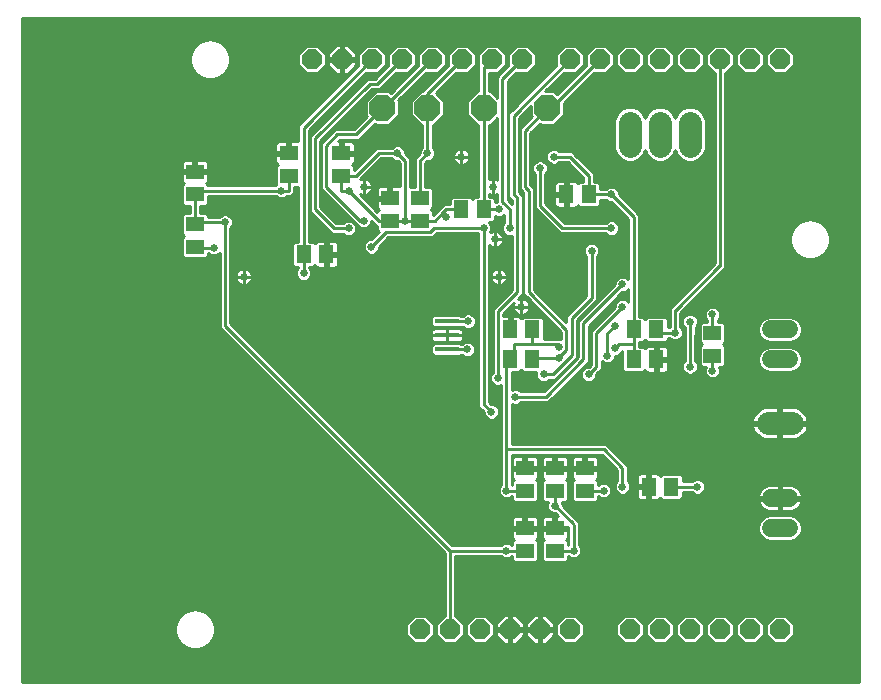
<source format=gbl>
G75*
%MOIN*%
%OFA0B0*%
%FSLAX25Y25*%
%IPPOS*%
%LPD*%
%AMOC8*
5,1,8,0,0,1.08239X$1,22.5*
%
%ADD10C,0.00000*%
%ADD11OC8,0.06600*%
%ADD12R,0.05118X0.05906*%
%ADD13R,0.05906X0.05118*%
%ADD14R,0.07874X0.01575*%
%ADD15C,0.05906*%
%ADD16C,0.07800*%
%ADD17OC8,0.08500*%
%ADD18C,0.01000*%
%ADD19C,0.02559*%
D10*
X0027000Y0009000D02*
X0027000Y0219000D01*
X0281000Y0219000D01*
X0287000Y0213000D01*
X0287000Y0168000D01*
X0297000Y0158000D01*
X0297000Y0029000D01*
X0287000Y0019000D01*
X0287000Y0009000D01*
X0027000Y0009000D01*
X0075701Y0019000D02*
X0075703Y0019158D01*
X0075709Y0019316D01*
X0075719Y0019474D01*
X0075733Y0019632D01*
X0075751Y0019789D01*
X0075772Y0019946D01*
X0075798Y0020102D01*
X0075828Y0020258D01*
X0075861Y0020413D01*
X0075899Y0020566D01*
X0075940Y0020719D01*
X0075985Y0020871D01*
X0076034Y0021022D01*
X0076087Y0021171D01*
X0076143Y0021319D01*
X0076203Y0021465D01*
X0076267Y0021610D01*
X0076335Y0021753D01*
X0076406Y0021895D01*
X0076480Y0022035D01*
X0076558Y0022172D01*
X0076640Y0022308D01*
X0076724Y0022442D01*
X0076813Y0022573D01*
X0076904Y0022702D01*
X0076999Y0022829D01*
X0077096Y0022954D01*
X0077197Y0023076D01*
X0077301Y0023195D01*
X0077408Y0023312D01*
X0077518Y0023426D01*
X0077631Y0023537D01*
X0077746Y0023646D01*
X0077864Y0023751D01*
X0077985Y0023853D01*
X0078108Y0023953D01*
X0078234Y0024049D01*
X0078362Y0024142D01*
X0078492Y0024232D01*
X0078625Y0024318D01*
X0078760Y0024402D01*
X0078896Y0024481D01*
X0079035Y0024558D01*
X0079176Y0024630D01*
X0079318Y0024700D01*
X0079462Y0024765D01*
X0079608Y0024827D01*
X0079755Y0024885D01*
X0079904Y0024940D01*
X0080054Y0024991D01*
X0080205Y0025038D01*
X0080357Y0025081D01*
X0080510Y0025120D01*
X0080665Y0025156D01*
X0080820Y0025187D01*
X0080976Y0025215D01*
X0081132Y0025239D01*
X0081289Y0025259D01*
X0081447Y0025275D01*
X0081604Y0025287D01*
X0081763Y0025295D01*
X0081921Y0025299D01*
X0082079Y0025299D01*
X0082237Y0025295D01*
X0082396Y0025287D01*
X0082553Y0025275D01*
X0082711Y0025259D01*
X0082868Y0025239D01*
X0083024Y0025215D01*
X0083180Y0025187D01*
X0083335Y0025156D01*
X0083490Y0025120D01*
X0083643Y0025081D01*
X0083795Y0025038D01*
X0083946Y0024991D01*
X0084096Y0024940D01*
X0084245Y0024885D01*
X0084392Y0024827D01*
X0084538Y0024765D01*
X0084682Y0024700D01*
X0084824Y0024630D01*
X0084965Y0024558D01*
X0085104Y0024481D01*
X0085240Y0024402D01*
X0085375Y0024318D01*
X0085508Y0024232D01*
X0085638Y0024142D01*
X0085766Y0024049D01*
X0085892Y0023953D01*
X0086015Y0023853D01*
X0086136Y0023751D01*
X0086254Y0023646D01*
X0086369Y0023537D01*
X0086482Y0023426D01*
X0086592Y0023312D01*
X0086699Y0023195D01*
X0086803Y0023076D01*
X0086904Y0022954D01*
X0087001Y0022829D01*
X0087096Y0022702D01*
X0087187Y0022573D01*
X0087276Y0022442D01*
X0087360Y0022308D01*
X0087442Y0022172D01*
X0087520Y0022035D01*
X0087594Y0021895D01*
X0087665Y0021753D01*
X0087733Y0021610D01*
X0087797Y0021465D01*
X0087857Y0021319D01*
X0087913Y0021171D01*
X0087966Y0021022D01*
X0088015Y0020871D01*
X0088060Y0020719D01*
X0088101Y0020566D01*
X0088139Y0020413D01*
X0088172Y0020258D01*
X0088202Y0020102D01*
X0088228Y0019946D01*
X0088249Y0019789D01*
X0088267Y0019632D01*
X0088281Y0019474D01*
X0088291Y0019316D01*
X0088297Y0019158D01*
X0088299Y0019000D01*
X0088297Y0018842D01*
X0088291Y0018684D01*
X0088281Y0018526D01*
X0088267Y0018368D01*
X0088249Y0018211D01*
X0088228Y0018054D01*
X0088202Y0017898D01*
X0088172Y0017742D01*
X0088139Y0017587D01*
X0088101Y0017434D01*
X0088060Y0017281D01*
X0088015Y0017129D01*
X0087966Y0016978D01*
X0087913Y0016829D01*
X0087857Y0016681D01*
X0087797Y0016535D01*
X0087733Y0016390D01*
X0087665Y0016247D01*
X0087594Y0016105D01*
X0087520Y0015965D01*
X0087442Y0015828D01*
X0087360Y0015692D01*
X0087276Y0015558D01*
X0087187Y0015427D01*
X0087096Y0015298D01*
X0087001Y0015171D01*
X0086904Y0015046D01*
X0086803Y0014924D01*
X0086699Y0014805D01*
X0086592Y0014688D01*
X0086482Y0014574D01*
X0086369Y0014463D01*
X0086254Y0014354D01*
X0086136Y0014249D01*
X0086015Y0014147D01*
X0085892Y0014047D01*
X0085766Y0013951D01*
X0085638Y0013858D01*
X0085508Y0013768D01*
X0085375Y0013682D01*
X0085240Y0013598D01*
X0085104Y0013519D01*
X0084965Y0013442D01*
X0084824Y0013370D01*
X0084682Y0013300D01*
X0084538Y0013235D01*
X0084392Y0013173D01*
X0084245Y0013115D01*
X0084096Y0013060D01*
X0083946Y0013009D01*
X0083795Y0012962D01*
X0083643Y0012919D01*
X0083490Y0012880D01*
X0083335Y0012844D01*
X0083180Y0012813D01*
X0083024Y0012785D01*
X0082868Y0012761D01*
X0082711Y0012741D01*
X0082553Y0012725D01*
X0082396Y0012713D01*
X0082237Y0012705D01*
X0082079Y0012701D01*
X0081921Y0012701D01*
X0081763Y0012705D01*
X0081604Y0012713D01*
X0081447Y0012725D01*
X0081289Y0012741D01*
X0081132Y0012761D01*
X0080976Y0012785D01*
X0080820Y0012813D01*
X0080665Y0012844D01*
X0080510Y0012880D01*
X0080357Y0012919D01*
X0080205Y0012962D01*
X0080054Y0013009D01*
X0079904Y0013060D01*
X0079755Y0013115D01*
X0079608Y0013173D01*
X0079462Y0013235D01*
X0079318Y0013300D01*
X0079176Y0013370D01*
X0079035Y0013442D01*
X0078896Y0013519D01*
X0078760Y0013598D01*
X0078625Y0013682D01*
X0078492Y0013768D01*
X0078362Y0013858D01*
X0078234Y0013951D01*
X0078108Y0014047D01*
X0077985Y0014147D01*
X0077864Y0014249D01*
X0077746Y0014354D01*
X0077631Y0014463D01*
X0077518Y0014574D01*
X0077408Y0014688D01*
X0077301Y0014805D01*
X0077197Y0014924D01*
X0077096Y0015046D01*
X0076999Y0015171D01*
X0076904Y0015298D01*
X0076813Y0015427D01*
X0076724Y0015558D01*
X0076640Y0015692D01*
X0076558Y0015828D01*
X0076480Y0015965D01*
X0076406Y0016105D01*
X0076335Y0016247D01*
X0076267Y0016390D01*
X0076203Y0016535D01*
X0076143Y0016681D01*
X0076087Y0016829D01*
X0076034Y0016978D01*
X0075985Y0017129D01*
X0075940Y0017281D01*
X0075899Y0017434D01*
X0075861Y0017587D01*
X0075828Y0017742D01*
X0075798Y0017898D01*
X0075772Y0018054D01*
X0075751Y0018211D01*
X0075733Y0018368D01*
X0075719Y0018526D01*
X0075709Y0018684D01*
X0075703Y0018842D01*
X0075701Y0019000D01*
X0280701Y0149000D02*
X0280703Y0149158D01*
X0280709Y0149316D01*
X0280719Y0149474D01*
X0280733Y0149632D01*
X0280751Y0149789D01*
X0280772Y0149946D01*
X0280798Y0150102D01*
X0280828Y0150258D01*
X0280861Y0150413D01*
X0280899Y0150566D01*
X0280940Y0150719D01*
X0280985Y0150871D01*
X0281034Y0151022D01*
X0281087Y0151171D01*
X0281143Y0151319D01*
X0281203Y0151465D01*
X0281267Y0151610D01*
X0281335Y0151753D01*
X0281406Y0151895D01*
X0281480Y0152035D01*
X0281558Y0152172D01*
X0281640Y0152308D01*
X0281724Y0152442D01*
X0281813Y0152573D01*
X0281904Y0152702D01*
X0281999Y0152829D01*
X0282096Y0152954D01*
X0282197Y0153076D01*
X0282301Y0153195D01*
X0282408Y0153312D01*
X0282518Y0153426D01*
X0282631Y0153537D01*
X0282746Y0153646D01*
X0282864Y0153751D01*
X0282985Y0153853D01*
X0283108Y0153953D01*
X0283234Y0154049D01*
X0283362Y0154142D01*
X0283492Y0154232D01*
X0283625Y0154318D01*
X0283760Y0154402D01*
X0283896Y0154481D01*
X0284035Y0154558D01*
X0284176Y0154630D01*
X0284318Y0154700D01*
X0284462Y0154765D01*
X0284608Y0154827D01*
X0284755Y0154885D01*
X0284904Y0154940D01*
X0285054Y0154991D01*
X0285205Y0155038D01*
X0285357Y0155081D01*
X0285510Y0155120D01*
X0285665Y0155156D01*
X0285820Y0155187D01*
X0285976Y0155215D01*
X0286132Y0155239D01*
X0286289Y0155259D01*
X0286447Y0155275D01*
X0286604Y0155287D01*
X0286763Y0155295D01*
X0286921Y0155299D01*
X0287079Y0155299D01*
X0287237Y0155295D01*
X0287396Y0155287D01*
X0287553Y0155275D01*
X0287711Y0155259D01*
X0287868Y0155239D01*
X0288024Y0155215D01*
X0288180Y0155187D01*
X0288335Y0155156D01*
X0288490Y0155120D01*
X0288643Y0155081D01*
X0288795Y0155038D01*
X0288946Y0154991D01*
X0289096Y0154940D01*
X0289245Y0154885D01*
X0289392Y0154827D01*
X0289538Y0154765D01*
X0289682Y0154700D01*
X0289824Y0154630D01*
X0289965Y0154558D01*
X0290104Y0154481D01*
X0290240Y0154402D01*
X0290375Y0154318D01*
X0290508Y0154232D01*
X0290638Y0154142D01*
X0290766Y0154049D01*
X0290892Y0153953D01*
X0291015Y0153853D01*
X0291136Y0153751D01*
X0291254Y0153646D01*
X0291369Y0153537D01*
X0291482Y0153426D01*
X0291592Y0153312D01*
X0291699Y0153195D01*
X0291803Y0153076D01*
X0291904Y0152954D01*
X0292001Y0152829D01*
X0292096Y0152702D01*
X0292187Y0152573D01*
X0292276Y0152442D01*
X0292360Y0152308D01*
X0292442Y0152172D01*
X0292520Y0152035D01*
X0292594Y0151895D01*
X0292665Y0151753D01*
X0292733Y0151610D01*
X0292797Y0151465D01*
X0292857Y0151319D01*
X0292913Y0151171D01*
X0292966Y0151022D01*
X0293015Y0150871D01*
X0293060Y0150719D01*
X0293101Y0150566D01*
X0293139Y0150413D01*
X0293172Y0150258D01*
X0293202Y0150102D01*
X0293228Y0149946D01*
X0293249Y0149789D01*
X0293267Y0149632D01*
X0293281Y0149474D01*
X0293291Y0149316D01*
X0293297Y0149158D01*
X0293299Y0149000D01*
X0293297Y0148842D01*
X0293291Y0148684D01*
X0293281Y0148526D01*
X0293267Y0148368D01*
X0293249Y0148211D01*
X0293228Y0148054D01*
X0293202Y0147898D01*
X0293172Y0147742D01*
X0293139Y0147587D01*
X0293101Y0147434D01*
X0293060Y0147281D01*
X0293015Y0147129D01*
X0292966Y0146978D01*
X0292913Y0146829D01*
X0292857Y0146681D01*
X0292797Y0146535D01*
X0292733Y0146390D01*
X0292665Y0146247D01*
X0292594Y0146105D01*
X0292520Y0145965D01*
X0292442Y0145828D01*
X0292360Y0145692D01*
X0292276Y0145558D01*
X0292187Y0145427D01*
X0292096Y0145298D01*
X0292001Y0145171D01*
X0291904Y0145046D01*
X0291803Y0144924D01*
X0291699Y0144805D01*
X0291592Y0144688D01*
X0291482Y0144574D01*
X0291369Y0144463D01*
X0291254Y0144354D01*
X0291136Y0144249D01*
X0291015Y0144147D01*
X0290892Y0144047D01*
X0290766Y0143951D01*
X0290638Y0143858D01*
X0290508Y0143768D01*
X0290375Y0143682D01*
X0290240Y0143598D01*
X0290104Y0143519D01*
X0289965Y0143442D01*
X0289824Y0143370D01*
X0289682Y0143300D01*
X0289538Y0143235D01*
X0289392Y0143173D01*
X0289245Y0143115D01*
X0289096Y0143060D01*
X0288946Y0143009D01*
X0288795Y0142962D01*
X0288643Y0142919D01*
X0288490Y0142880D01*
X0288335Y0142844D01*
X0288180Y0142813D01*
X0288024Y0142785D01*
X0287868Y0142761D01*
X0287711Y0142741D01*
X0287553Y0142725D01*
X0287396Y0142713D01*
X0287237Y0142705D01*
X0287079Y0142701D01*
X0286921Y0142701D01*
X0286763Y0142705D01*
X0286604Y0142713D01*
X0286447Y0142725D01*
X0286289Y0142741D01*
X0286132Y0142761D01*
X0285976Y0142785D01*
X0285820Y0142813D01*
X0285665Y0142844D01*
X0285510Y0142880D01*
X0285357Y0142919D01*
X0285205Y0142962D01*
X0285054Y0143009D01*
X0284904Y0143060D01*
X0284755Y0143115D01*
X0284608Y0143173D01*
X0284462Y0143235D01*
X0284318Y0143300D01*
X0284176Y0143370D01*
X0284035Y0143442D01*
X0283896Y0143519D01*
X0283760Y0143598D01*
X0283625Y0143682D01*
X0283492Y0143768D01*
X0283362Y0143858D01*
X0283234Y0143951D01*
X0283108Y0144047D01*
X0282985Y0144147D01*
X0282864Y0144249D01*
X0282746Y0144354D01*
X0282631Y0144463D01*
X0282518Y0144574D01*
X0282408Y0144688D01*
X0282301Y0144805D01*
X0282197Y0144924D01*
X0282096Y0145046D01*
X0281999Y0145171D01*
X0281904Y0145298D01*
X0281813Y0145427D01*
X0281724Y0145558D01*
X0281640Y0145692D01*
X0281558Y0145828D01*
X0281480Y0145965D01*
X0281406Y0146105D01*
X0281335Y0146247D01*
X0281267Y0146390D01*
X0281203Y0146535D01*
X0281143Y0146681D01*
X0281087Y0146829D01*
X0281034Y0146978D01*
X0280985Y0147129D01*
X0280940Y0147281D01*
X0280899Y0147434D01*
X0280861Y0147587D01*
X0280828Y0147742D01*
X0280798Y0147898D01*
X0280772Y0148054D01*
X0280751Y0148211D01*
X0280733Y0148368D01*
X0280719Y0148526D01*
X0280709Y0148684D01*
X0280703Y0148842D01*
X0280701Y0149000D01*
X0080701Y0209000D02*
X0080703Y0209158D01*
X0080709Y0209316D01*
X0080719Y0209474D01*
X0080733Y0209632D01*
X0080751Y0209789D01*
X0080772Y0209946D01*
X0080798Y0210102D01*
X0080828Y0210258D01*
X0080861Y0210413D01*
X0080899Y0210566D01*
X0080940Y0210719D01*
X0080985Y0210871D01*
X0081034Y0211022D01*
X0081087Y0211171D01*
X0081143Y0211319D01*
X0081203Y0211465D01*
X0081267Y0211610D01*
X0081335Y0211753D01*
X0081406Y0211895D01*
X0081480Y0212035D01*
X0081558Y0212172D01*
X0081640Y0212308D01*
X0081724Y0212442D01*
X0081813Y0212573D01*
X0081904Y0212702D01*
X0081999Y0212829D01*
X0082096Y0212954D01*
X0082197Y0213076D01*
X0082301Y0213195D01*
X0082408Y0213312D01*
X0082518Y0213426D01*
X0082631Y0213537D01*
X0082746Y0213646D01*
X0082864Y0213751D01*
X0082985Y0213853D01*
X0083108Y0213953D01*
X0083234Y0214049D01*
X0083362Y0214142D01*
X0083492Y0214232D01*
X0083625Y0214318D01*
X0083760Y0214402D01*
X0083896Y0214481D01*
X0084035Y0214558D01*
X0084176Y0214630D01*
X0084318Y0214700D01*
X0084462Y0214765D01*
X0084608Y0214827D01*
X0084755Y0214885D01*
X0084904Y0214940D01*
X0085054Y0214991D01*
X0085205Y0215038D01*
X0085357Y0215081D01*
X0085510Y0215120D01*
X0085665Y0215156D01*
X0085820Y0215187D01*
X0085976Y0215215D01*
X0086132Y0215239D01*
X0086289Y0215259D01*
X0086447Y0215275D01*
X0086604Y0215287D01*
X0086763Y0215295D01*
X0086921Y0215299D01*
X0087079Y0215299D01*
X0087237Y0215295D01*
X0087396Y0215287D01*
X0087553Y0215275D01*
X0087711Y0215259D01*
X0087868Y0215239D01*
X0088024Y0215215D01*
X0088180Y0215187D01*
X0088335Y0215156D01*
X0088490Y0215120D01*
X0088643Y0215081D01*
X0088795Y0215038D01*
X0088946Y0214991D01*
X0089096Y0214940D01*
X0089245Y0214885D01*
X0089392Y0214827D01*
X0089538Y0214765D01*
X0089682Y0214700D01*
X0089824Y0214630D01*
X0089965Y0214558D01*
X0090104Y0214481D01*
X0090240Y0214402D01*
X0090375Y0214318D01*
X0090508Y0214232D01*
X0090638Y0214142D01*
X0090766Y0214049D01*
X0090892Y0213953D01*
X0091015Y0213853D01*
X0091136Y0213751D01*
X0091254Y0213646D01*
X0091369Y0213537D01*
X0091482Y0213426D01*
X0091592Y0213312D01*
X0091699Y0213195D01*
X0091803Y0213076D01*
X0091904Y0212954D01*
X0092001Y0212829D01*
X0092096Y0212702D01*
X0092187Y0212573D01*
X0092276Y0212442D01*
X0092360Y0212308D01*
X0092442Y0212172D01*
X0092520Y0212035D01*
X0092594Y0211895D01*
X0092665Y0211753D01*
X0092733Y0211610D01*
X0092797Y0211465D01*
X0092857Y0211319D01*
X0092913Y0211171D01*
X0092966Y0211022D01*
X0093015Y0210871D01*
X0093060Y0210719D01*
X0093101Y0210566D01*
X0093139Y0210413D01*
X0093172Y0210258D01*
X0093202Y0210102D01*
X0093228Y0209946D01*
X0093249Y0209789D01*
X0093267Y0209632D01*
X0093281Y0209474D01*
X0093291Y0209316D01*
X0093297Y0209158D01*
X0093299Y0209000D01*
X0093297Y0208842D01*
X0093291Y0208684D01*
X0093281Y0208526D01*
X0093267Y0208368D01*
X0093249Y0208211D01*
X0093228Y0208054D01*
X0093202Y0207898D01*
X0093172Y0207742D01*
X0093139Y0207587D01*
X0093101Y0207434D01*
X0093060Y0207281D01*
X0093015Y0207129D01*
X0092966Y0206978D01*
X0092913Y0206829D01*
X0092857Y0206681D01*
X0092797Y0206535D01*
X0092733Y0206390D01*
X0092665Y0206247D01*
X0092594Y0206105D01*
X0092520Y0205965D01*
X0092442Y0205828D01*
X0092360Y0205692D01*
X0092276Y0205558D01*
X0092187Y0205427D01*
X0092096Y0205298D01*
X0092001Y0205171D01*
X0091904Y0205046D01*
X0091803Y0204924D01*
X0091699Y0204805D01*
X0091592Y0204688D01*
X0091482Y0204574D01*
X0091369Y0204463D01*
X0091254Y0204354D01*
X0091136Y0204249D01*
X0091015Y0204147D01*
X0090892Y0204047D01*
X0090766Y0203951D01*
X0090638Y0203858D01*
X0090508Y0203768D01*
X0090375Y0203682D01*
X0090240Y0203598D01*
X0090104Y0203519D01*
X0089965Y0203442D01*
X0089824Y0203370D01*
X0089682Y0203300D01*
X0089538Y0203235D01*
X0089392Y0203173D01*
X0089245Y0203115D01*
X0089096Y0203060D01*
X0088946Y0203009D01*
X0088795Y0202962D01*
X0088643Y0202919D01*
X0088490Y0202880D01*
X0088335Y0202844D01*
X0088180Y0202813D01*
X0088024Y0202785D01*
X0087868Y0202761D01*
X0087711Y0202741D01*
X0087553Y0202725D01*
X0087396Y0202713D01*
X0087237Y0202705D01*
X0087079Y0202701D01*
X0086921Y0202701D01*
X0086763Y0202705D01*
X0086604Y0202713D01*
X0086447Y0202725D01*
X0086289Y0202741D01*
X0086132Y0202761D01*
X0085976Y0202785D01*
X0085820Y0202813D01*
X0085665Y0202844D01*
X0085510Y0202880D01*
X0085357Y0202919D01*
X0085205Y0202962D01*
X0085054Y0203009D01*
X0084904Y0203060D01*
X0084755Y0203115D01*
X0084608Y0203173D01*
X0084462Y0203235D01*
X0084318Y0203300D01*
X0084176Y0203370D01*
X0084035Y0203442D01*
X0083896Y0203519D01*
X0083760Y0203598D01*
X0083625Y0203682D01*
X0083492Y0203768D01*
X0083362Y0203858D01*
X0083234Y0203951D01*
X0083108Y0204047D01*
X0082985Y0204147D01*
X0082864Y0204249D01*
X0082746Y0204354D01*
X0082631Y0204463D01*
X0082518Y0204574D01*
X0082408Y0204688D01*
X0082301Y0204805D01*
X0082197Y0204924D01*
X0082096Y0205046D01*
X0081999Y0205171D01*
X0081904Y0205298D01*
X0081813Y0205427D01*
X0081724Y0205558D01*
X0081640Y0205692D01*
X0081558Y0205828D01*
X0081480Y0205965D01*
X0081406Y0206105D01*
X0081335Y0206247D01*
X0081267Y0206390D01*
X0081203Y0206535D01*
X0081143Y0206681D01*
X0081087Y0206829D01*
X0081034Y0206978D01*
X0080985Y0207129D01*
X0080940Y0207281D01*
X0080899Y0207434D01*
X0080861Y0207587D01*
X0080828Y0207742D01*
X0080798Y0207898D01*
X0080772Y0208054D01*
X0080751Y0208211D01*
X0080733Y0208368D01*
X0080719Y0208526D01*
X0080709Y0208684D01*
X0080703Y0208842D01*
X0080701Y0209000D01*
D11*
X0121000Y0209000D03*
X0131000Y0209000D03*
X0141000Y0209000D03*
X0151000Y0209000D03*
X0161000Y0209000D03*
X0171000Y0209000D03*
X0181000Y0209000D03*
X0191000Y0209000D03*
X0207000Y0209000D03*
X0217000Y0209000D03*
X0227000Y0209000D03*
X0237000Y0209000D03*
X0247000Y0209000D03*
X0257000Y0209000D03*
X0267000Y0209000D03*
X0277000Y0209000D03*
X0277000Y0019000D03*
X0267000Y0019000D03*
X0257000Y0019000D03*
X0247000Y0019000D03*
X0237000Y0019000D03*
X0227000Y0019000D03*
X0207000Y0019000D03*
X0197000Y0019000D03*
X0187000Y0019000D03*
X0177000Y0019000D03*
X0167000Y0019000D03*
X0157000Y0019000D03*
D12*
X0233260Y0066500D03*
X0240740Y0066500D03*
X0235740Y0109000D03*
X0228260Y0109000D03*
X0228260Y0119000D03*
X0235740Y0119000D03*
X0194490Y0119000D03*
X0187010Y0119000D03*
X0187010Y0109000D03*
X0194490Y0109000D03*
X0178240Y0159000D03*
X0170760Y0159000D03*
X0205760Y0164000D03*
X0213240Y0164000D03*
X0125740Y0144000D03*
X0118260Y0144000D03*
D13*
X0147000Y0155260D03*
X0147000Y0162740D03*
X0157000Y0162740D03*
X0157000Y0155260D03*
X0130750Y0170260D03*
X0130750Y0177740D03*
X0113250Y0177740D03*
X0113250Y0170260D03*
X0082000Y0171490D03*
X0082000Y0164010D03*
X0082000Y0153990D03*
X0082000Y0146510D03*
X0192000Y0072740D03*
X0192000Y0065260D03*
X0202000Y0065260D03*
X0202000Y0072740D03*
X0212000Y0072740D03*
X0212000Y0065260D03*
X0202000Y0052740D03*
X0202000Y0045260D03*
X0192000Y0045260D03*
X0192000Y0052740D03*
X0254500Y0110260D03*
X0254500Y0117740D03*
D14*
X0166000Y0117000D03*
X0166000Y0112276D03*
X0166000Y0121724D03*
D15*
X0274047Y0119000D02*
X0279953Y0119000D01*
X0279953Y0109000D02*
X0274047Y0109000D01*
X0274047Y0062750D02*
X0279953Y0062750D01*
X0279953Y0052750D02*
X0274047Y0052750D01*
D16*
X0273100Y0087750D02*
X0280900Y0087750D01*
X0247000Y0180100D02*
X0247000Y0187900D01*
X0237000Y0187900D02*
X0237000Y0180100D01*
X0227000Y0180100D02*
X0227000Y0187900D01*
D17*
X0199500Y0192750D03*
X0178250Y0192750D03*
X0159500Y0192750D03*
X0144500Y0192750D03*
D18*
X0024500Y0222750D02*
X0024500Y0001500D01*
X0303250Y0001500D01*
X0303250Y0222750D01*
X0024500Y0222750D01*
X0024500Y0222681D02*
X0303250Y0222681D01*
X0303250Y0221683D02*
X0024500Y0221683D01*
X0024500Y0220684D02*
X0303250Y0220684D01*
X0303250Y0219686D02*
X0024500Y0219686D01*
X0024500Y0218687D02*
X0303250Y0218687D01*
X0303250Y0217689D02*
X0024500Y0217689D01*
X0024500Y0216690D02*
X0303250Y0216690D01*
X0303250Y0215692D02*
X0088612Y0215692D01*
X0088352Y0215799D02*
X0090851Y0214764D01*
X0092764Y0212851D01*
X0093799Y0210352D01*
X0093799Y0207648D01*
X0092764Y0205149D01*
X0090851Y0203236D01*
X0088352Y0202201D01*
X0085648Y0202201D01*
X0083149Y0203236D01*
X0081236Y0205149D01*
X0080201Y0207648D01*
X0080201Y0210352D01*
X0081236Y0212851D01*
X0083149Y0214764D01*
X0085648Y0215799D01*
X0088352Y0215799D01*
X0090922Y0214693D02*
X0303250Y0214693D01*
X0303250Y0213695D02*
X0133093Y0213695D01*
X0132988Y0213800D02*
X0131484Y0213800D01*
X0131484Y0209484D01*
X0135800Y0209484D01*
X0135800Y0210988D01*
X0132988Y0213800D01*
X0131484Y0213695D02*
X0130516Y0213695D01*
X0130516Y0213800D02*
X0129012Y0213800D01*
X0126200Y0210988D01*
X0126200Y0209484D01*
X0130516Y0209484D01*
X0130516Y0208516D01*
X0131484Y0208516D01*
X0131484Y0204200D01*
X0132988Y0204200D01*
X0135800Y0207012D01*
X0135800Y0208516D01*
X0131484Y0208516D01*
X0131484Y0209484D01*
X0130516Y0209484D01*
X0130516Y0213800D01*
X0130516Y0212696D02*
X0131484Y0212696D01*
X0131484Y0211698D02*
X0130516Y0211698D01*
X0130516Y0210699D02*
X0131484Y0210699D01*
X0131484Y0209701D02*
X0130516Y0209701D01*
X0130516Y0208702D02*
X0125587Y0208702D01*
X0126200Y0208516D02*
X0126200Y0207012D01*
X0129012Y0204200D01*
X0130516Y0204200D01*
X0130516Y0208516D01*
X0126200Y0208516D01*
X0126200Y0207704D02*
X0125587Y0207704D01*
X0125587Y0207100D02*
X0122900Y0204413D01*
X0119100Y0204413D01*
X0116413Y0207100D01*
X0116413Y0210900D01*
X0119100Y0213587D01*
X0122900Y0213587D01*
X0125587Y0210900D01*
X0125587Y0207100D01*
X0125193Y0206705D02*
X0126507Y0206705D01*
X0127505Y0205707D02*
X0124194Y0205707D01*
X0123196Y0204708D02*
X0128504Y0204708D01*
X0130516Y0204708D02*
X0131484Y0204708D01*
X0131484Y0205707D02*
X0130516Y0205707D01*
X0130516Y0206705D02*
X0131484Y0206705D01*
X0131484Y0207704D02*
X0130516Y0207704D01*
X0131484Y0208702D02*
X0136413Y0208702D01*
X0136413Y0207704D02*
X0135800Y0207704D01*
X0136413Y0207100D02*
X0136492Y0207020D01*
X0116472Y0187000D01*
X0116472Y0181780D01*
X0116400Y0181799D01*
X0113750Y0181799D01*
X0113750Y0178240D01*
X0112750Y0178240D01*
X0112750Y0177240D01*
X0108797Y0177240D01*
X0108797Y0174984D01*
X0108899Y0174602D01*
X0109097Y0174260D01*
X0109376Y0173981D01*
X0109543Y0173885D01*
X0109010Y0173352D01*
X0109010Y0167168D01*
X0109019Y0167159D01*
X0108907Y0167047D01*
X0086240Y0167047D01*
X0086240Y0167102D01*
X0085707Y0167635D01*
X0085874Y0167731D01*
X0086153Y0168010D01*
X0086351Y0168352D01*
X0086453Y0168734D01*
X0086453Y0170990D01*
X0082500Y0170990D01*
X0082500Y0171990D01*
X0086453Y0171990D01*
X0086453Y0174247D01*
X0086351Y0174628D01*
X0086153Y0174970D01*
X0085874Y0175249D01*
X0085532Y0175447D01*
X0085150Y0175549D01*
X0082500Y0175549D01*
X0082500Y0171990D01*
X0081500Y0171990D01*
X0081500Y0170990D01*
X0077547Y0170990D01*
X0077547Y0168734D01*
X0077649Y0168352D01*
X0077847Y0168010D01*
X0078126Y0167731D01*
X0078293Y0167635D01*
X0077760Y0167102D01*
X0077760Y0160918D01*
X0078514Y0160163D01*
X0080213Y0160163D01*
X0080213Y0157837D01*
X0078514Y0157837D01*
X0077760Y0157082D01*
X0077760Y0150898D01*
X0078408Y0150250D01*
X0077760Y0149602D01*
X0077760Y0143418D01*
X0078514Y0142663D01*
X0085486Y0142663D01*
X0086240Y0143418D01*
X0086240Y0144463D01*
X0086407Y0144463D01*
X0086796Y0144074D01*
X0087739Y0143683D01*
X0088761Y0143683D01*
X0089704Y0144074D01*
X0090213Y0144582D01*
X0090213Y0119510D01*
X0091260Y0118463D01*
X0165213Y0044510D01*
X0165213Y0023587D01*
X0165100Y0023587D01*
X0162413Y0020900D01*
X0162413Y0017100D01*
X0165100Y0014413D01*
X0168900Y0014413D01*
X0171587Y0017100D01*
X0171587Y0020900D01*
X0168900Y0023587D01*
X0168787Y0023587D01*
X0168787Y0043463D01*
X0183907Y0043463D01*
X0184296Y0043074D01*
X0185239Y0042683D01*
X0186261Y0042683D01*
X0187204Y0043074D01*
X0187593Y0043463D01*
X0187760Y0043463D01*
X0187760Y0042168D01*
X0188514Y0041413D01*
X0195486Y0041413D01*
X0196240Y0042168D01*
X0196240Y0048352D01*
X0195707Y0048885D01*
X0195874Y0048981D01*
X0196153Y0049260D01*
X0196351Y0049602D01*
X0196453Y0049984D01*
X0196453Y0052240D01*
X0192500Y0052240D01*
X0192500Y0053240D01*
X0196453Y0053240D01*
X0196453Y0055497D01*
X0196351Y0055878D01*
X0196153Y0056220D01*
X0195874Y0056499D01*
X0195532Y0056697D01*
X0195150Y0056799D01*
X0192500Y0056799D01*
X0192500Y0053240D01*
X0191500Y0053240D01*
X0191500Y0052240D01*
X0187547Y0052240D01*
X0187547Y0049984D01*
X0187649Y0049602D01*
X0187847Y0049260D01*
X0188126Y0048981D01*
X0188293Y0048885D01*
X0187760Y0048352D01*
X0187760Y0047037D01*
X0187593Y0047037D01*
X0187204Y0047426D01*
X0186261Y0047817D01*
X0185239Y0047817D01*
X0184296Y0047426D01*
X0183907Y0047037D01*
X0167740Y0047037D01*
X0093787Y0120990D01*
X0093787Y0152907D01*
X0094176Y0153296D01*
X0094567Y0154239D01*
X0094567Y0155261D01*
X0094176Y0156204D01*
X0093454Y0156926D01*
X0092511Y0157317D01*
X0091489Y0157317D01*
X0090546Y0156926D01*
X0090157Y0156537D01*
X0086240Y0156537D01*
X0086240Y0157082D01*
X0085486Y0157837D01*
X0083787Y0157837D01*
X0083787Y0160163D01*
X0085486Y0160163D01*
X0086240Y0160918D01*
X0086240Y0163472D01*
X0108907Y0163472D01*
X0109296Y0163084D01*
X0110239Y0162693D01*
X0111261Y0162693D01*
X0112204Y0163084D01*
X0112593Y0163472D01*
X0114000Y0163472D01*
X0115047Y0164519D01*
X0115047Y0166000D01*
X0115037Y0166010D01*
X0115037Y0166413D01*
X0116472Y0166413D01*
X0116472Y0148240D01*
X0115168Y0148240D01*
X0114413Y0147486D01*
X0114413Y0140514D01*
X0115168Y0139760D01*
X0116472Y0139760D01*
X0116472Y0139603D01*
X0116074Y0139204D01*
X0115683Y0138261D01*
X0115683Y0137239D01*
X0116074Y0136296D01*
X0116796Y0135574D01*
X0117739Y0135183D01*
X0118761Y0135183D01*
X0119704Y0135574D01*
X0120426Y0136296D01*
X0120817Y0137239D01*
X0120817Y0138261D01*
X0120426Y0139204D01*
X0120047Y0139583D01*
X0120047Y0139760D01*
X0121352Y0139760D01*
X0121885Y0140293D01*
X0121981Y0140126D01*
X0122260Y0139847D01*
X0122602Y0139649D01*
X0122984Y0139547D01*
X0125240Y0139547D01*
X0125240Y0143500D01*
X0126240Y0143500D01*
X0126240Y0139547D01*
X0128497Y0139547D01*
X0128878Y0139649D01*
X0129220Y0139847D01*
X0129499Y0140126D01*
X0129697Y0140468D01*
X0129799Y0140850D01*
X0129799Y0143500D01*
X0126240Y0143500D01*
X0126240Y0144500D01*
X0125240Y0144500D01*
X0125240Y0148453D01*
X0122984Y0148453D01*
X0122602Y0148351D01*
X0122260Y0148153D01*
X0121981Y0147874D01*
X0121885Y0147707D01*
X0121352Y0148240D01*
X0120047Y0148240D01*
X0120047Y0185519D01*
X0139020Y0204492D01*
X0139100Y0204413D01*
X0142900Y0204413D01*
X0145587Y0207100D01*
X0145587Y0210900D01*
X0142900Y0213587D01*
X0139100Y0213587D01*
X0136413Y0210900D01*
X0136413Y0207100D01*
X0136177Y0206705D02*
X0135493Y0206705D01*
X0135179Y0205707D02*
X0134495Y0205707D01*
X0134180Y0204708D02*
X0133496Y0204708D01*
X0133182Y0203710D02*
X0091325Y0203710D01*
X0092324Y0204708D02*
X0118804Y0204708D01*
X0117806Y0205707D02*
X0092995Y0205707D01*
X0093409Y0206705D02*
X0116807Y0206705D01*
X0116413Y0207704D02*
X0093799Y0207704D01*
X0093799Y0208702D02*
X0116413Y0208702D01*
X0116413Y0209701D02*
X0093799Y0209701D01*
X0093656Y0210699D02*
X0116413Y0210699D01*
X0117210Y0211698D02*
X0093242Y0211698D01*
X0092828Y0212696D02*
X0118209Y0212696D01*
X0123791Y0212696D02*
X0127908Y0212696D01*
X0126910Y0211698D02*
X0124790Y0211698D01*
X0125587Y0210699D02*
X0126200Y0210699D01*
X0126200Y0209701D02*
X0125587Y0209701D01*
X0128907Y0213695D02*
X0091921Y0213695D01*
X0085388Y0215692D02*
X0024500Y0215692D01*
X0024500Y0214693D02*
X0083078Y0214693D01*
X0082079Y0213695D02*
X0024500Y0213695D01*
X0024500Y0212696D02*
X0081172Y0212696D01*
X0080758Y0211698D02*
X0024500Y0211698D01*
X0024500Y0210699D02*
X0080344Y0210699D01*
X0080201Y0209701D02*
X0024500Y0209701D01*
X0024500Y0208702D02*
X0080201Y0208702D01*
X0080201Y0207704D02*
X0024500Y0207704D01*
X0024500Y0206705D02*
X0080591Y0206705D01*
X0081005Y0205707D02*
X0024500Y0205707D01*
X0024500Y0204708D02*
X0081676Y0204708D01*
X0082675Y0203710D02*
X0024500Y0203710D01*
X0024500Y0202711D02*
X0084415Y0202711D01*
X0089585Y0202711D02*
X0132183Y0202711D01*
X0131185Y0201713D02*
X0024500Y0201713D01*
X0024500Y0200714D02*
X0130186Y0200714D01*
X0129188Y0199716D02*
X0024500Y0199716D01*
X0024500Y0198717D02*
X0128189Y0198717D01*
X0127191Y0197719D02*
X0024500Y0197719D01*
X0024500Y0196720D02*
X0126192Y0196720D01*
X0125194Y0195722D02*
X0024500Y0195722D01*
X0024500Y0194723D02*
X0124195Y0194723D01*
X0123197Y0193725D02*
X0024500Y0193725D01*
X0024500Y0192726D02*
X0122198Y0192726D01*
X0121200Y0191728D02*
X0024500Y0191728D01*
X0024500Y0190729D02*
X0120201Y0190729D01*
X0119203Y0189731D02*
X0024500Y0189731D01*
X0024500Y0188732D02*
X0118204Y0188732D01*
X0117206Y0187734D02*
X0024500Y0187734D01*
X0024500Y0186735D02*
X0116472Y0186735D01*
X0116472Y0185737D02*
X0024500Y0185737D01*
X0024500Y0184738D02*
X0116472Y0184738D01*
X0116472Y0183739D02*
X0024500Y0183739D01*
X0024500Y0182741D02*
X0116472Y0182741D01*
X0113750Y0181742D02*
X0112750Y0181742D01*
X0112750Y0181799D02*
X0110100Y0181799D01*
X0109718Y0181697D01*
X0109376Y0181499D01*
X0109097Y0181220D01*
X0108899Y0180878D01*
X0108797Y0180497D01*
X0108797Y0178240D01*
X0112750Y0178240D01*
X0112750Y0181799D01*
X0112750Y0180744D02*
X0113750Y0180744D01*
X0113750Y0179745D02*
X0112750Y0179745D01*
X0112750Y0178747D02*
X0113750Y0178747D01*
X0112750Y0177748D02*
X0024500Y0177748D01*
X0024500Y0176750D02*
X0108797Y0176750D01*
X0108797Y0175751D02*
X0024500Y0175751D01*
X0024500Y0174753D02*
X0077721Y0174753D01*
X0077649Y0174628D02*
X0077547Y0174247D01*
X0077547Y0171990D01*
X0081500Y0171990D01*
X0081500Y0175549D01*
X0078850Y0175549D01*
X0078468Y0175447D01*
X0078126Y0175249D01*
X0077847Y0174970D01*
X0077649Y0174628D01*
X0077547Y0173754D02*
X0024500Y0173754D01*
X0024500Y0172756D02*
X0077547Y0172756D01*
X0077547Y0170759D02*
X0024500Y0170759D01*
X0024500Y0171757D02*
X0081500Y0171757D01*
X0081500Y0172756D02*
X0082500Y0172756D01*
X0082500Y0173754D02*
X0081500Y0173754D01*
X0081500Y0174753D02*
X0082500Y0174753D01*
X0082500Y0171757D02*
X0109010Y0171757D01*
X0109010Y0170759D02*
X0086453Y0170759D01*
X0086453Y0169760D02*
X0109010Y0169760D01*
X0109010Y0168762D02*
X0086453Y0168762D01*
X0085906Y0167763D02*
X0109010Y0167763D01*
X0110750Y0165260D02*
X0083250Y0165260D01*
X0082000Y0164010D01*
X0082000Y0153990D01*
X0082760Y0154750D01*
X0092000Y0154750D01*
X0092000Y0120250D01*
X0167000Y0045250D01*
X0185750Y0045250D01*
X0191990Y0045250D01*
X0192000Y0045260D01*
X0196240Y0044946D02*
X0197760Y0044946D01*
X0197760Y0043948D02*
X0196240Y0043948D01*
X0196240Y0042949D02*
X0197760Y0042949D01*
X0197760Y0042168D02*
X0198514Y0041413D01*
X0205486Y0041413D01*
X0206240Y0042168D01*
X0206240Y0043463D01*
X0206407Y0043463D01*
X0206796Y0043074D01*
X0207739Y0042683D01*
X0208761Y0042683D01*
X0209704Y0043074D01*
X0210426Y0043796D01*
X0210817Y0044739D01*
X0210817Y0045761D01*
X0210426Y0046704D01*
X0210037Y0047093D01*
X0210037Y0054326D01*
X0209906Y0054458D01*
X0209745Y0054847D01*
X0209745Y0055033D01*
X0204567Y0060211D01*
X0204567Y0060761D01*
X0204297Y0061413D01*
X0205486Y0061413D01*
X0206240Y0062168D01*
X0206240Y0068352D01*
X0205707Y0068885D01*
X0205874Y0068981D01*
X0206153Y0069260D01*
X0206351Y0069602D01*
X0206453Y0069984D01*
X0206453Y0072240D01*
X0202500Y0072240D01*
X0202500Y0073240D01*
X0206453Y0073240D01*
X0206453Y0075497D01*
X0206351Y0075878D01*
X0206153Y0076220D01*
X0205874Y0076499D01*
X0205532Y0076697D01*
X0205150Y0076799D01*
X0202500Y0076799D01*
X0202500Y0073240D01*
X0201500Y0073240D01*
X0201500Y0072240D01*
X0197547Y0072240D01*
X0197547Y0069984D01*
X0197649Y0069602D01*
X0197847Y0069260D01*
X0198126Y0068981D01*
X0198293Y0068885D01*
X0197760Y0068352D01*
X0197760Y0062168D01*
X0198514Y0061413D01*
X0199703Y0061413D01*
X0199433Y0060761D01*
X0199433Y0059739D01*
X0199824Y0058796D01*
X0200546Y0058074D01*
X0201489Y0057683D01*
X0202039Y0057683D01*
X0202923Y0056799D01*
X0202500Y0056799D01*
X0202500Y0053240D01*
X0206453Y0053240D01*
X0206453Y0053269D01*
X0206463Y0053260D01*
X0206463Y0047093D01*
X0206407Y0047037D01*
X0206240Y0047037D01*
X0206240Y0048352D01*
X0205707Y0048885D01*
X0205874Y0048981D01*
X0206153Y0049260D01*
X0206351Y0049602D01*
X0206453Y0049984D01*
X0206453Y0052240D01*
X0202500Y0052240D01*
X0202500Y0053240D01*
X0201500Y0053240D01*
X0201500Y0052240D01*
X0197547Y0052240D01*
X0197547Y0049984D01*
X0197649Y0049602D01*
X0197847Y0049260D01*
X0198126Y0048981D01*
X0198293Y0048885D01*
X0197760Y0048352D01*
X0197760Y0042168D01*
X0197976Y0041951D02*
X0196023Y0041951D01*
X0196240Y0045945D02*
X0197760Y0045945D01*
X0197760Y0046943D02*
X0196240Y0046943D01*
X0196240Y0047942D02*
X0197760Y0047942D01*
X0198196Y0048940D02*
X0195804Y0048940D01*
X0196441Y0049939D02*
X0197559Y0049939D01*
X0197547Y0050937D02*
X0196453Y0050937D01*
X0196453Y0051936D02*
X0197547Y0051936D01*
X0197547Y0053240D02*
X0201500Y0053240D01*
X0201500Y0056799D01*
X0198850Y0056799D01*
X0198468Y0056697D01*
X0198126Y0056499D01*
X0197847Y0056220D01*
X0197649Y0055878D01*
X0197547Y0055497D01*
X0197547Y0053240D01*
X0197547Y0053933D02*
X0196453Y0053933D01*
X0196453Y0054932D02*
X0197547Y0054932D01*
X0197679Y0055930D02*
X0196321Y0055930D01*
X0192500Y0055930D02*
X0191500Y0055930D01*
X0191500Y0056799D02*
X0188850Y0056799D01*
X0188468Y0056697D01*
X0188126Y0056499D01*
X0187847Y0056220D01*
X0187649Y0055878D01*
X0187547Y0055497D01*
X0187547Y0053240D01*
X0191500Y0053240D01*
X0191500Y0056799D01*
X0191500Y0054932D02*
X0192500Y0054932D01*
X0192500Y0053933D02*
X0191500Y0053933D01*
X0191500Y0052934D02*
X0161843Y0052934D01*
X0162842Y0051936D02*
X0187547Y0051936D01*
X0187547Y0050937D02*
X0163840Y0050937D01*
X0164839Y0049939D02*
X0187559Y0049939D01*
X0188196Y0048940D02*
X0165837Y0048940D01*
X0166836Y0047942D02*
X0187760Y0047942D01*
X0187760Y0042949D02*
X0186904Y0042949D01*
X0187976Y0041951D02*
X0168787Y0041951D01*
X0168787Y0042949D02*
X0184596Y0042949D01*
X0192500Y0052934D02*
X0201500Y0052934D01*
X0201500Y0053933D02*
X0202500Y0053933D01*
X0202500Y0052934D02*
X0206463Y0052934D01*
X0206453Y0051936D02*
X0206463Y0051936D01*
X0206453Y0050937D02*
X0206463Y0050937D01*
X0206441Y0049939D02*
X0206463Y0049939D01*
X0206463Y0048940D02*
X0205804Y0048940D01*
X0206240Y0047942D02*
X0206463Y0047942D01*
X0208250Y0045250D02*
X0202010Y0045250D01*
X0202000Y0045260D01*
X0206240Y0042949D02*
X0207096Y0042949D01*
X0206023Y0041951D02*
X0303250Y0041951D01*
X0303250Y0042949D02*
X0209404Y0042949D01*
X0210489Y0043948D02*
X0303250Y0043948D01*
X0303250Y0044946D02*
X0210817Y0044946D01*
X0210741Y0045945D02*
X0303250Y0045945D01*
X0303250Y0046943D02*
X0210187Y0046943D01*
X0210037Y0047942D02*
X0303250Y0047942D01*
X0303250Y0048940D02*
X0281836Y0048940D01*
X0282355Y0049155D02*
X0283547Y0050348D01*
X0284193Y0051907D01*
X0284193Y0053593D01*
X0283547Y0055152D01*
X0282355Y0056345D01*
X0280796Y0056990D01*
X0273204Y0056990D01*
X0271645Y0056345D01*
X0270453Y0055152D01*
X0269807Y0053593D01*
X0269807Y0051907D01*
X0270453Y0050348D01*
X0271645Y0049155D01*
X0273204Y0048510D01*
X0280796Y0048510D01*
X0282355Y0049155D01*
X0283138Y0049939D02*
X0303250Y0049939D01*
X0303250Y0050937D02*
X0283791Y0050937D01*
X0284193Y0051936D02*
X0303250Y0051936D01*
X0303250Y0052934D02*
X0284193Y0052934D01*
X0284052Y0053933D02*
X0303250Y0053933D01*
X0303250Y0054932D02*
X0283639Y0054932D01*
X0282769Y0055930D02*
X0303250Y0055930D01*
X0303250Y0056929D02*
X0280945Y0056929D01*
X0280995Y0058407D02*
X0281662Y0058623D01*
X0282287Y0058942D01*
X0282854Y0059354D01*
X0283349Y0059849D01*
X0283761Y0060416D01*
X0284079Y0061041D01*
X0284296Y0061707D01*
X0284384Y0062266D01*
X0277484Y0062266D01*
X0277484Y0058297D01*
X0280303Y0058297D01*
X0280995Y0058407D01*
X0282255Y0058926D02*
X0303250Y0058926D01*
X0303250Y0059924D02*
X0283403Y0059924D01*
X0284019Y0060923D02*
X0303250Y0060923D01*
X0303250Y0061921D02*
X0284330Y0061921D01*
X0284384Y0063234D02*
X0284296Y0063793D01*
X0284079Y0064459D01*
X0283761Y0065084D01*
X0283349Y0065651D01*
X0282854Y0066146D01*
X0282287Y0066558D01*
X0281662Y0066877D01*
X0280995Y0067093D01*
X0280303Y0067203D01*
X0277484Y0067203D01*
X0277484Y0063234D01*
X0276516Y0063234D01*
X0276516Y0062266D01*
X0277484Y0062266D01*
X0277484Y0063234D01*
X0284384Y0063234D01*
X0284255Y0063918D02*
X0303250Y0063918D01*
X0303250Y0062920D02*
X0277484Y0062920D01*
X0276516Y0062920D02*
X0244492Y0062920D01*
X0244587Y0063014D02*
X0244587Y0064713D01*
X0247657Y0064713D01*
X0248046Y0064324D01*
X0248989Y0063933D01*
X0250011Y0063933D01*
X0250954Y0064324D01*
X0251676Y0065046D01*
X0252067Y0065989D01*
X0252067Y0067011D01*
X0251676Y0067954D01*
X0250954Y0068676D01*
X0250011Y0069067D01*
X0248989Y0069067D01*
X0248046Y0068676D01*
X0247657Y0068287D01*
X0244587Y0068287D01*
X0244587Y0069986D01*
X0243832Y0070740D01*
X0237648Y0070740D01*
X0237115Y0070207D01*
X0237019Y0070374D01*
X0236740Y0070653D01*
X0236398Y0070851D01*
X0236016Y0070953D01*
X0233760Y0070953D01*
X0233760Y0067000D01*
X0232760Y0067000D01*
X0232760Y0070953D01*
X0230503Y0070953D01*
X0230122Y0070851D01*
X0229780Y0070653D01*
X0229500Y0070374D01*
X0229303Y0070032D01*
X0229201Y0069650D01*
X0229201Y0067000D01*
X0232760Y0067000D01*
X0232760Y0066000D01*
X0233760Y0066000D01*
X0233760Y0062047D01*
X0236016Y0062047D01*
X0236398Y0062149D01*
X0236740Y0062347D01*
X0237019Y0062626D01*
X0237115Y0062793D01*
X0237648Y0062260D01*
X0243832Y0062260D01*
X0244587Y0063014D01*
X0244587Y0063918D02*
X0269745Y0063918D01*
X0269704Y0063793D02*
X0269921Y0064459D01*
X0270239Y0065084D01*
X0270651Y0065651D01*
X0271146Y0066146D01*
X0271713Y0066558D01*
X0272338Y0066877D01*
X0273005Y0067093D01*
X0273697Y0067203D01*
X0276516Y0067203D01*
X0276516Y0063234D01*
X0269616Y0063234D01*
X0269704Y0063793D01*
X0270154Y0064917D02*
X0251547Y0064917D01*
X0252036Y0065915D02*
X0270915Y0065915D01*
X0272452Y0066914D02*
X0252067Y0066914D01*
X0251693Y0067912D02*
X0303250Y0067912D01*
X0303250Y0066914D02*
X0281548Y0066914D01*
X0283085Y0065915D02*
X0303250Y0065915D01*
X0303250Y0064917D02*
X0283846Y0064917D01*
X0277484Y0064917D02*
X0276516Y0064917D01*
X0276516Y0065915D02*
X0277484Y0065915D01*
X0277484Y0066914D02*
X0276516Y0066914D01*
X0276516Y0063918D02*
X0277484Y0063918D01*
X0276516Y0062266D02*
X0269616Y0062266D01*
X0269704Y0061707D01*
X0269921Y0061041D01*
X0270239Y0060416D01*
X0270651Y0059849D01*
X0271146Y0059354D01*
X0271713Y0058942D01*
X0272338Y0058623D01*
X0273005Y0058407D01*
X0273697Y0058297D01*
X0276516Y0058297D01*
X0276516Y0062266D01*
X0276516Y0061921D02*
X0277484Y0061921D01*
X0277484Y0060923D02*
X0276516Y0060923D01*
X0276516Y0059924D02*
X0277484Y0059924D01*
X0277484Y0058926D02*
X0276516Y0058926D01*
X0273055Y0056929D02*
X0207849Y0056929D01*
X0206851Y0057927D02*
X0303250Y0057927D01*
X0303250Y0068911D02*
X0250388Y0068911D01*
X0248612Y0068911D02*
X0244587Y0068911D01*
X0244587Y0069909D02*
X0303250Y0069909D01*
X0303250Y0070908D02*
X0236184Y0070908D01*
X0233760Y0070908D02*
X0232760Y0070908D01*
X0232760Y0069909D02*
X0233760Y0069909D01*
X0233760Y0068911D02*
X0232760Y0068911D01*
X0232760Y0067912D02*
X0233760Y0067912D01*
X0232760Y0066914D02*
X0227067Y0066914D01*
X0227067Y0067011D02*
X0226676Y0067954D01*
X0226287Y0068343D01*
X0226287Y0073490D01*
X0225240Y0074537D01*
X0220037Y0079740D01*
X0218990Y0080787D01*
X0187537Y0080787D01*
X0187537Y0094224D01*
X0188239Y0093933D01*
X0189261Y0093933D01*
X0190204Y0094324D01*
X0190593Y0094713D01*
X0199703Y0094713D01*
X0212203Y0107213D01*
X0213250Y0108260D01*
X0213250Y0120222D01*
X0224461Y0131433D01*
X0225011Y0131433D01*
X0225954Y0131824D01*
X0226472Y0132342D01*
X0226472Y0128158D01*
X0225954Y0128676D01*
X0225011Y0129067D01*
X0223989Y0129067D01*
X0223046Y0128676D01*
X0222324Y0127954D01*
X0221933Y0127011D01*
X0221933Y0126461D01*
X0215010Y0119537D01*
X0213963Y0118490D01*
X0213963Y0107240D01*
X0213289Y0106567D01*
X0212739Y0106567D01*
X0211796Y0106176D01*
X0211074Y0105454D01*
X0210683Y0104511D01*
X0210683Y0103489D01*
X0211074Y0102546D01*
X0211796Y0101824D01*
X0212739Y0101433D01*
X0213761Y0101433D01*
X0214704Y0101824D01*
X0215426Y0102546D01*
X0215817Y0103489D01*
X0215817Y0104039D01*
X0216490Y0104713D01*
X0217537Y0105760D01*
X0217537Y0108582D01*
X0218046Y0108074D01*
X0218989Y0107683D01*
X0220011Y0107683D01*
X0220954Y0108074D01*
X0221676Y0108796D01*
X0222067Y0109739D01*
X0222067Y0110183D01*
X0222511Y0110183D01*
X0223454Y0110574D01*
X0224176Y0111296D01*
X0224413Y0111869D01*
X0224413Y0105514D01*
X0225168Y0104760D01*
X0231352Y0104760D01*
X0231885Y0105293D01*
X0231981Y0105126D01*
X0232260Y0104847D01*
X0232602Y0104649D01*
X0232984Y0104547D01*
X0235240Y0104547D01*
X0235240Y0108500D01*
X0236240Y0108500D01*
X0236240Y0104547D01*
X0238497Y0104547D01*
X0238878Y0104649D01*
X0239220Y0104847D01*
X0239499Y0105126D01*
X0239697Y0105468D01*
X0239799Y0105850D01*
X0239799Y0108500D01*
X0236240Y0108500D01*
X0236240Y0109500D01*
X0235240Y0109500D01*
X0235240Y0113453D01*
X0232984Y0113453D01*
X0232602Y0113351D01*
X0232260Y0113153D01*
X0231981Y0112874D01*
X0231885Y0112707D01*
X0231352Y0113240D01*
X0230047Y0113240D01*
X0230047Y0114760D01*
X0231352Y0114760D01*
X0232000Y0115408D01*
X0232648Y0114760D01*
X0238832Y0114760D01*
X0239587Y0115514D01*
X0239587Y0116059D01*
X0240157Y0116059D01*
X0240546Y0115670D01*
X0241489Y0115280D01*
X0242511Y0115280D01*
X0243454Y0115670D01*
X0244176Y0116392D01*
X0244567Y0117336D01*
X0244567Y0118357D01*
X0244176Y0119300D01*
X0243787Y0119689D01*
X0243787Y0124510D01*
X0257447Y0138170D01*
X0257447Y0138170D01*
X0257902Y0138624D01*
X0258495Y0139217D01*
X0258495Y0139403D01*
X0258656Y0139792D01*
X0258787Y0139924D01*
X0258787Y0204413D01*
X0258900Y0204413D01*
X0261587Y0207100D01*
X0261587Y0210900D01*
X0258900Y0213587D01*
X0255100Y0213587D01*
X0252413Y0210900D01*
X0252413Y0207100D01*
X0255100Y0204413D01*
X0255213Y0204413D01*
X0255213Y0140990D01*
X0240505Y0126283D01*
X0240505Y0126097D01*
X0240344Y0125708D01*
X0240213Y0125576D01*
X0240213Y0119689D01*
X0240157Y0119634D01*
X0239587Y0119634D01*
X0239587Y0122486D01*
X0238832Y0123240D01*
X0232648Y0123240D01*
X0232000Y0122592D01*
X0231352Y0123240D01*
X0230047Y0123240D01*
X0230047Y0157231D01*
X0223317Y0163961D01*
X0223317Y0164511D01*
X0222926Y0165454D01*
X0222204Y0166176D01*
X0221261Y0166567D01*
X0220239Y0166567D01*
X0219296Y0166176D01*
X0218907Y0165787D01*
X0217087Y0165787D01*
X0217087Y0167486D01*
X0216332Y0168240D01*
X0215028Y0168240D01*
X0215028Y0171000D01*
X0208787Y0177240D01*
X0207740Y0178287D01*
X0203469Y0178287D01*
X0203080Y0178676D01*
X0202137Y0179067D01*
X0201115Y0179067D01*
X0200172Y0178676D01*
X0199450Y0177954D01*
X0199059Y0177011D01*
X0199059Y0175989D01*
X0199450Y0175046D01*
X0200172Y0174324D01*
X0201115Y0173933D01*
X0202137Y0173933D01*
X0203080Y0174324D01*
X0203469Y0174713D01*
X0206260Y0174713D01*
X0211453Y0169519D01*
X0211453Y0168240D01*
X0210148Y0168240D01*
X0209615Y0167707D01*
X0209519Y0167874D01*
X0209240Y0168153D01*
X0208898Y0168351D01*
X0208516Y0168453D01*
X0206260Y0168453D01*
X0206260Y0164500D01*
X0205260Y0164500D01*
X0205260Y0168453D01*
X0203003Y0168453D01*
X0202622Y0168351D01*
X0202280Y0168153D01*
X0202000Y0167874D01*
X0201803Y0167532D01*
X0201701Y0167150D01*
X0201701Y0164500D01*
X0205260Y0164500D01*
X0205260Y0163500D01*
X0206260Y0163500D01*
X0206260Y0159547D01*
X0208516Y0159547D01*
X0208898Y0159649D01*
X0209240Y0159847D01*
X0209519Y0160126D01*
X0209615Y0160293D01*
X0210148Y0159760D01*
X0216332Y0159760D01*
X0217087Y0160514D01*
X0217087Y0162213D01*
X0218907Y0162213D01*
X0219296Y0161824D01*
X0220239Y0161433D01*
X0220789Y0161433D01*
X0226472Y0155750D01*
X0226472Y0135658D01*
X0225954Y0136176D01*
X0225011Y0136567D01*
X0223989Y0136567D01*
X0223046Y0136176D01*
X0222324Y0135454D01*
X0221933Y0134511D01*
X0221933Y0133961D01*
X0209675Y0121703D01*
X0209675Y0109740D01*
X0198222Y0098287D01*
X0190593Y0098287D01*
X0190204Y0098676D01*
X0189261Y0099067D01*
X0188239Y0099067D01*
X0187537Y0098776D01*
X0187537Y0104760D01*
X0190102Y0104760D01*
X0190750Y0105408D01*
X0191398Y0104760D01*
X0195786Y0104760D01*
X0195683Y0104511D01*
X0195683Y0103489D01*
X0196074Y0102546D01*
X0196796Y0101824D01*
X0197739Y0101433D01*
X0198761Y0101433D01*
X0199704Y0101824D01*
X0200093Y0102213D01*
X0202065Y0102213D01*
X0209392Y0109539D01*
X0209392Y0122010D01*
X0216012Y0128630D01*
X0216012Y0143407D01*
X0216401Y0143796D01*
X0216791Y0144739D01*
X0216791Y0145761D01*
X0216401Y0146704D01*
X0215678Y0147426D01*
X0214735Y0147817D01*
X0213714Y0147817D01*
X0212770Y0147426D01*
X0212048Y0146704D01*
X0211657Y0145761D01*
X0211657Y0144739D01*
X0212048Y0143796D01*
X0212437Y0143407D01*
X0212437Y0130110D01*
X0205817Y0123490D01*
X0205817Y0121461D01*
X0195037Y0132240D01*
X0195037Y0165990D01*
X0193990Y0167037D01*
X0193787Y0167240D01*
X0193787Y0184510D01*
X0196848Y0187571D01*
X0197206Y0187213D01*
X0201794Y0187213D01*
X0205037Y0190456D01*
X0205037Y0194510D01*
X0215020Y0204492D01*
X0215100Y0204413D01*
X0218900Y0204413D01*
X0221587Y0207100D01*
X0221587Y0210900D01*
X0218900Y0213587D01*
X0215100Y0213587D01*
X0212413Y0210900D01*
X0212413Y0207100D01*
X0212492Y0207020D01*
X0202777Y0197304D01*
X0201794Y0198287D01*
X0198815Y0198287D01*
X0205020Y0204492D01*
X0205100Y0204413D01*
X0208900Y0204413D01*
X0211587Y0207100D01*
X0211587Y0210900D01*
X0208900Y0213587D01*
X0205100Y0213587D01*
X0202413Y0210900D01*
X0202413Y0207100D01*
X0202492Y0207020D01*
X0187510Y0192037D01*
X0186463Y0190990D01*
X0186463Y0163260D01*
X0187510Y0162213D01*
X0187713Y0162010D01*
X0187713Y0160695D01*
X0186287Y0162121D01*
X0186287Y0201760D01*
X0189020Y0204492D01*
X0189100Y0204413D01*
X0192900Y0204413D01*
X0195587Y0207100D01*
X0195587Y0210900D01*
X0192900Y0213587D01*
X0189100Y0213587D01*
X0186413Y0210900D01*
X0186413Y0207100D01*
X0186492Y0207020D01*
X0182713Y0203240D01*
X0182713Y0196118D01*
X0180544Y0198287D01*
X0180037Y0198287D01*
X0180037Y0204413D01*
X0182900Y0204413D01*
X0185587Y0207100D01*
X0185587Y0210900D01*
X0182900Y0213587D01*
X0179100Y0213587D01*
X0176413Y0210900D01*
X0176413Y0207100D01*
X0176492Y0207020D01*
X0176463Y0206990D01*
X0176453Y0206981D01*
X0176453Y0198287D01*
X0175956Y0198287D01*
X0172713Y0195044D01*
X0172713Y0190456D01*
X0175956Y0187213D01*
X0176453Y0187213D01*
X0176453Y0163240D01*
X0175148Y0163240D01*
X0174500Y0162592D01*
X0173852Y0163240D01*
X0167668Y0163240D01*
X0166913Y0162486D01*
X0166913Y0160787D01*
X0165010Y0160787D01*
X0163963Y0159740D01*
X0162713Y0158490D01*
X0161269Y0157047D01*
X0161240Y0157047D01*
X0161240Y0158352D01*
X0160592Y0159000D01*
X0161240Y0159648D01*
X0161240Y0165832D01*
X0160486Y0166587D01*
X0158787Y0166587D01*
X0158787Y0174510D01*
X0159461Y0175183D01*
X0160011Y0175183D01*
X0160954Y0175574D01*
X0161676Y0176296D01*
X0162067Y0177239D01*
X0162067Y0178261D01*
X0161676Y0179204D01*
X0161287Y0179593D01*
X0161287Y0187213D01*
X0161794Y0187213D01*
X0165037Y0190456D01*
X0165037Y0195044D01*
X0162304Y0197777D01*
X0169020Y0204492D01*
X0169100Y0204413D01*
X0172900Y0204413D01*
X0175587Y0207100D01*
X0175587Y0210900D01*
X0172900Y0213587D01*
X0169100Y0213587D01*
X0166413Y0210900D01*
X0166413Y0207100D01*
X0166492Y0207020D01*
X0158760Y0199287D01*
X0157760Y0198287D01*
X0157206Y0198287D01*
X0153963Y0195044D01*
X0153963Y0190456D01*
X0157206Y0187213D01*
X0157713Y0187213D01*
X0157713Y0179593D01*
X0157324Y0179204D01*
X0156933Y0178261D01*
X0156933Y0177711D01*
X0156260Y0177037D01*
X0155213Y0175990D01*
X0155213Y0166587D01*
X0153787Y0166587D01*
X0153787Y0175990D01*
X0152067Y0177711D01*
X0152067Y0178261D01*
X0151676Y0179204D01*
X0150954Y0179926D01*
X0150011Y0180317D01*
X0148989Y0180317D01*
X0148046Y0179926D01*
X0147657Y0179537D01*
X0142510Y0179537D01*
X0141463Y0178490D01*
X0135010Y0172037D01*
X0134990Y0172037D01*
X0134990Y0173352D01*
X0134457Y0173885D01*
X0134624Y0173981D01*
X0134903Y0174260D01*
X0135101Y0174602D01*
X0135203Y0174984D01*
X0135203Y0177240D01*
X0131250Y0177240D01*
X0131250Y0178240D01*
X0135203Y0178240D01*
X0135203Y0180497D01*
X0135101Y0180878D01*
X0134903Y0181220D01*
X0134624Y0181499D01*
X0134282Y0181697D01*
X0133900Y0181799D01*
X0131250Y0181799D01*
X0131250Y0178240D01*
X0130250Y0178240D01*
X0130250Y0181799D01*
X0129827Y0181799D01*
X0130240Y0182213D01*
X0136490Y0182213D01*
X0137537Y0183260D01*
X0141848Y0187571D01*
X0142206Y0187213D01*
X0146794Y0187213D01*
X0150037Y0190456D01*
X0150037Y0195044D01*
X0149804Y0195277D01*
X0159020Y0204492D01*
X0159100Y0204413D01*
X0162900Y0204413D01*
X0165587Y0207100D01*
X0165587Y0210900D01*
X0162900Y0213587D01*
X0159100Y0213587D01*
X0156413Y0210900D01*
X0156413Y0207100D01*
X0156492Y0207020D01*
X0147277Y0197804D01*
X0146794Y0198287D01*
X0142206Y0198287D01*
X0138963Y0195044D01*
X0138963Y0190456D01*
X0139321Y0190098D01*
X0135010Y0185787D01*
X0128760Y0185787D01*
X0127713Y0184740D01*
X0125010Y0182037D01*
X0123963Y0180990D01*
X0123963Y0165760D01*
X0136260Y0153463D01*
X0136407Y0153463D01*
X0136796Y0153074D01*
X0137739Y0152683D01*
X0138761Y0152683D01*
X0139704Y0153074D01*
X0140426Y0153796D01*
X0140817Y0154739D01*
X0140817Y0155155D01*
X0142500Y0153472D01*
X0142760Y0153472D01*
X0142760Y0152168D01*
X0143325Y0151603D01*
X0140789Y0149067D01*
X0140239Y0149067D01*
X0139296Y0148676D01*
X0138574Y0147954D01*
X0138183Y0147011D01*
X0138183Y0145989D01*
X0138574Y0145046D01*
X0139296Y0144324D01*
X0140239Y0143933D01*
X0141261Y0143933D01*
X0142204Y0144324D01*
X0142926Y0145046D01*
X0143317Y0145989D01*
X0143317Y0146539D01*
X0146404Y0149626D01*
X0161226Y0149626D01*
X0162273Y0150673D01*
X0162563Y0150963D01*
X0176407Y0150963D01*
X0176463Y0150907D01*
X0176463Y0093260D01*
X0177510Y0092213D01*
X0178183Y0091539D01*
X0178183Y0090989D01*
X0178574Y0090046D01*
X0179296Y0089324D01*
X0180239Y0088933D01*
X0181261Y0088933D01*
X0182204Y0089324D01*
X0182926Y0090046D01*
X0183317Y0090989D01*
X0183317Y0092011D01*
X0182926Y0092954D01*
X0182204Y0093676D01*
X0181261Y0094067D01*
X0180711Y0094067D01*
X0180037Y0094740D01*
X0180037Y0147032D01*
X0180228Y0146841D01*
X0180683Y0146537D01*
X0181189Y0146327D01*
X0181726Y0146220D01*
X0182000Y0146220D01*
X0182274Y0146220D01*
X0182811Y0146327D01*
X0183317Y0146537D01*
X0183772Y0146841D01*
X0184159Y0147228D01*
X0184463Y0147683D01*
X0184673Y0148189D01*
X0184780Y0148726D01*
X0184780Y0149000D01*
X0184780Y0149274D01*
X0184673Y0149811D01*
X0184463Y0150317D01*
X0184159Y0150772D01*
X0183772Y0151159D01*
X0183317Y0151463D01*
X0182811Y0151673D01*
X0182274Y0151780D01*
X0182000Y0151780D01*
X0181726Y0151780D01*
X0181189Y0151673D01*
X0180683Y0151463D01*
X0180412Y0151282D01*
X0180426Y0151296D01*
X0180817Y0152239D01*
X0180817Y0153261D01*
X0180426Y0154204D01*
X0179870Y0154760D01*
X0181332Y0154760D01*
X0182087Y0155514D01*
X0182087Y0156703D01*
X0182739Y0156433D01*
X0183761Y0156433D01*
X0184704Y0156824D01*
X0185146Y0157266D01*
X0185146Y0154544D01*
X0184757Y0154155D01*
X0184366Y0153211D01*
X0184366Y0152190D01*
X0184757Y0151247D01*
X0185479Y0150525D01*
X0186422Y0150134D01*
X0187444Y0150134D01*
X0187713Y0150245D01*
X0187713Y0132240D01*
X0181213Y0125740D01*
X0181213Y0104593D01*
X0180824Y0104204D01*
X0180433Y0103261D01*
X0180433Y0102239D01*
X0180824Y0101296D01*
X0181546Y0100574D01*
X0182489Y0100183D01*
X0183511Y0100183D01*
X0183963Y0100370D01*
X0183963Y0067093D01*
X0183574Y0066704D01*
X0183183Y0065761D01*
X0183183Y0064739D01*
X0183574Y0063796D01*
X0184296Y0063074D01*
X0185239Y0062683D01*
X0186261Y0062683D01*
X0187204Y0063074D01*
X0187603Y0063472D01*
X0187760Y0063472D01*
X0187760Y0062168D01*
X0188514Y0061413D01*
X0195486Y0061413D01*
X0196240Y0062168D01*
X0196240Y0068352D01*
X0195707Y0068885D01*
X0195874Y0068981D01*
X0196153Y0069260D01*
X0196351Y0069602D01*
X0196453Y0069984D01*
X0196453Y0072240D01*
X0192500Y0072240D01*
X0192500Y0073240D01*
X0196453Y0073240D01*
X0196453Y0075497D01*
X0196351Y0075878D01*
X0196153Y0076220D01*
X0195874Y0076499D01*
X0195532Y0076697D01*
X0195150Y0076799D01*
X0192500Y0076799D01*
X0192500Y0073240D01*
X0191500Y0073240D01*
X0191500Y0072240D01*
X0187547Y0072240D01*
X0187547Y0069984D01*
X0187649Y0069602D01*
X0187847Y0069260D01*
X0188126Y0068981D01*
X0188293Y0068885D01*
X0187760Y0068352D01*
X0187760Y0067047D01*
X0187583Y0067047D01*
X0187537Y0067093D01*
X0187537Y0077213D01*
X0217510Y0077213D01*
X0222713Y0072010D01*
X0222713Y0068343D01*
X0222324Y0067954D01*
X0221933Y0067011D01*
X0221933Y0065989D01*
X0222324Y0065046D01*
X0223046Y0064324D01*
X0223989Y0063933D01*
X0225011Y0063933D01*
X0225954Y0064324D01*
X0226676Y0065046D01*
X0227067Y0065989D01*
X0227067Y0067011D01*
X0226693Y0067912D02*
X0229201Y0067912D01*
X0229201Y0068911D02*
X0226287Y0068911D01*
X0226287Y0069909D02*
X0229270Y0069909D01*
X0230335Y0070908D02*
X0226287Y0070908D01*
X0226287Y0071906D02*
X0303250Y0071906D01*
X0303250Y0072905D02*
X0226287Y0072905D01*
X0225875Y0073903D02*
X0303250Y0073903D01*
X0303250Y0074902D02*
X0224876Y0074902D01*
X0223877Y0075900D02*
X0303250Y0075900D01*
X0303250Y0076899D02*
X0222879Y0076899D01*
X0221880Y0077897D02*
X0303250Y0077897D01*
X0303250Y0078896D02*
X0220882Y0078896D01*
X0219883Y0079894D02*
X0303250Y0079894D01*
X0303250Y0080893D02*
X0187537Y0080893D01*
X0187537Y0081891D02*
X0303250Y0081891D01*
X0303250Y0082890D02*
X0283256Y0082890D01*
X0282973Y0082746D02*
X0283730Y0083132D01*
X0284418Y0083631D01*
X0285019Y0084232D01*
X0285518Y0084920D01*
X0285904Y0085677D01*
X0286167Y0086485D01*
X0286288Y0087250D01*
X0277500Y0087250D01*
X0277500Y0088250D01*
X0276500Y0088250D01*
X0276500Y0093150D01*
X0272675Y0093150D01*
X0271835Y0093017D01*
X0271027Y0092754D01*
X0270270Y0092368D01*
X0269582Y0091869D01*
X0268981Y0091268D01*
X0268482Y0090580D01*
X0268096Y0089823D01*
X0267833Y0089015D01*
X0267712Y0088250D01*
X0276500Y0088250D01*
X0276500Y0087250D01*
X0277500Y0087250D01*
X0277500Y0082350D01*
X0281325Y0082350D01*
X0282165Y0082483D01*
X0282973Y0082746D01*
X0284675Y0083888D02*
X0303250Y0083888D01*
X0303250Y0084887D02*
X0285495Y0084887D01*
X0285972Y0085885D02*
X0303250Y0085885D01*
X0303250Y0086884D02*
X0286230Y0086884D01*
X0286288Y0088250D02*
X0286167Y0089015D01*
X0285904Y0089823D01*
X0285518Y0090580D01*
X0285019Y0091268D01*
X0284418Y0091869D01*
X0283730Y0092368D01*
X0282973Y0092754D01*
X0282165Y0093017D01*
X0281325Y0093150D01*
X0277500Y0093150D01*
X0277500Y0088250D01*
X0286288Y0088250D01*
X0286188Y0088881D02*
X0303250Y0088881D01*
X0303250Y0089879D02*
X0285876Y0089879D01*
X0285302Y0090878D02*
X0303250Y0090878D01*
X0303250Y0091876D02*
X0284407Y0091876D01*
X0282602Y0092875D02*
X0303250Y0092875D01*
X0303250Y0093873D02*
X0187537Y0093873D01*
X0187537Y0092875D02*
X0271398Y0092875D01*
X0269593Y0091876D02*
X0187537Y0091876D01*
X0187537Y0090878D02*
X0268698Y0090878D01*
X0268124Y0089879D02*
X0187537Y0089879D01*
X0187537Y0088881D02*
X0267812Y0088881D01*
X0267712Y0087250D02*
X0267833Y0086485D01*
X0268096Y0085677D01*
X0268482Y0084920D01*
X0268981Y0084232D01*
X0269582Y0083631D01*
X0270270Y0083132D01*
X0271027Y0082746D01*
X0271835Y0082483D01*
X0272675Y0082350D01*
X0276500Y0082350D01*
X0276500Y0087250D01*
X0267712Y0087250D01*
X0267770Y0086884D02*
X0187537Y0086884D01*
X0187537Y0087882D02*
X0276500Y0087882D01*
X0276500Y0086884D02*
X0277500Y0086884D01*
X0277500Y0087882D02*
X0303250Y0087882D01*
X0303250Y0094872D02*
X0199862Y0094872D01*
X0200861Y0095870D02*
X0303250Y0095870D01*
X0303250Y0096869D02*
X0201859Y0096869D01*
X0202858Y0097868D02*
X0303250Y0097868D01*
X0303250Y0098866D02*
X0203856Y0098866D01*
X0204855Y0099865D02*
X0303250Y0099865D01*
X0303250Y0100863D02*
X0205853Y0100863D01*
X0206852Y0101862D02*
X0211758Y0101862D01*
X0210944Y0102860D02*
X0207850Y0102860D01*
X0208849Y0103859D02*
X0210683Y0103859D01*
X0210827Y0104857D02*
X0209847Y0104857D01*
X0210846Y0105856D02*
X0211475Y0105856D01*
X0211844Y0106854D02*
X0213576Y0106854D01*
X0213963Y0107853D02*
X0212843Y0107853D01*
X0213250Y0108851D02*
X0213963Y0108851D01*
X0213963Y0109850D02*
X0213250Y0109850D01*
X0213250Y0110848D02*
X0213963Y0110848D01*
X0213963Y0111847D02*
X0213250Y0111847D01*
X0213250Y0112845D02*
X0213963Y0112845D01*
X0213963Y0113844D02*
X0213250Y0113844D01*
X0213250Y0114842D02*
X0213963Y0114842D01*
X0213963Y0115841D02*
X0213250Y0115841D01*
X0213250Y0116839D02*
X0213963Y0116839D01*
X0213963Y0117838D02*
X0213250Y0117838D01*
X0213250Y0118836D02*
X0214308Y0118836D01*
X0215307Y0119835D02*
X0213250Y0119835D01*
X0213861Y0120833D02*
X0216305Y0120833D01*
X0217304Y0121832D02*
X0214860Y0121832D01*
X0215858Y0122830D02*
X0218303Y0122830D01*
X0219301Y0123829D02*
X0216857Y0123829D01*
X0217855Y0124827D02*
X0220300Y0124827D01*
X0221298Y0125826D02*
X0218854Y0125826D01*
X0219852Y0126824D02*
X0221933Y0126824D01*
X0222270Y0127823D02*
X0220851Y0127823D01*
X0221849Y0128821D02*
X0223397Y0128821D01*
X0222848Y0129820D02*
X0226472Y0129820D01*
X0226472Y0130818D02*
X0223846Y0130818D01*
X0225937Y0131817D02*
X0226472Y0131817D01*
X0224500Y0134000D02*
X0211463Y0120963D01*
X0211463Y0109000D01*
X0198963Y0096500D01*
X0188750Y0096500D01*
X0187754Y0098866D02*
X0187537Y0098866D01*
X0187537Y0099865D02*
X0199799Y0099865D01*
X0200798Y0100863D02*
X0187537Y0100863D01*
X0187537Y0101862D02*
X0196758Y0101862D01*
X0195944Y0102860D02*
X0187537Y0102860D01*
X0187537Y0103859D02*
X0195683Y0103859D01*
X0198250Y0104000D02*
X0201325Y0104000D01*
X0207604Y0110279D01*
X0207604Y0122750D01*
X0214224Y0129370D01*
X0214224Y0145250D01*
X0212139Y0146795D02*
X0195037Y0146795D01*
X0195037Y0147793D02*
X0213656Y0147793D01*
X0214793Y0147793D02*
X0226472Y0147793D01*
X0226472Y0146795D02*
X0216310Y0146795D01*
X0216777Y0145796D02*
X0226472Y0145796D01*
X0226472Y0144798D02*
X0216791Y0144798D01*
X0216402Y0143799D02*
X0226472Y0143799D01*
X0226472Y0142801D02*
X0216012Y0142801D01*
X0216012Y0141802D02*
X0226472Y0141802D01*
X0226472Y0140803D02*
X0216012Y0140803D01*
X0216012Y0139805D02*
X0226472Y0139805D01*
X0226472Y0138806D02*
X0216012Y0138806D01*
X0216012Y0137808D02*
X0226472Y0137808D01*
X0226472Y0136809D02*
X0216012Y0136809D01*
X0216012Y0135811D02*
X0222681Y0135811D01*
X0222058Y0134812D02*
X0216012Y0134812D01*
X0216012Y0133814D02*
X0221786Y0133814D01*
X0220788Y0132815D02*
X0216012Y0132815D01*
X0216012Y0131817D02*
X0219789Y0131817D01*
X0218791Y0130818D02*
X0216012Y0130818D01*
X0216012Y0129820D02*
X0217792Y0129820D01*
X0216794Y0128821D02*
X0216012Y0128821D01*
X0215795Y0127823D02*
X0215205Y0127823D01*
X0214797Y0126824D02*
X0214206Y0126824D01*
X0213798Y0125826D02*
X0213208Y0125826D01*
X0212800Y0124827D02*
X0212209Y0124827D01*
X0211801Y0123829D02*
X0211211Y0123829D01*
X0210803Y0122830D02*
X0210212Y0122830D01*
X0209804Y0121832D02*
X0209392Y0121832D01*
X0209392Y0120833D02*
X0209675Y0120833D01*
X0209675Y0119835D02*
X0209392Y0119835D01*
X0209392Y0118836D02*
X0209675Y0118836D01*
X0209675Y0117838D02*
X0209392Y0117838D01*
X0209392Y0116839D02*
X0209675Y0116839D01*
X0209675Y0115841D02*
X0209392Y0115841D01*
X0209392Y0114842D02*
X0209675Y0114842D01*
X0209675Y0113844D02*
X0209392Y0113844D01*
X0209392Y0112845D02*
X0209675Y0112845D01*
X0209675Y0111847D02*
X0209392Y0111847D01*
X0209392Y0110848D02*
X0209675Y0110848D01*
X0209675Y0109850D02*
X0209392Y0109850D01*
X0208786Y0108851D02*
X0208704Y0108851D01*
X0207787Y0107853D02*
X0207705Y0107853D01*
X0206789Y0106854D02*
X0206707Y0106854D01*
X0205790Y0105856D02*
X0205708Y0105856D01*
X0204792Y0104857D02*
X0204710Y0104857D01*
X0203793Y0103859D02*
X0203711Y0103859D01*
X0202795Y0102860D02*
X0202713Y0102860D01*
X0201796Y0101862D02*
X0199742Y0101862D01*
X0198801Y0098866D02*
X0189746Y0098866D01*
X0183963Y0098866D02*
X0180037Y0098866D01*
X0180037Y0097868D02*
X0183963Y0097868D01*
X0183963Y0096869D02*
X0180037Y0096869D01*
X0180037Y0095870D02*
X0183963Y0095870D01*
X0183963Y0094872D02*
X0180037Y0094872D01*
X0181728Y0093873D02*
X0183963Y0093873D01*
X0183963Y0092875D02*
X0182959Y0092875D01*
X0183317Y0091876D02*
X0183963Y0091876D01*
X0183963Y0090878D02*
X0183271Y0090878D01*
X0182760Y0089879D02*
X0183963Y0089879D01*
X0183963Y0088881D02*
X0125897Y0088881D01*
X0126895Y0087882D02*
X0183963Y0087882D01*
X0183963Y0086884D02*
X0127894Y0086884D01*
X0128892Y0085885D02*
X0183963Y0085885D01*
X0183963Y0084887D02*
X0129891Y0084887D01*
X0130889Y0083888D02*
X0183963Y0083888D01*
X0183963Y0082890D02*
X0131888Y0082890D01*
X0132886Y0081891D02*
X0183963Y0081891D01*
X0183963Y0080893D02*
X0133885Y0080893D01*
X0134883Y0079894D02*
X0183963Y0079894D01*
X0183963Y0078896D02*
X0135882Y0078896D01*
X0136880Y0077897D02*
X0183963Y0077897D01*
X0183963Y0076899D02*
X0137879Y0076899D01*
X0138877Y0075900D02*
X0183963Y0075900D01*
X0183963Y0074902D02*
X0139876Y0074902D01*
X0140875Y0073903D02*
X0183963Y0073903D01*
X0183963Y0072905D02*
X0141873Y0072905D01*
X0142872Y0071906D02*
X0183963Y0071906D01*
X0183963Y0070908D02*
X0143870Y0070908D01*
X0144869Y0069909D02*
X0183963Y0069909D01*
X0183963Y0068911D02*
X0145867Y0068911D01*
X0146866Y0067912D02*
X0183963Y0067912D01*
X0183783Y0066914D02*
X0147864Y0066914D01*
X0148863Y0065915D02*
X0183247Y0065915D01*
X0183183Y0064917D02*
X0149861Y0064917D01*
X0150860Y0063918D02*
X0183523Y0063918D01*
X0184668Y0062920D02*
X0151858Y0062920D01*
X0152857Y0061921D02*
X0188006Y0061921D01*
X0187760Y0062920D02*
X0186832Y0062920D01*
X0185750Y0065250D02*
X0185750Y0079000D01*
X0218250Y0079000D01*
X0224500Y0072750D01*
X0224500Y0066500D01*
X0222453Y0064917D02*
X0220817Y0064917D01*
X0220817Y0064739D02*
X0220817Y0065761D01*
X0220426Y0066704D01*
X0219704Y0067426D01*
X0218761Y0067817D01*
X0217739Y0067817D01*
X0216796Y0067426D01*
X0216417Y0067047D01*
X0216240Y0067047D01*
X0216240Y0068352D01*
X0215707Y0068885D01*
X0215874Y0068981D01*
X0216153Y0069260D01*
X0216351Y0069602D01*
X0216453Y0069984D01*
X0216453Y0072240D01*
X0212500Y0072240D01*
X0212500Y0073240D01*
X0216453Y0073240D01*
X0216453Y0075497D01*
X0216351Y0075878D01*
X0216153Y0076220D01*
X0215874Y0076499D01*
X0215532Y0076697D01*
X0215150Y0076799D01*
X0212500Y0076799D01*
X0212500Y0073240D01*
X0211500Y0073240D01*
X0211500Y0072240D01*
X0207547Y0072240D01*
X0207547Y0069984D01*
X0207649Y0069602D01*
X0207847Y0069260D01*
X0208126Y0068981D01*
X0208293Y0068885D01*
X0207760Y0068352D01*
X0207760Y0062168D01*
X0208514Y0061413D01*
X0215486Y0061413D01*
X0216240Y0062168D01*
X0216240Y0063472D01*
X0216397Y0063472D01*
X0216796Y0063074D01*
X0217739Y0062683D01*
X0218761Y0062683D01*
X0219704Y0063074D01*
X0220426Y0063796D01*
X0220817Y0064739D01*
X0220477Y0063918D02*
X0229201Y0063918D01*
X0229201Y0063350D02*
X0229303Y0062968D01*
X0229500Y0062626D01*
X0229780Y0062347D01*
X0230122Y0062149D01*
X0230503Y0062047D01*
X0232760Y0062047D01*
X0232760Y0066000D01*
X0229201Y0066000D01*
X0229201Y0063350D01*
X0229331Y0062920D02*
X0219332Y0062920D01*
X0217168Y0062920D02*
X0216240Y0062920D01*
X0215994Y0061921D02*
X0269670Y0061921D01*
X0269981Y0060923D02*
X0204500Y0060923D01*
X0204854Y0059924D02*
X0270596Y0059924D01*
X0271745Y0058926D02*
X0205852Y0058926D01*
X0205994Y0061921D02*
X0208006Y0061921D01*
X0207760Y0062920D02*
X0206240Y0062920D01*
X0206240Y0063918D02*
X0207760Y0063918D01*
X0207760Y0064917D02*
X0206240Y0064917D01*
X0206240Y0065915D02*
X0207760Y0065915D01*
X0207760Y0066914D02*
X0206240Y0066914D01*
X0206240Y0067912D02*
X0207760Y0067912D01*
X0208248Y0068911D02*
X0205752Y0068911D01*
X0206433Y0069909D02*
X0207567Y0069909D01*
X0207547Y0070908D02*
X0206453Y0070908D01*
X0206453Y0071906D02*
X0207547Y0071906D01*
X0207547Y0073240D02*
X0211500Y0073240D01*
X0211500Y0076799D01*
X0208850Y0076799D01*
X0208468Y0076697D01*
X0208126Y0076499D01*
X0207847Y0076220D01*
X0207649Y0075878D01*
X0207547Y0075497D01*
X0207547Y0073240D01*
X0207547Y0073903D02*
X0206453Y0073903D01*
X0206453Y0074902D02*
X0207547Y0074902D01*
X0207662Y0075900D02*
X0206338Y0075900D01*
X0202500Y0075900D02*
X0201500Y0075900D01*
X0201500Y0076799D02*
X0198850Y0076799D01*
X0198468Y0076697D01*
X0198126Y0076499D01*
X0197847Y0076220D01*
X0197649Y0075878D01*
X0197547Y0075497D01*
X0197547Y0073240D01*
X0201500Y0073240D01*
X0201500Y0076799D01*
X0201500Y0074902D02*
X0202500Y0074902D01*
X0202500Y0073903D02*
X0201500Y0073903D01*
X0201500Y0072905D02*
X0192500Y0072905D01*
X0192500Y0073903D02*
X0191500Y0073903D01*
X0191500Y0073240D02*
X0191500Y0076799D01*
X0188850Y0076799D01*
X0188468Y0076697D01*
X0188126Y0076499D01*
X0187847Y0076220D01*
X0187649Y0075878D01*
X0187547Y0075497D01*
X0187547Y0073240D01*
X0191500Y0073240D01*
X0191500Y0072905D02*
X0187537Y0072905D01*
X0187537Y0073903D02*
X0187547Y0073903D01*
X0187537Y0074902D02*
X0187547Y0074902D01*
X0187537Y0075900D02*
X0187662Y0075900D01*
X0187537Y0076899D02*
X0217823Y0076899D01*
X0218822Y0075900D02*
X0216338Y0075900D01*
X0216453Y0074902D02*
X0219820Y0074902D01*
X0220819Y0073903D02*
X0216453Y0073903D01*
X0216453Y0071906D02*
X0222713Y0071906D01*
X0222713Y0070908D02*
X0216453Y0070908D01*
X0216433Y0069909D02*
X0222713Y0069909D01*
X0222713Y0068911D02*
X0215752Y0068911D01*
X0216240Y0067912D02*
X0222307Y0067912D01*
X0221933Y0066914D02*
X0220217Y0066914D01*
X0220753Y0065915D02*
X0221964Y0065915D01*
X0218250Y0065250D02*
X0218240Y0065260D01*
X0212000Y0065260D01*
X0211500Y0072905D02*
X0202500Y0072905D01*
X0197547Y0073903D02*
X0196453Y0073903D01*
X0196453Y0074902D02*
X0197547Y0074902D01*
X0197662Y0075900D02*
X0196338Y0075900D01*
X0192500Y0075900D02*
X0191500Y0075900D01*
X0191500Y0074902D02*
X0192500Y0074902D01*
X0196453Y0071906D02*
X0197547Y0071906D01*
X0197547Y0070908D02*
X0196453Y0070908D01*
X0196433Y0069909D02*
X0197567Y0069909D01*
X0198248Y0068911D02*
X0195752Y0068911D01*
X0196240Y0067912D02*
X0197760Y0067912D01*
X0197760Y0066914D02*
X0196240Y0066914D01*
X0196240Y0065915D02*
X0197760Y0065915D01*
X0197760Y0064917D02*
X0196240Y0064917D01*
X0196240Y0063918D02*
X0197760Y0063918D01*
X0197760Y0062920D02*
X0196240Y0062920D01*
X0195994Y0061921D02*
X0198006Y0061921D01*
X0199500Y0060923D02*
X0153855Y0060923D01*
X0154854Y0059924D02*
X0199433Y0059924D01*
X0199770Y0058926D02*
X0155852Y0058926D01*
X0156851Y0057927D02*
X0200900Y0057927D01*
X0201500Y0055930D02*
X0202500Y0055930D01*
X0202500Y0054932D02*
X0201500Y0054932D01*
X0202794Y0056929D02*
X0157849Y0056929D01*
X0158848Y0055930D02*
X0187679Y0055930D01*
X0187547Y0054932D02*
X0159846Y0054932D01*
X0160845Y0053933D02*
X0187547Y0053933D01*
X0185750Y0065250D02*
X0185760Y0065260D01*
X0192000Y0065260D01*
X0187760Y0067912D02*
X0187537Y0067912D01*
X0187537Y0068911D02*
X0188248Y0068911D01*
X0187567Y0069909D02*
X0187537Y0069909D01*
X0187537Y0070908D02*
X0187547Y0070908D01*
X0187537Y0071906D02*
X0187547Y0071906D01*
X0185750Y0079000D02*
X0185750Y0107740D01*
X0187010Y0109000D01*
X0188250Y0110240D01*
X0188250Y0114000D01*
X0194500Y0114000D01*
X0194490Y0114010D01*
X0194490Y0119000D01*
X0193250Y0117760D01*
X0194500Y0114000D02*
X0202500Y0114000D01*
X0203250Y0113250D01*
X0204030Y0115706D02*
X0203761Y0115817D01*
X0202739Y0115817D01*
X0202668Y0115787D01*
X0198337Y0115787D01*
X0198337Y0122486D01*
X0197582Y0123240D01*
X0191398Y0123240D01*
X0190865Y0122707D01*
X0190769Y0122874D01*
X0190490Y0123153D01*
X0190148Y0123351D01*
X0189766Y0123453D01*
X0187510Y0123453D01*
X0187510Y0119500D01*
X0186510Y0119500D01*
X0186510Y0123453D01*
X0184787Y0123453D01*
X0184787Y0124260D01*
X0188246Y0127718D01*
X0188077Y0127311D01*
X0187970Y0126774D01*
X0187970Y0126500D01*
X0187970Y0126226D01*
X0188077Y0125689D01*
X0188287Y0125183D01*
X0188591Y0124728D01*
X0188978Y0124341D01*
X0189433Y0124037D01*
X0189939Y0123827D01*
X0190476Y0123720D01*
X0190750Y0123720D01*
X0191024Y0123720D01*
X0191561Y0123827D01*
X0192067Y0124037D01*
X0192522Y0124341D01*
X0192909Y0124728D01*
X0193213Y0125183D01*
X0193423Y0125689D01*
X0193530Y0126226D01*
X0193530Y0126500D01*
X0193530Y0126774D01*
X0193423Y0127311D01*
X0193213Y0127817D01*
X0192909Y0128272D01*
X0192522Y0128659D01*
X0192067Y0128963D01*
X0191561Y0129173D01*
X0191024Y0129280D01*
X0190750Y0129280D01*
X0190476Y0129280D01*
X0189939Y0129173D01*
X0189532Y0129004D01*
X0191287Y0130760D01*
X0191287Y0163490D01*
X0190037Y0164740D01*
X0190037Y0189510D01*
X0193963Y0193435D01*
X0193963Y0190456D01*
X0194321Y0190098D01*
X0190213Y0185990D01*
X0190213Y0165760D01*
X0191260Y0164713D01*
X0191463Y0164510D01*
X0191463Y0130760D01*
X0192510Y0129713D01*
X0204030Y0118193D01*
X0204030Y0115706D01*
X0204030Y0115841D02*
X0198337Y0115841D01*
X0198337Y0116839D02*
X0204030Y0116839D01*
X0204030Y0117838D02*
X0198337Y0117838D01*
X0198337Y0118836D02*
X0203386Y0118836D01*
X0202387Y0119835D02*
X0198337Y0119835D01*
X0198337Y0120833D02*
X0201389Y0120833D01*
X0200390Y0121832D02*
X0198337Y0121832D01*
X0197992Y0122830D02*
X0199392Y0122830D01*
X0198393Y0123829D02*
X0191564Y0123829D01*
X0190750Y0123829D02*
X0190750Y0123829D01*
X0190750Y0123720D02*
X0190750Y0126500D01*
X0190750Y0126500D01*
X0190750Y0129280D01*
X0190750Y0126500D01*
X0193530Y0126500D01*
X0190750Y0126500D01*
X0190750Y0126500D01*
X0190750Y0126500D01*
X0190750Y0126500D01*
X0187970Y0126500D01*
X0190750Y0126500D01*
X0190750Y0123720D01*
X0189936Y0123829D02*
X0184787Y0123829D01*
X0185355Y0124827D02*
X0188525Y0124827D01*
X0188050Y0125826D02*
X0186354Y0125826D01*
X0187352Y0126824D02*
X0187981Y0126824D01*
X0190750Y0126824D02*
X0190750Y0126824D01*
X0190750Y0125826D02*
X0190750Y0125826D01*
X0190750Y0124827D02*
X0190750Y0124827D01*
X0190794Y0122830D02*
X0190988Y0122830D01*
X0192975Y0124827D02*
X0197395Y0124827D01*
X0196396Y0125826D02*
X0193450Y0125826D01*
X0193519Y0126824D02*
X0195398Y0126824D01*
X0194399Y0127823D02*
X0193209Y0127823D01*
X0193401Y0128821D02*
X0192279Y0128821D01*
X0192402Y0129820D02*
X0190348Y0129820D01*
X0190750Y0128821D02*
X0190750Y0128821D01*
X0190750Y0127823D02*
X0190750Y0127823D01*
X0191287Y0130818D02*
X0191463Y0130818D01*
X0191463Y0131817D02*
X0191287Y0131817D01*
X0191287Y0132815D02*
X0191463Y0132815D01*
X0191463Y0133814D02*
X0191287Y0133814D01*
X0191287Y0134812D02*
X0191463Y0134812D01*
X0191463Y0135811D02*
X0191287Y0135811D01*
X0191287Y0136809D02*
X0191463Y0136809D01*
X0191463Y0137808D02*
X0191287Y0137808D01*
X0191287Y0138806D02*
X0191463Y0138806D01*
X0191463Y0139805D02*
X0191287Y0139805D01*
X0191287Y0140803D02*
X0191463Y0140803D01*
X0191463Y0141802D02*
X0191287Y0141802D01*
X0191287Y0142801D02*
X0191463Y0142801D01*
X0191463Y0143799D02*
X0191287Y0143799D01*
X0191287Y0144798D02*
X0191463Y0144798D01*
X0191463Y0145796D02*
X0191287Y0145796D01*
X0191287Y0146795D02*
X0191463Y0146795D01*
X0191463Y0147793D02*
X0191287Y0147793D01*
X0191287Y0148792D02*
X0191463Y0148792D01*
X0191463Y0149790D02*
X0191287Y0149790D01*
X0191287Y0150789D02*
X0191463Y0150789D01*
X0191463Y0151787D02*
X0191287Y0151787D01*
X0191287Y0152786D02*
X0191463Y0152786D01*
X0191463Y0153784D02*
X0191287Y0153784D01*
X0191287Y0154783D02*
X0191463Y0154783D01*
X0191463Y0155781D02*
X0191287Y0155781D01*
X0191287Y0156780D02*
X0191463Y0156780D01*
X0191463Y0157778D02*
X0191287Y0157778D01*
X0191287Y0158777D02*
X0191463Y0158777D01*
X0191463Y0159775D02*
X0191287Y0159775D01*
X0191287Y0160774D02*
X0191463Y0160774D01*
X0191463Y0161772D02*
X0191287Y0161772D01*
X0191287Y0162771D02*
X0191463Y0162771D01*
X0191463Y0163769D02*
X0191009Y0163769D01*
X0191204Y0164768D02*
X0190037Y0164768D01*
X0190037Y0165766D02*
X0190213Y0165766D01*
X0190213Y0166765D02*
X0190037Y0166765D01*
X0190037Y0167763D02*
X0190213Y0167763D01*
X0190213Y0168762D02*
X0190037Y0168762D01*
X0190037Y0169760D02*
X0190213Y0169760D01*
X0190213Y0170759D02*
X0190037Y0170759D01*
X0190037Y0171757D02*
X0190213Y0171757D01*
X0190213Y0172756D02*
X0190037Y0172756D01*
X0190037Y0173754D02*
X0190213Y0173754D01*
X0190213Y0174753D02*
X0190037Y0174753D01*
X0190037Y0175751D02*
X0190213Y0175751D01*
X0190213Y0176750D02*
X0190037Y0176750D01*
X0190037Y0177748D02*
X0190213Y0177748D01*
X0190213Y0178747D02*
X0190037Y0178747D01*
X0190037Y0179745D02*
X0190213Y0179745D01*
X0190213Y0180744D02*
X0190037Y0180744D01*
X0190037Y0181742D02*
X0190213Y0181742D01*
X0190213Y0182741D02*
X0190037Y0182741D01*
X0190037Y0183739D02*
X0190213Y0183739D01*
X0190213Y0184738D02*
X0190037Y0184738D01*
X0190037Y0185737D02*
X0190213Y0185737D01*
X0190037Y0186735D02*
X0190957Y0186735D01*
X0190037Y0187734D02*
X0191956Y0187734D01*
X0192954Y0188732D02*
X0190037Y0188732D01*
X0190258Y0189731D02*
X0193953Y0189731D01*
X0193963Y0190729D02*
X0191257Y0190729D01*
X0192255Y0191728D02*
X0193963Y0191728D01*
X0193963Y0192726D02*
X0193254Y0192726D01*
X0190195Y0194723D02*
X0186287Y0194723D01*
X0186287Y0193725D02*
X0189197Y0193725D01*
X0188198Y0192726D02*
X0186287Y0192726D01*
X0186287Y0191728D02*
X0187200Y0191728D01*
X0186463Y0190729D02*
X0186287Y0190729D01*
X0186287Y0189731D02*
X0186463Y0189731D01*
X0186463Y0188732D02*
X0186287Y0188732D01*
X0186287Y0187734D02*
X0186463Y0187734D01*
X0186463Y0186735D02*
X0186287Y0186735D01*
X0186287Y0185737D02*
X0186463Y0185737D01*
X0186463Y0184738D02*
X0186287Y0184738D01*
X0186287Y0183739D02*
X0186463Y0183739D01*
X0186463Y0182741D02*
X0186287Y0182741D01*
X0186287Y0181742D02*
X0186463Y0181742D01*
X0186463Y0180744D02*
X0186287Y0180744D01*
X0186287Y0179745D02*
X0186463Y0179745D01*
X0186463Y0178747D02*
X0186287Y0178747D01*
X0186287Y0177748D02*
X0186463Y0177748D01*
X0186463Y0176750D02*
X0186287Y0176750D01*
X0186287Y0175751D02*
X0186463Y0175751D01*
X0186463Y0174753D02*
X0186287Y0174753D01*
X0186287Y0173754D02*
X0186463Y0173754D01*
X0186463Y0172756D02*
X0186287Y0172756D01*
X0186287Y0171757D02*
X0186463Y0171757D01*
X0186463Y0170759D02*
X0186287Y0170759D01*
X0186287Y0169760D02*
X0186463Y0169760D01*
X0186463Y0168762D02*
X0186287Y0168762D01*
X0186287Y0167763D02*
X0186463Y0167763D01*
X0186463Y0166765D02*
X0186287Y0166765D01*
X0186287Y0165766D02*
X0186463Y0165766D01*
X0186463Y0164768D02*
X0186287Y0164768D01*
X0186287Y0163769D02*
X0186463Y0163769D01*
X0186287Y0162771D02*
X0186951Y0162771D01*
X0187510Y0162213D02*
X0187510Y0162213D01*
X0187713Y0161772D02*
X0186636Y0161772D01*
X0187634Y0160774D02*
X0187713Y0160774D01*
X0186933Y0158947D02*
X0184500Y0161380D01*
X0184500Y0202500D01*
X0191000Y0209000D01*
X0186413Y0208702D02*
X0185587Y0208702D01*
X0185587Y0207704D02*
X0186413Y0207704D01*
X0186177Y0206705D02*
X0185193Y0206705D01*
X0185179Y0205707D02*
X0184194Y0205707D01*
X0184180Y0204708D02*
X0183196Y0204708D01*
X0183182Y0203710D02*
X0180037Y0203710D01*
X0180037Y0202711D02*
X0182713Y0202711D01*
X0182713Y0201713D02*
X0180037Y0201713D01*
X0180037Y0200714D02*
X0182713Y0200714D01*
X0182713Y0199716D02*
X0180037Y0199716D01*
X0180037Y0198717D02*
X0182713Y0198717D01*
X0182713Y0197719D02*
X0181112Y0197719D01*
X0182111Y0196720D02*
X0182713Y0196720D01*
X0186287Y0196720D02*
X0192192Y0196720D01*
X0191194Y0195722D02*
X0186287Y0195722D01*
X0186287Y0197719D02*
X0193191Y0197719D01*
X0194189Y0198717D02*
X0186287Y0198717D01*
X0186287Y0199716D02*
X0195188Y0199716D01*
X0196186Y0200714D02*
X0186287Y0200714D01*
X0186287Y0201713D02*
X0197185Y0201713D01*
X0198183Y0202711D02*
X0187239Y0202711D01*
X0188237Y0203710D02*
X0199182Y0203710D01*
X0200180Y0204708D02*
X0193196Y0204708D01*
X0194194Y0205707D02*
X0201179Y0205707D01*
X0202177Y0206705D02*
X0195193Y0206705D01*
X0195587Y0207704D02*
X0202413Y0207704D01*
X0202413Y0208702D02*
X0195587Y0208702D01*
X0195587Y0209701D02*
X0202413Y0209701D01*
X0202413Y0210699D02*
X0195587Y0210699D01*
X0194790Y0211698D02*
X0203210Y0211698D01*
X0204209Y0212696D02*
X0193791Y0212696D01*
X0188209Y0212696D02*
X0183791Y0212696D01*
X0184790Y0211698D02*
X0187210Y0211698D01*
X0186413Y0210699D02*
X0185587Y0210699D01*
X0185587Y0209701D02*
X0186413Y0209701D01*
X0181000Y0209000D02*
X0178250Y0206250D01*
X0178250Y0192750D01*
X0182063Y0188732D02*
X0182713Y0188732D01*
X0182713Y0189382D02*
X0182713Y0168866D01*
X0182567Y0168963D01*
X0182061Y0169173D01*
X0181524Y0169280D01*
X0181250Y0169280D01*
X0180976Y0169280D01*
X0180439Y0169173D01*
X0180028Y0169002D01*
X0180028Y0187213D01*
X0180544Y0187213D01*
X0182713Y0189382D01*
X0182713Y0187734D02*
X0181065Y0187734D01*
X0180028Y0186735D02*
X0182713Y0186735D01*
X0182713Y0185737D02*
X0180028Y0185737D01*
X0180028Y0184738D02*
X0182713Y0184738D01*
X0182713Y0183739D02*
X0180028Y0183739D01*
X0180028Y0182741D02*
X0182713Y0182741D01*
X0182713Y0181742D02*
X0180028Y0181742D01*
X0180028Y0180744D02*
X0182713Y0180744D01*
X0182713Y0179745D02*
X0180028Y0179745D01*
X0180028Y0178747D02*
X0182713Y0178747D01*
X0182713Y0177748D02*
X0180028Y0177748D01*
X0180028Y0176750D02*
X0182713Y0176750D01*
X0182713Y0175751D02*
X0180028Y0175751D01*
X0180028Y0174753D02*
X0182713Y0174753D01*
X0182713Y0173754D02*
X0180028Y0173754D01*
X0180028Y0172756D02*
X0182713Y0172756D01*
X0182713Y0171757D02*
X0180028Y0171757D01*
X0180028Y0170759D02*
X0182713Y0170759D01*
X0182713Y0169760D02*
X0180028Y0169760D01*
X0181250Y0169280D02*
X0181250Y0166500D01*
X0181250Y0166500D01*
X0181250Y0169280D01*
X0181250Y0168762D02*
X0181250Y0168762D01*
X0181250Y0167763D02*
X0181250Y0167763D01*
X0181250Y0166765D02*
X0181250Y0166765D01*
X0181250Y0166500D02*
X0181250Y0163720D01*
X0181524Y0163720D01*
X0182061Y0163827D01*
X0182567Y0164037D01*
X0182713Y0164134D01*
X0182713Y0161556D01*
X0182087Y0161297D01*
X0182087Y0162486D01*
X0181332Y0163240D01*
X0180028Y0163240D01*
X0180028Y0163998D01*
X0180439Y0163827D01*
X0180976Y0163720D01*
X0181250Y0163720D01*
X0181250Y0166500D01*
X0181250Y0166500D01*
X0181250Y0165766D02*
X0181250Y0165766D01*
X0181250Y0164768D02*
X0181250Y0164768D01*
X0181250Y0163769D02*
X0181250Y0163769D01*
X0181769Y0163769D02*
X0182713Y0163769D01*
X0182713Y0162771D02*
X0181802Y0162771D01*
X0182087Y0161772D02*
X0182713Y0161772D01*
X0180731Y0163769D02*
X0180028Y0163769D01*
X0176453Y0163769D02*
X0161240Y0163769D01*
X0161240Y0162771D02*
X0167198Y0162771D01*
X0166913Y0161772D02*
X0161240Y0161772D01*
X0161240Y0160774D02*
X0164996Y0160774D01*
X0163997Y0159775D02*
X0161240Y0159775D01*
X0160816Y0158777D02*
X0162999Y0158777D01*
X0162000Y0157778D02*
X0161240Y0157778D01*
X0162010Y0155260D02*
X0157000Y0155260D01*
X0152000Y0155260D01*
X0152000Y0175250D01*
X0149500Y0177750D01*
X0143250Y0177750D01*
X0135750Y0170250D01*
X0130760Y0170250D01*
X0130750Y0170260D01*
X0130750Y0165250D01*
X0133250Y0165250D01*
X0143240Y0155260D01*
X0147000Y0155260D01*
X0152000Y0155260D01*
X0145663Y0151413D02*
X0160486Y0151413D01*
X0161823Y0152750D01*
X0178250Y0152750D01*
X0178250Y0094000D01*
X0180750Y0091500D01*
X0178740Y0089879D02*
X0124898Y0089879D01*
X0123900Y0090878D02*
X0178229Y0090878D01*
X0177846Y0091876D02*
X0122901Y0091876D01*
X0121903Y0092875D02*
X0176847Y0092875D01*
X0176463Y0093873D02*
X0120904Y0093873D01*
X0119906Y0094872D02*
X0176463Y0094872D01*
X0176463Y0095870D02*
X0118907Y0095870D01*
X0117909Y0096869D02*
X0176463Y0096869D01*
X0176463Y0097868D02*
X0116910Y0097868D01*
X0115912Y0098866D02*
X0176463Y0098866D01*
X0176463Y0099865D02*
X0114913Y0099865D01*
X0113915Y0100863D02*
X0176463Y0100863D01*
X0176463Y0101862D02*
X0112916Y0101862D01*
X0111918Y0102860D02*
X0176463Y0102860D01*
X0176463Y0103859D02*
X0110919Y0103859D01*
X0109921Y0104857D02*
X0176463Y0104857D01*
X0176463Y0105856D02*
X0108922Y0105856D01*
X0107924Y0106854D02*
X0176463Y0106854D01*
X0176463Y0107853D02*
X0106925Y0107853D01*
X0105927Y0108851D02*
X0176463Y0108851D01*
X0176463Y0109850D02*
X0173627Y0109850D01*
X0173286Y0109709D02*
X0174230Y0110099D01*
X0174952Y0110822D01*
X0175343Y0111765D01*
X0175343Y0112786D01*
X0174952Y0113730D01*
X0174230Y0114452D01*
X0173286Y0114843D01*
X0172265Y0114843D01*
X0171322Y0114452D01*
X0170933Y0114063D01*
X0170758Y0114063D01*
X0170470Y0114350D01*
X0161530Y0114350D01*
X0160776Y0113596D01*
X0160776Y0110955D01*
X0161530Y0110201D01*
X0170470Y0110201D01*
X0170758Y0110488D01*
X0170933Y0110488D01*
X0171322Y0110099D01*
X0172265Y0109709D01*
X0173286Y0109709D01*
X0171925Y0109850D02*
X0104928Y0109850D01*
X0103930Y0110848D02*
X0160882Y0110848D01*
X0160776Y0111847D02*
X0102931Y0111847D01*
X0101933Y0112845D02*
X0160776Y0112845D01*
X0161023Y0113844D02*
X0100934Y0113844D01*
X0099936Y0114842D02*
X0161437Y0114842D01*
X0161484Y0114815D02*
X0161866Y0114713D01*
X0166000Y0114713D01*
X0170134Y0114713D01*
X0170516Y0114815D01*
X0170858Y0115012D01*
X0171137Y0115292D01*
X0171335Y0115634D01*
X0171437Y0116015D01*
X0171437Y0117000D01*
X0171437Y0117985D01*
X0171335Y0118366D01*
X0171137Y0118708D01*
X0170858Y0118988D01*
X0170516Y0119185D01*
X0170134Y0119287D01*
X0166000Y0119287D01*
X0166000Y0117000D01*
X0171437Y0117000D01*
X0166000Y0117000D01*
X0166000Y0117000D01*
X0166000Y0117000D01*
X0166000Y0114713D01*
X0166000Y0117000D01*
X0166000Y0117000D01*
X0166000Y0117000D01*
X0160563Y0117000D01*
X0160563Y0117985D01*
X0160665Y0118366D01*
X0160863Y0118708D01*
X0161142Y0118988D01*
X0161484Y0119185D01*
X0161866Y0119287D01*
X0166000Y0119287D01*
X0166000Y0117000D01*
X0160563Y0117000D01*
X0160563Y0116015D01*
X0160665Y0115634D01*
X0160863Y0115292D01*
X0161142Y0115012D01*
X0161484Y0114815D01*
X0160610Y0115841D02*
X0098937Y0115841D01*
X0097939Y0116839D02*
X0160563Y0116839D01*
X0160563Y0117838D02*
X0096940Y0117838D01*
X0095942Y0118836D02*
X0160991Y0118836D01*
X0161530Y0119650D02*
X0160776Y0120404D01*
X0160776Y0123045D01*
X0161530Y0123799D01*
X0170470Y0123799D01*
X0170758Y0123512D01*
X0171183Y0123512D01*
X0171572Y0123901D01*
X0172515Y0124291D01*
X0173536Y0124291D01*
X0174480Y0123901D01*
X0175202Y0123178D01*
X0175593Y0122235D01*
X0175593Y0121214D01*
X0175202Y0120270D01*
X0174480Y0119548D01*
X0173536Y0119157D01*
X0172515Y0119157D01*
X0171572Y0119548D01*
X0171183Y0119937D01*
X0170758Y0119937D01*
X0170470Y0119650D01*
X0161530Y0119650D01*
X0161345Y0119835D02*
X0094943Y0119835D01*
X0093944Y0120833D02*
X0160776Y0120833D01*
X0160776Y0121832D02*
X0093787Y0121832D01*
X0093787Y0122830D02*
X0160776Y0122830D01*
X0166000Y0121724D02*
X0173026Y0121724D01*
X0175435Y0120833D02*
X0176463Y0120833D01*
X0176463Y0119835D02*
X0174766Y0119835D01*
X0176463Y0118836D02*
X0171009Y0118836D01*
X0171285Y0119835D02*
X0170655Y0119835D01*
X0171437Y0117838D02*
X0176463Y0117838D01*
X0176463Y0116839D02*
X0171437Y0116839D01*
X0171390Y0115841D02*
X0176463Y0115841D01*
X0176463Y0114842D02*
X0173287Y0114842D01*
X0172264Y0114842D02*
X0170563Y0114842D01*
X0172776Y0112276D02*
X0166000Y0112276D01*
X0166000Y0114842D02*
X0166000Y0114842D01*
X0166000Y0115841D02*
X0166000Y0115841D01*
X0166000Y0116839D02*
X0166000Y0116839D01*
X0166000Y0117838D02*
X0166000Y0117838D01*
X0166000Y0118836D02*
X0166000Y0118836D01*
X0171500Y0123829D02*
X0093787Y0123829D01*
X0093787Y0124827D02*
X0176463Y0124827D01*
X0176463Y0123829D02*
X0174551Y0123829D01*
X0175346Y0122830D02*
X0176463Y0122830D01*
X0176463Y0121832D02*
X0175593Y0121832D01*
X0176463Y0125826D02*
X0093787Y0125826D01*
X0093787Y0126824D02*
X0176463Y0126824D01*
X0176463Y0127823D02*
X0093787Y0127823D01*
X0093787Y0128821D02*
X0176463Y0128821D01*
X0176463Y0129820D02*
X0093787Y0129820D01*
X0093787Y0130818D02*
X0176463Y0130818D01*
X0176463Y0131817D02*
X0093787Y0131817D01*
X0093787Y0132815D02*
X0176463Y0132815D01*
X0176463Y0133814D02*
X0098994Y0133814D01*
X0099061Y0133827D02*
X0099567Y0134037D01*
X0100022Y0134341D01*
X0100409Y0134728D01*
X0100713Y0135183D01*
X0100923Y0135689D01*
X0101030Y0136226D01*
X0101030Y0136500D01*
X0101030Y0136774D01*
X0100923Y0137311D01*
X0100713Y0137817D01*
X0100409Y0138272D01*
X0100022Y0138659D01*
X0099567Y0138963D01*
X0099061Y0139173D01*
X0098524Y0139280D01*
X0098250Y0139280D01*
X0097976Y0139280D01*
X0097439Y0139173D01*
X0096933Y0138963D01*
X0096478Y0138659D01*
X0096091Y0138272D01*
X0095787Y0137817D01*
X0095577Y0137311D01*
X0095470Y0136774D01*
X0095470Y0136500D01*
X0095470Y0136226D01*
X0095577Y0135689D01*
X0095787Y0135183D01*
X0096091Y0134728D01*
X0096478Y0134341D01*
X0096933Y0134037D01*
X0097439Y0133827D01*
X0097976Y0133720D01*
X0098250Y0133720D01*
X0098524Y0133720D01*
X0099061Y0133827D01*
X0098250Y0133814D02*
X0098250Y0133814D01*
X0098250Y0133720D02*
X0098250Y0136500D01*
X0101030Y0136500D01*
X0098250Y0136500D01*
X0098250Y0136500D01*
X0098250Y0136500D01*
X0098250Y0139280D01*
X0098250Y0136500D01*
X0098250Y0136500D01*
X0098250Y0136500D01*
X0095470Y0136500D01*
X0098250Y0136500D01*
X0098250Y0133720D01*
X0097506Y0133814D02*
X0093787Y0133814D01*
X0093787Y0134812D02*
X0096035Y0134812D01*
X0095553Y0135811D02*
X0093787Y0135811D01*
X0093787Y0136809D02*
X0095478Y0136809D01*
X0095783Y0137808D02*
X0093787Y0137808D01*
X0093787Y0138806D02*
X0096699Y0138806D01*
X0098250Y0138806D02*
X0098250Y0138806D01*
X0098250Y0137808D02*
X0098250Y0137808D01*
X0098250Y0136809D02*
X0098250Y0136809D01*
X0098250Y0135811D02*
X0098250Y0135811D01*
X0098250Y0134812D02*
X0098250Y0134812D01*
X0100465Y0134812D02*
X0176463Y0134812D01*
X0176463Y0135811D02*
X0119941Y0135811D01*
X0120639Y0136809D02*
X0176463Y0136809D01*
X0176463Y0137808D02*
X0120817Y0137808D01*
X0120591Y0138806D02*
X0176463Y0138806D01*
X0176463Y0139805D02*
X0129148Y0139805D01*
X0129787Y0140803D02*
X0176463Y0140803D01*
X0176463Y0141802D02*
X0129799Y0141802D01*
X0129799Y0142801D02*
X0176463Y0142801D01*
X0176463Y0143799D02*
X0126240Y0143799D01*
X0126240Y0144500D02*
X0129799Y0144500D01*
X0129799Y0147150D01*
X0129697Y0147532D01*
X0129499Y0147874D01*
X0129220Y0148153D01*
X0128878Y0148351D01*
X0128497Y0148453D01*
X0126240Y0148453D01*
X0126240Y0144500D01*
X0126240Y0144798D02*
X0125240Y0144798D01*
X0125240Y0145796D02*
X0126240Y0145796D01*
X0126240Y0146795D02*
X0125240Y0146795D01*
X0125240Y0147793D02*
X0126240Y0147793D01*
X0129546Y0147793D02*
X0138507Y0147793D01*
X0138183Y0146795D02*
X0129799Y0146795D01*
X0129799Y0145796D02*
X0138263Y0145796D01*
X0138822Y0144798D02*
X0129799Y0144798D01*
X0126240Y0142801D02*
X0125240Y0142801D01*
X0125240Y0141802D02*
X0126240Y0141802D01*
X0126240Y0140803D02*
X0125240Y0140803D01*
X0125240Y0139805D02*
X0126240Y0139805D01*
X0122333Y0139805D02*
X0121397Y0139805D01*
X0118260Y0137760D02*
X0118260Y0144000D01*
X0118260Y0186260D01*
X0141000Y0209000D01*
X0145587Y0208702D02*
X0146413Y0208702D01*
X0146413Y0207704D02*
X0145587Y0207704D01*
X0146413Y0207100D02*
X0146492Y0207020D01*
X0142072Y0202600D01*
X0139447Y0202600D01*
X0138400Y0201553D01*
X0138400Y0201553D01*
X0121385Y0184537D01*
X0121260Y0184537D01*
X0120213Y0183490D01*
X0120213Y0158232D01*
X0121260Y0157185D01*
X0127549Y0150896D01*
X0131407Y0150896D01*
X0131796Y0150507D01*
X0132739Y0150116D01*
X0133761Y0150116D01*
X0134704Y0150507D01*
X0135426Y0151229D01*
X0135817Y0152172D01*
X0135817Y0153194D01*
X0135426Y0154137D01*
X0134704Y0154859D01*
X0133761Y0155250D01*
X0132739Y0155250D01*
X0131796Y0154859D01*
X0131407Y0154470D01*
X0129030Y0154470D01*
X0123787Y0159713D01*
X0123787Y0181885D01*
X0123912Y0182010D01*
X0140928Y0199025D01*
X0143553Y0199025D01*
X0144600Y0200072D01*
X0144600Y0200072D01*
X0149020Y0204492D01*
X0149100Y0204413D01*
X0152900Y0204413D01*
X0155587Y0207100D01*
X0155587Y0210900D01*
X0152900Y0213587D01*
X0149100Y0213587D01*
X0146413Y0210900D01*
X0146413Y0207100D01*
X0146177Y0206705D02*
X0145193Y0206705D01*
X0145179Y0205707D02*
X0144194Y0205707D01*
X0144180Y0204708D02*
X0143196Y0204708D01*
X0143182Y0203710D02*
X0138237Y0203710D01*
X0137239Y0202711D02*
X0142183Y0202711D01*
X0142813Y0200812D02*
X0140188Y0200812D01*
X0122125Y0182750D01*
X0122000Y0182750D01*
X0122000Y0158972D01*
X0128289Y0152683D01*
X0133250Y0152683D01*
X0135657Y0151787D02*
X0143140Y0151787D01*
X0142760Y0152786D02*
X0139008Y0152786D01*
X0137492Y0152786D02*
X0135817Y0152786D01*
X0135938Y0153784D02*
X0135572Y0153784D01*
X0134940Y0154783D02*
X0134781Y0154783D01*
X0133941Y0155781D02*
X0127719Y0155781D01*
X0128717Y0154783D02*
X0131719Y0154783D01*
X0132943Y0156780D02*
X0126720Y0156780D01*
X0125722Y0157778D02*
X0131944Y0157778D01*
X0130946Y0158777D02*
X0124723Y0158777D01*
X0123787Y0159775D02*
X0129947Y0159775D01*
X0128948Y0160774D02*
X0123787Y0160774D01*
X0123787Y0161772D02*
X0127950Y0161772D01*
X0126951Y0162771D02*
X0123787Y0162771D01*
X0123787Y0163769D02*
X0125953Y0163769D01*
X0124954Y0164768D02*
X0123787Y0164768D01*
X0123787Y0165766D02*
X0123963Y0165766D01*
X0123963Y0166765D02*
X0123787Y0166765D01*
X0123787Y0167763D02*
X0123963Y0167763D01*
X0123963Y0168762D02*
X0123787Y0168762D01*
X0123787Y0169760D02*
X0123963Y0169760D01*
X0123963Y0170759D02*
X0123787Y0170759D01*
X0123787Y0171757D02*
X0123963Y0171757D01*
X0123963Y0172756D02*
X0123787Y0172756D01*
X0123787Y0173754D02*
X0123963Y0173754D01*
X0123963Y0174753D02*
X0123787Y0174753D01*
X0123787Y0175751D02*
X0123963Y0175751D01*
X0123963Y0176750D02*
X0123787Y0176750D01*
X0123787Y0177748D02*
X0123963Y0177748D01*
X0123963Y0178747D02*
X0123787Y0178747D01*
X0123787Y0179745D02*
X0123963Y0179745D01*
X0123963Y0180744D02*
X0123787Y0180744D01*
X0123787Y0181742D02*
X0124715Y0181742D01*
X0123912Y0182010D02*
X0123912Y0182010D01*
X0124644Y0182741D02*
X0125713Y0182741D01*
X0125642Y0183739D02*
X0126712Y0183739D01*
X0126641Y0184738D02*
X0127710Y0184738D01*
X0127713Y0184740D02*
X0127713Y0184740D01*
X0127639Y0185737D02*
X0128709Y0185737D01*
X0128638Y0186735D02*
X0135957Y0186735D01*
X0136956Y0187734D02*
X0129636Y0187734D01*
X0130635Y0188732D02*
X0137954Y0188732D01*
X0138953Y0189731D02*
X0131633Y0189731D01*
X0132632Y0190729D02*
X0138963Y0190729D01*
X0138963Y0191728D02*
X0133630Y0191728D01*
X0134629Y0192726D02*
X0138963Y0192726D01*
X0138963Y0193725D02*
X0135627Y0193725D01*
X0136626Y0194723D02*
X0138963Y0194723D01*
X0139641Y0195722D02*
X0137624Y0195722D01*
X0138623Y0196720D02*
X0140639Y0196720D01*
X0141638Y0197719D02*
X0139621Y0197719D01*
X0140620Y0198717D02*
X0148189Y0198717D01*
X0149188Y0199716D02*
X0144243Y0199716D01*
X0145242Y0200714D02*
X0150186Y0200714D01*
X0151185Y0201713D02*
X0146240Y0201713D01*
X0147239Y0202711D02*
X0152183Y0202711D01*
X0153182Y0203710D02*
X0148237Y0203710D01*
X0153196Y0204708D02*
X0154180Y0204708D01*
X0154194Y0205707D02*
X0155179Y0205707D01*
X0155193Y0206705D02*
X0156177Y0206705D01*
X0156413Y0207704D02*
X0155587Y0207704D01*
X0155587Y0208702D02*
X0156413Y0208702D01*
X0156413Y0209701D02*
X0155587Y0209701D01*
X0155587Y0210699D02*
X0156413Y0210699D01*
X0157210Y0211698D02*
X0154790Y0211698D01*
X0153791Y0212696D02*
X0158209Y0212696D01*
X0161000Y0209000D02*
X0144750Y0192750D01*
X0144500Y0192750D01*
X0144500Y0192750D01*
X0135750Y0184000D01*
X0129500Y0184000D01*
X0125750Y0180250D01*
X0125750Y0166500D01*
X0137000Y0155250D01*
X0138250Y0155250D01*
X0140817Y0154783D02*
X0141190Y0154783D01*
X0140414Y0153784D02*
X0142188Y0153784D01*
X0142511Y0150789D02*
X0134986Y0150789D01*
X0131514Y0150789D02*
X0120047Y0150789D01*
X0120047Y0151787D02*
X0126657Y0151787D01*
X0125659Y0152786D02*
X0120047Y0152786D01*
X0120047Y0153784D02*
X0124660Y0153784D01*
X0123662Y0154783D02*
X0120047Y0154783D01*
X0120047Y0155781D02*
X0122663Y0155781D01*
X0121665Y0156780D02*
X0120047Y0156780D01*
X0120047Y0157778D02*
X0120666Y0157778D01*
X0120213Y0158777D02*
X0120047Y0158777D01*
X0120047Y0159775D02*
X0120213Y0159775D01*
X0120213Y0160774D02*
X0120047Y0160774D01*
X0120047Y0161772D02*
X0120213Y0161772D01*
X0120213Y0162771D02*
X0120047Y0162771D01*
X0120047Y0163769D02*
X0120213Y0163769D01*
X0120213Y0164768D02*
X0120047Y0164768D01*
X0120047Y0165766D02*
X0120213Y0165766D01*
X0120213Y0166765D02*
X0120047Y0166765D01*
X0120047Y0167763D02*
X0120213Y0167763D01*
X0120213Y0168762D02*
X0120047Y0168762D01*
X0120047Y0169760D02*
X0120213Y0169760D01*
X0120213Y0170759D02*
X0120047Y0170759D01*
X0120047Y0171757D02*
X0120213Y0171757D01*
X0120213Y0172756D02*
X0120047Y0172756D01*
X0120047Y0173754D02*
X0120213Y0173754D01*
X0120213Y0174753D02*
X0120047Y0174753D01*
X0120047Y0175751D02*
X0120213Y0175751D01*
X0120213Y0176750D02*
X0120047Y0176750D01*
X0120047Y0177748D02*
X0120213Y0177748D01*
X0120213Y0178747D02*
X0120047Y0178747D01*
X0120047Y0179745D02*
X0120213Y0179745D01*
X0120213Y0180744D02*
X0120047Y0180744D01*
X0120047Y0181742D02*
X0120213Y0181742D01*
X0120213Y0182741D02*
X0120047Y0182741D01*
X0120047Y0183739D02*
X0120462Y0183739D01*
X0120047Y0184738D02*
X0121585Y0184738D01*
X0122584Y0185737D02*
X0120264Y0185737D01*
X0121263Y0186735D02*
X0123582Y0186735D01*
X0124581Y0187734D02*
X0122261Y0187734D01*
X0123260Y0188732D02*
X0125579Y0188732D01*
X0126578Y0189731D02*
X0124258Y0189731D01*
X0125257Y0190729D02*
X0127576Y0190729D01*
X0128575Y0191728D02*
X0126255Y0191728D01*
X0127254Y0192726D02*
X0129573Y0192726D01*
X0130572Y0193725D02*
X0128252Y0193725D01*
X0129251Y0194723D02*
X0131570Y0194723D01*
X0132569Y0195722D02*
X0130249Y0195722D01*
X0131248Y0196720D02*
X0133567Y0196720D01*
X0134566Y0197719D02*
X0132246Y0197719D01*
X0133245Y0198717D02*
X0135564Y0198717D01*
X0136563Y0199716D02*
X0134243Y0199716D01*
X0135242Y0200714D02*
X0137561Y0200714D01*
X0138560Y0201713D02*
X0136240Y0201713D01*
X0142813Y0200812D02*
X0151000Y0209000D01*
X0148209Y0212696D02*
X0143791Y0212696D01*
X0144790Y0211698D02*
X0147210Y0211698D01*
X0146413Y0210699D02*
X0145587Y0210699D01*
X0145587Y0209701D02*
X0146413Y0209701D01*
X0138209Y0212696D02*
X0134092Y0212696D01*
X0135090Y0211698D02*
X0137210Y0211698D01*
X0136413Y0210699D02*
X0135800Y0210699D01*
X0135800Y0209701D02*
X0136413Y0209701D01*
X0152246Y0197719D02*
X0156638Y0197719D01*
X0155639Y0196720D02*
X0151248Y0196720D01*
X0150249Y0195722D02*
X0154641Y0195722D01*
X0153963Y0194723D02*
X0150037Y0194723D01*
X0150037Y0193725D02*
X0153963Y0193725D01*
X0153963Y0192726D02*
X0150037Y0192726D01*
X0150037Y0191728D02*
X0153963Y0191728D01*
X0153963Y0190729D02*
X0150037Y0190729D01*
X0149312Y0189731D02*
X0154688Y0189731D01*
X0155687Y0188732D02*
X0148313Y0188732D01*
X0147315Y0187734D02*
X0156685Y0187734D01*
X0157713Y0186735D02*
X0141013Y0186735D01*
X0140014Y0185737D02*
X0157713Y0185737D01*
X0157713Y0184738D02*
X0139016Y0184738D01*
X0138017Y0183739D02*
X0157713Y0183739D01*
X0157713Y0182741D02*
X0137019Y0182741D01*
X0135136Y0180744D02*
X0157713Y0180744D01*
X0157713Y0181742D02*
X0134112Y0181742D01*
X0135203Y0179745D02*
X0147865Y0179745D01*
X0151135Y0179745D02*
X0157713Y0179745D01*
X0157135Y0178747D02*
X0151865Y0178747D01*
X0152067Y0177748D02*
X0156933Y0177748D01*
X0155972Y0176750D02*
X0153028Y0176750D01*
X0153787Y0175751D02*
X0155213Y0175751D01*
X0155213Y0174753D02*
X0153787Y0174753D01*
X0153787Y0173754D02*
X0155213Y0173754D01*
X0155213Y0172756D02*
X0153787Y0172756D01*
X0153787Y0171757D02*
X0155213Y0171757D01*
X0155213Y0170759D02*
X0153787Y0170759D01*
X0153787Y0169760D02*
X0155213Y0169760D01*
X0155213Y0168762D02*
X0153787Y0168762D01*
X0153787Y0167763D02*
X0155213Y0167763D01*
X0155213Y0166765D02*
X0153787Y0166765D01*
X0150213Y0166782D02*
X0150150Y0166799D01*
X0147500Y0166799D01*
X0147500Y0163240D01*
X0146500Y0163240D01*
X0146500Y0162240D01*
X0142547Y0162240D01*
X0142547Y0159984D01*
X0142649Y0159602D01*
X0142847Y0159260D01*
X0143126Y0158981D01*
X0143293Y0158885D01*
X0142760Y0158352D01*
X0142760Y0158268D01*
X0137032Y0163996D01*
X0137439Y0163827D01*
X0137976Y0163720D01*
X0138250Y0163720D01*
X0138524Y0163720D01*
X0139061Y0163827D01*
X0139567Y0164037D01*
X0140022Y0164341D01*
X0140409Y0164728D01*
X0140713Y0165183D01*
X0140923Y0165689D01*
X0141030Y0166226D01*
X0141030Y0166500D01*
X0141030Y0166774D01*
X0140923Y0167311D01*
X0140713Y0167817D01*
X0140409Y0168272D01*
X0140022Y0168659D01*
X0139567Y0168963D01*
X0139061Y0169173D01*
X0138524Y0169280D01*
X0138250Y0169280D01*
X0137976Y0169280D01*
X0137439Y0169173D01*
X0137032Y0169004D01*
X0143990Y0175963D01*
X0147657Y0175963D01*
X0148046Y0175574D01*
X0148989Y0175183D01*
X0149539Y0175183D01*
X0150213Y0174510D01*
X0150213Y0166782D01*
X0150213Y0167763D02*
X0140735Y0167763D01*
X0141030Y0166765D02*
X0143721Y0166765D01*
X0143850Y0166799D02*
X0143468Y0166697D01*
X0143126Y0166499D01*
X0142847Y0166220D01*
X0142649Y0165878D01*
X0142547Y0165497D01*
X0142547Y0163240D01*
X0146500Y0163240D01*
X0146500Y0166799D01*
X0143850Y0166799D01*
X0142619Y0165766D02*
X0140938Y0165766D01*
X0141030Y0166500D02*
X0138250Y0166500D01*
X0138250Y0166500D01*
X0138250Y0169280D01*
X0138250Y0166500D01*
X0141030Y0166500D01*
X0140435Y0164768D02*
X0142547Y0164768D01*
X0142547Y0163769D02*
X0138769Y0163769D01*
X0138250Y0163769D02*
X0138250Y0163769D01*
X0138250Y0163720D02*
X0138250Y0166500D01*
X0138250Y0166500D01*
X0138250Y0166500D01*
X0138250Y0163720D01*
X0137731Y0163769D02*
X0137258Y0163769D01*
X0138250Y0164768D02*
X0138250Y0164768D01*
X0138250Y0165766D02*
X0138250Y0165766D01*
X0138250Y0166765D02*
X0138250Y0166765D01*
X0138250Y0167763D02*
X0138250Y0167763D01*
X0138250Y0168762D02*
X0138250Y0168762D01*
X0137788Y0169760D02*
X0150213Y0169760D01*
X0150213Y0168762D02*
X0139868Y0168762D01*
X0138787Y0170759D02*
X0150213Y0170759D01*
X0150213Y0171757D02*
X0139785Y0171757D01*
X0140784Y0172756D02*
X0150213Y0172756D01*
X0150213Y0173754D02*
X0141782Y0173754D01*
X0142781Y0174753D02*
X0149969Y0174753D01*
X0147868Y0175751D02*
X0143779Y0175751D01*
X0141719Y0178747D02*
X0135203Y0178747D01*
X0135203Y0176750D02*
X0139722Y0176750D01*
X0138724Y0175751D02*
X0135203Y0175751D01*
X0135141Y0174753D02*
X0137725Y0174753D01*
X0136727Y0173754D02*
X0134588Y0173754D01*
X0134990Y0172756D02*
X0135728Y0172756D01*
X0131250Y0177748D02*
X0140721Y0177748D01*
X0131250Y0178747D02*
X0130250Y0178747D01*
X0130250Y0179745D02*
X0131250Y0179745D01*
X0131250Y0180744D02*
X0130250Y0180744D01*
X0130250Y0181742D02*
X0131250Y0181742D01*
X0113250Y0170260D02*
X0113250Y0165270D01*
X0113260Y0165260D01*
X0110750Y0165260D01*
X0111448Y0162771D02*
X0116472Y0162771D01*
X0116472Y0163769D02*
X0114297Y0163769D01*
X0115047Y0164768D02*
X0116472Y0164768D01*
X0116472Y0165766D02*
X0115047Y0165766D01*
X0116472Y0161772D02*
X0086240Y0161772D01*
X0086240Y0162771D02*
X0110051Y0162771D01*
X0116472Y0160774D02*
X0086096Y0160774D01*
X0083787Y0159775D02*
X0116472Y0159775D01*
X0116472Y0158777D02*
X0083787Y0158777D01*
X0085544Y0157778D02*
X0116472Y0157778D01*
X0116472Y0156780D02*
X0093600Y0156780D01*
X0094351Y0155781D02*
X0116472Y0155781D01*
X0116472Y0154783D02*
X0094567Y0154783D01*
X0094378Y0153784D02*
X0116472Y0153784D01*
X0116472Y0152786D02*
X0093787Y0152786D01*
X0093787Y0151787D02*
X0116472Y0151787D01*
X0116472Y0150789D02*
X0093787Y0150789D01*
X0093787Y0149790D02*
X0116472Y0149790D01*
X0116472Y0148792D02*
X0093787Y0148792D01*
X0093787Y0147793D02*
X0114720Y0147793D01*
X0114413Y0146795D02*
X0093787Y0146795D01*
X0093787Y0145796D02*
X0114413Y0145796D01*
X0114413Y0144798D02*
X0093787Y0144798D01*
X0093787Y0143799D02*
X0114413Y0143799D01*
X0114413Y0142801D02*
X0093787Y0142801D01*
X0093787Y0141802D02*
X0114413Y0141802D01*
X0114413Y0140803D02*
X0093787Y0140803D01*
X0093787Y0139805D02*
X0115122Y0139805D01*
X0115909Y0138806D02*
X0099801Y0138806D01*
X0100717Y0137808D02*
X0115683Y0137808D01*
X0115861Y0136809D02*
X0101022Y0136809D01*
X0100947Y0135811D02*
X0116559Y0135811D01*
X0118250Y0137750D02*
X0118260Y0137760D01*
X0121799Y0147793D02*
X0121934Y0147793D01*
X0120047Y0148792D02*
X0139575Y0148792D01*
X0141512Y0149790D02*
X0120047Y0149790D01*
X0138257Y0162771D02*
X0146500Y0162771D01*
X0146500Y0163769D02*
X0147500Y0163769D01*
X0147500Y0164768D02*
X0146500Y0164768D01*
X0146500Y0165766D02*
X0147500Y0165766D01*
X0147500Y0166765D02*
X0146500Y0166765D01*
X0142547Y0161772D02*
X0139256Y0161772D01*
X0140254Y0160774D02*
X0142547Y0160774D01*
X0142603Y0159775D02*
X0141253Y0159775D01*
X0142251Y0158777D02*
X0143184Y0158777D01*
X0145663Y0151413D02*
X0140750Y0146500D01*
X0142678Y0144798D02*
X0176463Y0144798D01*
X0176463Y0145796D02*
X0143237Y0145796D01*
X0143572Y0146795D02*
X0176463Y0146795D01*
X0176463Y0147793D02*
X0144571Y0147793D01*
X0145569Y0148792D02*
X0176463Y0148792D01*
X0176463Y0149790D02*
X0161391Y0149790D01*
X0162389Y0150789D02*
X0176463Y0150789D01*
X0180630Y0151787D02*
X0184533Y0151787D01*
X0184366Y0152786D02*
X0180817Y0152786D01*
X0180600Y0153784D02*
X0184603Y0153784D01*
X0185146Y0154783D02*
X0181355Y0154783D01*
X0182087Y0155781D02*
X0185146Y0155781D01*
X0185146Y0156780D02*
X0184597Y0156780D01*
X0183250Y0159000D02*
X0178240Y0159000D01*
X0178250Y0158990D01*
X0178240Y0159000D02*
X0178240Y0206240D01*
X0181000Y0209000D01*
X0178209Y0212696D02*
X0173791Y0212696D01*
X0174790Y0211698D02*
X0177210Y0211698D01*
X0176413Y0210699D02*
X0175587Y0210699D01*
X0175587Y0209701D02*
X0176413Y0209701D01*
X0176413Y0208702D02*
X0175587Y0208702D01*
X0175587Y0207704D02*
X0176413Y0207704D01*
X0176453Y0206705D02*
X0175193Y0206705D01*
X0174194Y0205707D02*
X0176453Y0205707D01*
X0176453Y0204708D02*
X0173196Y0204708D01*
X0176453Y0203710D02*
X0168237Y0203710D01*
X0167239Y0202711D02*
X0176453Y0202711D01*
X0176453Y0201713D02*
X0166240Y0201713D01*
X0165242Y0200714D02*
X0176453Y0200714D01*
X0176453Y0199716D02*
X0164243Y0199716D01*
X0163245Y0198717D02*
X0176453Y0198717D01*
X0175388Y0197719D02*
X0162362Y0197719D01*
X0163361Y0196720D02*
X0174389Y0196720D01*
X0173391Y0195722D02*
X0164359Y0195722D01*
X0165037Y0194723D02*
X0172713Y0194723D01*
X0172713Y0193725D02*
X0165037Y0193725D01*
X0165037Y0192726D02*
X0172713Y0192726D01*
X0172713Y0191728D02*
X0165037Y0191728D01*
X0165037Y0190729D02*
X0172713Y0190729D01*
X0173438Y0189731D02*
X0164312Y0189731D01*
X0163313Y0188732D02*
X0174437Y0188732D01*
X0175435Y0187734D02*
X0162315Y0187734D01*
X0161287Y0186735D02*
X0176453Y0186735D01*
X0176453Y0185737D02*
X0161287Y0185737D01*
X0161287Y0184738D02*
X0176453Y0184738D01*
X0176453Y0183739D02*
X0161287Y0183739D01*
X0161287Y0182741D02*
X0176453Y0182741D01*
X0176453Y0181742D02*
X0161287Y0181742D01*
X0161287Y0180744D02*
X0176453Y0180744D01*
X0176453Y0179745D02*
X0161287Y0179745D01*
X0161865Y0178747D02*
X0169110Y0178747D01*
X0168978Y0178659D02*
X0168591Y0178272D01*
X0168287Y0177817D01*
X0168077Y0177311D01*
X0167970Y0176774D01*
X0167970Y0176500D01*
X0167970Y0176226D01*
X0168077Y0175689D01*
X0168287Y0175183D01*
X0168591Y0174728D01*
X0168978Y0174341D01*
X0169433Y0174037D01*
X0169939Y0173827D01*
X0170476Y0173720D01*
X0170750Y0173720D01*
X0171024Y0173720D01*
X0171561Y0173827D01*
X0172067Y0174037D01*
X0172522Y0174341D01*
X0172909Y0174728D01*
X0173213Y0175183D01*
X0173423Y0175689D01*
X0173530Y0176226D01*
X0173530Y0176500D01*
X0173530Y0176774D01*
X0173423Y0177311D01*
X0173213Y0177817D01*
X0172909Y0178272D01*
X0172522Y0178659D01*
X0172067Y0178963D01*
X0171561Y0179173D01*
X0171024Y0179280D01*
X0170750Y0179280D01*
X0170476Y0179280D01*
X0169939Y0179173D01*
X0169433Y0178963D01*
X0168978Y0178659D01*
X0168259Y0177748D02*
X0162067Y0177748D01*
X0161864Y0176750D02*
X0167970Y0176750D01*
X0167970Y0176500D02*
X0170750Y0176500D01*
X0173530Y0176500D01*
X0170750Y0176500D01*
X0170750Y0176500D01*
X0170750Y0176500D01*
X0170750Y0179280D01*
X0170750Y0176500D01*
X0170750Y0173720D01*
X0170750Y0176500D01*
X0170750Y0176500D01*
X0170750Y0176500D01*
X0167970Y0176500D01*
X0168065Y0175751D02*
X0161132Y0175751D01*
X0159031Y0174753D02*
X0168574Y0174753D01*
X0170306Y0173754D02*
X0158787Y0173754D01*
X0158787Y0172756D02*
X0176453Y0172756D01*
X0176453Y0173754D02*
X0171194Y0173754D01*
X0170750Y0173754D02*
X0170750Y0173754D01*
X0170750Y0174753D02*
X0170750Y0174753D01*
X0170750Y0175751D02*
X0170750Y0175751D01*
X0170750Y0176750D02*
X0170750Y0176750D01*
X0170750Y0177748D02*
X0170750Y0177748D01*
X0170750Y0178747D02*
X0170750Y0178747D01*
X0172390Y0178747D02*
X0176453Y0178747D01*
X0176453Y0177748D02*
X0173241Y0177748D01*
X0173530Y0176750D02*
X0176453Y0176750D01*
X0176453Y0175751D02*
X0173435Y0175751D01*
X0172926Y0174753D02*
X0176453Y0174753D01*
X0176453Y0171757D02*
X0158787Y0171757D01*
X0158787Y0170759D02*
X0176453Y0170759D01*
X0176453Y0169760D02*
X0158787Y0169760D01*
X0158787Y0168762D02*
X0176453Y0168762D01*
X0176453Y0167763D02*
X0158787Y0167763D01*
X0158787Y0166765D02*
X0176453Y0166765D01*
X0176453Y0165766D02*
X0161240Y0165766D01*
X0161240Y0164768D02*
X0176453Y0164768D01*
X0174678Y0162771D02*
X0174322Y0162771D01*
X0170760Y0159000D02*
X0165750Y0159000D01*
X0164500Y0157750D01*
X0165750Y0156500D01*
X0164500Y0157750D02*
X0162010Y0155260D01*
X0157000Y0162740D02*
X0157000Y0175250D01*
X0159500Y0177750D01*
X0159500Y0192750D01*
X0159500Y0197500D01*
X0171000Y0209000D01*
X0168209Y0212696D02*
X0163791Y0212696D01*
X0164790Y0211698D02*
X0167210Y0211698D01*
X0166413Y0210699D02*
X0165587Y0210699D01*
X0165587Y0209701D02*
X0166413Y0209701D01*
X0166413Y0208702D02*
X0165587Y0208702D01*
X0165587Y0207704D02*
X0166413Y0207704D01*
X0166177Y0206705D02*
X0165193Y0206705D01*
X0165179Y0205707D02*
X0164194Y0205707D01*
X0164180Y0204708D02*
X0163196Y0204708D01*
X0163182Y0203710D02*
X0158237Y0203710D01*
X0157239Y0202711D02*
X0162183Y0202711D01*
X0161185Y0201713D02*
X0156240Y0201713D01*
X0155242Y0200714D02*
X0160186Y0200714D01*
X0159188Y0199716D02*
X0154243Y0199716D01*
X0153245Y0198717D02*
X0158189Y0198717D01*
X0188250Y0190250D02*
X0188250Y0164000D01*
X0189500Y0162750D01*
X0189500Y0131500D01*
X0183000Y0125000D01*
X0183000Y0102750D01*
X0181257Y0100863D02*
X0180037Y0100863D01*
X0180037Y0099865D02*
X0183963Y0099865D01*
X0180590Y0101862D02*
X0180037Y0101862D01*
X0180037Y0102860D02*
X0180433Y0102860D01*
X0180681Y0103859D02*
X0180037Y0103859D01*
X0180037Y0104857D02*
X0181213Y0104857D01*
X0181213Y0105856D02*
X0180037Y0105856D01*
X0180037Y0106854D02*
X0181213Y0106854D01*
X0181213Y0107853D02*
X0180037Y0107853D01*
X0180037Y0108851D02*
X0181213Y0108851D01*
X0181213Y0109850D02*
X0180037Y0109850D01*
X0180037Y0110848D02*
X0181213Y0110848D01*
X0181213Y0111847D02*
X0180037Y0111847D01*
X0180037Y0112845D02*
X0181213Y0112845D01*
X0181213Y0113844D02*
X0180037Y0113844D01*
X0180037Y0114842D02*
X0181213Y0114842D01*
X0181213Y0115841D02*
X0180037Y0115841D01*
X0180037Y0116839D02*
X0181213Y0116839D01*
X0181213Y0117838D02*
X0180037Y0117838D01*
X0180037Y0118836D02*
X0181213Y0118836D01*
X0181213Y0119835D02*
X0180037Y0119835D01*
X0180037Y0120833D02*
X0181213Y0120833D01*
X0181213Y0121832D02*
X0180037Y0121832D01*
X0180037Y0122830D02*
X0181213Y0122830D01*
X0181213Y0123829D02*
X0180037Y0123829D01*
X0180037Y0124827D02*
X0181213Y0124827D01*
X0181298Y0125826D02*
X0180037Y0125826D01*
X0180037Y0126824D02*
X0182297Y0126824D01*
X0183295Y0127823D02*
X0180037Y0127823D01*
X0180037Y0128821D02*
X0184294Y0128821D01*
X0185292Y0129820D02*
X0180037Y0129820D01*
X0180037Y0130818D02*
X0186291Y0130818D01*
X0187289Y0131817D02*
X0180037Y0131817D01*
X0180037Y0132815D02*
X0187713Y0132815D01*
X0187713Y0133814D02*
X0183994Y0133814D01*
X0184061Y0133827D02*
X0184567Y0134037D01*
X0185022Y0134341D01*
X0185409Y0134728D01*
X0185713Y0135183D01*
X0185923Y0135689D01*
X0186030Y0136226D01*
X0186030Y0136500D01*
X0186030Y0136774D01*
X0185923Y0137311D01*
X0185713Y0137817D01*
X0185409Y0138272D01*
X0185022Y0138659D01*
X0184567Y0138963D01*
X0184061Y0139173D01*
X0183524Y0139280D01*
X0183250Y0139280D01*
X0182976Y0139280D01*
X0182439Y0139173D01*
X0181933Y0138963D01*
X0181478Y0138659D01*
X0181091Y0138272D01*
X0180787Y0137817D01*
X0180577Y0137311D01*
X0180470Y0136774D01*
X0180470Y0136500D01*
X0180470Y0136226D01*
X0180577Y0135689D01*
X0180787Y0135183D01*
X0181091Y0134728D01*
X0181478Y0134341D01*
X0181933Y0134037D01*
X0182439Y0133827D01*
X0182976Y0133720D01*
X0183250Y0133720D01*
X0183524Y0133720D01*
X0184061Y0133827D01*
X0183250Y0133814D02*
X0183250Y0133814D01*
X0183250Y0133720D02*
X0183250Y0136500D01*
X0186030Y0136500D01*
X0183250Y0136500D01*
X0183250Y0136500D01*
X0183250Y0136500D01*
X0183250Y0139280D01*
X0183250Y0136500D01*
X0183250Y0136500D01*
X0183250Y0136500D01*
X0180470Y0136500D01*
X0183250Y0136500D01*
X0183250Y0133720D01*
X0182506Y0133814D02*
X0180037Y0133814D01*
X0180037Y0134812D02*
X0181035Y0134812D01*
X0180553Y0135811D02*
X0180037Y0135811D01*
X0180037Y0136809D02*
X0180478Y0136809D01*
X0180783Y0137808D02*
X0180037Y0137808D01*
X0180037Y0138806D02*
X0181699Y0138806D01*
X0183250Y0138806D02*
X0183250Y0138806D01*
X0183250Y0137808D02*
X0183250Y0137808D01*
X0183250Y0136809D02*
X0183250Y0136809D01*
X0183250Y0135811D02*
X0183250Y0135811D01*
X0183250Y0134812D02*
X0183250Y0134812D01*
X0185465Y0134812D02*
X0187713Y0134812D01*
X0187713Y0135811D02*
X0185947Y0135811D01*
X0186022Y0136809D02*
X0187713Y0136809D01*
X0187713Y0137808D02*
X0185717Y0137808D01*
X0184801Y0138806D02*
X0187713Y0138806D01*
X0187713Y0139805D02*
X0180037Y0139805D01*
X0180037Y0140803D02*
X0187713Y0140803D01*
X0187713Y0141802D02*
X0180037Y0141802D01*
X0180037Y0142801D02*
X0187713Y0142801D01*
X0187713Y0143799D02*
X0180037Y0143799D01*
X0180037Y0144798D02*
X0187713Y0144798D01*
X0187713Y0145796D02*
X0180037Y0145796D01*
X0180037Y0146795D02*
X0180298Y0146795D01*
X0182000Y0146795D02*
X0182000Y0146795D01*
X0182000Y0146220D02*
X0182000Y0149000D01*
X0182000Y0149000D01*
X0182000Y0151780D01*
X0182000Y0149000D01*
X0184780Y0149000D01*
X0182000Y0149000D01*
X0182000Y0149000D01*
X0182000Y0149000D01*
X0182000Y0146220D01*
X0182000Y0147793D02*
X0182000Y0147793D01*
X0182000Y0148792D02*
X0182000Y0148792D01*
X0182000Y0149790D02*
X0182000Y0149790D01*
X0182000Y0150789D02*
X0182000Y0150789D01*
X0184142Y0150789D02*
X0185215Y0150789D01*
X0184677Y0149790D02*
X0187713Y0149790D01*
X0187713Y0148792D02*
X0184780Y0148792D01*
X0184509Y0147793D02*
X0187713Y0147793D01*
X0187713Y0146795D02*
X0183702Y0146795D01*
X0186933Y0152701D02*
X0186933Y0158947D01*
X0195037Y0158777D02*
X0195946Y0158777D01*
X0195213Y0159510D02*
X0203760Y0150963D01*
X0218907Y0150963D01*
X0219296Y0150574D01*
X0220239Y0150183D01*
X0221261Y0150183D01*
X0222204Y0150574D01*
X0222926Y0151296D01*
X0223317Y0152239D01*
X0223317Y0153261D01*
X0222926Y0154204D01*
X0222204Y0154926D01*
X0221261Y0155317D01*
X0220239Y0155317D01*
X0219296Y0154926D01*
X0218907Y0154537D01*
X0205240Y0154537D01*
X0198787Y0160990D01*
X0198787Y0170907D01*
X0199176Y0171296D01*
X0199567Y0172239D01*
X0199567Y0173261D01*
X0199176Y0174204D01*
X0198454Y0174926D01*
X0197511Y0175317D01*
X0196489Y0175317D01*
X0195546Y0174926D01*
X0194824Y0174204D01*
X0194433Y0173261D01*
X0194433Y0172239D01*
X0194824Y0171296D01*
X0195213Y0170907D01*
X0195213Y0159510D01*
X0195213Y0159775D02*
X0195037Y0159775D01*
X0195037Y0160774D02*
X0195213Y0160774D01*
X0195213Y0161772D02*
X0195037Y0161772D01*
X0195037Y0162771D02*
X0195213Y0162771D01*
X0195213Y0163769D02*
X0195037Y0163769D01*
X0195037Y0164768D02*
X0195213Y0164768D01*
X0195213Y0165766D02*
X0195037Y0165766D01*
X0195213Y0166765D02*
X0194263Y0166765D01*
X0193787Y0167763D02*
X0195213Y0167763D01*
X0195213Y0168762D02*
X0193787Y0168762D01*
X0193787Y0169760D02*
X0195213Y0169760D01*
X0195213Y0170759D02*
X0193787Y0170759D01*
X0193787Y0171757D02*
X0194633Y0171757D01*
X0194433Y0172756D02*
X0193787Y0172756D01*
X0193787Y0173754D02*
X0194638Y0173754D01*
X0195373Y0174753D02*
X0193787Y0174753D01*
X0193787Y0175751D02*
X0199158Y0175751D01*
X0199059Y0176750D02*
X0193787Y0176750D01*
X0193787Y0177748D02*
X0199365Y0177748D01*
X0200343Y0178747D02*
X0193787Y0178747D01*
X0193787Y0179745D02*
X0221813Y0179745D01*
X0221813Y0179068D02*
X0222602Y0177162D01*
X0224062Y0175702D01*
X0225968Y0174913D01*
X0228032Y0174913D01*
X0229938Y0175702D01*
X0231398Y0177162D01*
X0232000Y0178616D01*
X0232602Y0177162D01*
X0234062Y0175702D01*
X0235968Y0174913D01*
X0238032Y0174913D01*
X0239938Y0175702D01*
X0241398Y0177162D01*
X0242000Y0178616D01*
X0242602Y0177162D01*
X0244062Y0175702D01*
X0245968Y0174913D01*
X0248032Y0174913D01*
X0249938Y0175702D01*
X0251398Y0177162D01*
X0252187Y0179068D01*
X0252187Y0188932D01*
X0251398Y0190838D01*
X0249938Y0192298D01*
X0248032Y0193087D01*
X0245968Y0193087D01*
X0244062Y0192298D01*
X0242602Y0190838D01*
X0242000Y0189384D01*
X0241398Y0190838D01*
X0239938Y0192298D01*
X0238032Y0193087D01*
X0235968Y0193087D01*
X0234062Y0192298D01*
X0232602Y0190838D01*
X0232000Y0189384D01*
X0231398Y0190838D01*
X0229938Y0192298D01*
X0228032Y0193087D01*
X0225968Y0193087D01*
X0224062Y0192298D01*
X0222602Y0190838D01*
X0221813Y0188932D01*
X0221813Y0179068D01*
X0221946Y0178747D02*
X0202909Y0178747D01*
X0201626Y0176500D02*
X0207000Y0176500D01*
X0213240Y0170260D01*
X0213240Y0164000D01*
X0220750Y0164000D01*
X0228260Y0156490D01*
X0228260Y0119000D01*
X0228260Y0114000D01*
X0223250Y0114000D01*
X0222000Y0112750D01*
X0224404Y0111847D02*
X0224413Y0111847D01*
X0224413Y0110848D02*
X0223728Y0110848D01*
X0224413Y0109850D02*
X0222067Y0109850D01*
X0221699Y0108851D02*
X0224413Y0108851D01*
X0224413Y0107853D02*
X0220420Y0107853D01*
X0218580Y0107853D02*
X0217537Y0107853D01*
X0217537Y0106854D02*
X0224413Y0106854D01*
X0224413Y0105856D02*
X0217537Y0105856D01*
X0216635Y0104857D02*
X0225070Y0104857D01*
X0228260Y0109000D02*
X0228260Y0114000D01*
X0230047Y0113844D02*
X0245213Y0113844D01*
X0245213Y0114842D02*
X0238915Y0114842D01*
X0239587Y0115841D02*
X0240376Y0115841D01*
X0242000Y0117846D02*
X0237308Y0117846D01*
X0236601Y0118139D02*
X0235740Y0119000D01*
X0236601Y0118139D02*
X0236645Y0118097D01*
X0236691Y0118059D01*
X0236740Y0118023D01*
X0236791Y0117990D01*
X0236843Y0117961D01*
X0236898Y0117934D01*
X0236953Y0117911D01*
X0237010Y0117891D01*
X0237069Y0117875D01*
X0237128Y0117862D01*
X0237187Y0117853D01*
X0237248Y0117848D01*
X0237308Y0117846D01*
X0239587Y0119835D02*
X0240213Y0119835D01*
X0240213Y0120833D02*
X0239587Y0120833D01*
X0239587Y0121832D02*
X0240213Y0121832D01*
X0240213Y0122830D02*
X0239242Y0122830D01*
X0240213Y0123829D02*
X0230047Y0123829D01*
X0230047Y0124827D02*
X0240213Y0124827D01*
X0240393Y0125826D02*
X0230047Y0125826D01*
X0230047Y0126824D02*
X0241047Y0126824D01*
X0242045Y0127823D02*
X0230047Y0127823D01*
X0230047Y0128821D02*
X0243044Y0128821D01*
X0244042Y0129820D02*
X0230047Y0129820D01*
X0230047Y0130818D02*
X0245041Y0130818D01*
X0246039Y0131817D02*
X0230047Y0131817D01*
X0230047Y0132815D02*
X0247038Y0132815D01*
X0248036Y0133814D02*
X0230047Y0133814D01*
X0230047Y0134812D02*
X0249035Y0134812D01*
X0250033Y0135811D02*
X0230047Y0135811D01*
X0230047Y0136809D02*
X0251032Y0136809D01*
X0252030Y0137808D02*
X0230047Y0137808D01*
X0230047Y0138806D02*
X0253029Y0138806D01*
X0254027Y0139805D02*
X0230047Y0139805D01*
X0230047Y0140803D02*
X0255026Y0140803D01*
X0256707Y0139957D02*
X0256749Y0140001D01*
X0256787Y0140047D01*
X0256823Y0140096D01*
X0256856Y0140147D01*
X0256885Y0140199D01*
X0256912Y0140254D01*
X0256935Y0140309D01*
X0256955Y0140366D01*
X0256971Y0140425D01*
X0256984Y0140484D01*
X0256993Y0140543D01*
X0256998Y0140604D01*
X0257000Y0140664D01*
X0257000Y0209000D01*
X0261587Y0208702D02*
X0262413Y0208702D01*
X0262413Y0207704D02*
X0261587Y0207704D01*
X0262413Y0207100D02*
X0265100Y0204413D01*
X0268900Y0204413D01*
X0271587Y0207100D01*
X0271587Y0210900D01*
X0268900Y0213587D01*
X0265100Y0213587D01*
X0262413Y0210900D01*
X0262413Y0207100D01*
X0262807Y0206705D02*
X0261193Y0206705D01*
X0260194Y0205707D02*
X0263806Y0205707D01*
X0264804Y0204708D02*
X0259196Y0204708D01*
X0258787Y0203710D02*
X0303250Y0203710D01*
X0303250Y0204708D02*
X0279196Y0204708D01*
X0278900Y0204413D02*
X0281587Y0207100D01*
X0281587Y0210900D01*
X0278900Y0213587D01*
X0275100Y0213587D01*
X0272413Y0210900D01*
X0272413Y0207100D01*
X0275100Y0204413D01*
X0278900Y0204413D01*
X0280194Y0205707D02*
X0303250Y0205707D01*
X0303250Y0206705D02*
X0281193Y0206705D01*
X0281587Y0207704D02*
X0303250Y0207704D01*
X0303250Y0208702D02*
X0281587Y0208702D01*
X0281587Y0209701D02*
X0303250Y0209701D01*
X0303250Y0210699D02*
X0281587Y0210699D01*
X0280790Y0211698D02*
X0303250Y0211698D01*
X0303250Y0212696D02*
X0279791Y0212696D01*
X0274209Y0212696D02*
X0269791Y0212696D01*
X0270790Y0211698D02*
X0273210Y0211698D01*
X0272413Y0210699D02*
X0271587Y0210699D01*
X0271587Y0209701D02*
X0272413Y0209701D01*
X0272413Y0208702D02*
X0271587Y0208702D01*
X0271587Y0207704D02*
X0272413Y0207704D01*
X0272807Y0206705D02*
X0271193Y0206705D01*
X0270194Y0205707D02*
X0273806Y0205707D01*
X0274804Y0204708D02*
X0269196Y0204708D01*
X0262413Y0209701D02*
X0261587Y0209701D01*
X0261587Y0210699D02*
X0262413Y0210699D01*
X0263210Y0211698D02*
X0260790Y0211698D01*
X0259791Y0212696D02*
X0264209Y0212696D01*
X0254209Y0212696D02*
X0249791Y0212696D01*
X0248900Y0213587D02*
X0245100Y0213587D01*
X0242413Y0210900D01*
X0242413Y0207100D01*
X0245100Y0204413D01*
X0248900Y0204413D01*
X0251587Y0207100D01*
X0251587Y0210900D01*
X0248900Y0213587D01*
X0250790Y0211698D02*
X0253210Y0211698D01*
X0252413Y0210699D02*
X0251587Y0210699D01*
X0251587Y0209701D02*
X0252413Y0209701D01*
X0252413Y0208702D02*
X0251587Y0208702D01*
X0251587Y0207704D02*
X0252413Y0207704D01*
X0252807Y0206705D02*
X0251193Y0206705D01*
X0250194Y0205707D02*
X0253806Y0205707D01*
X0254804Y0204708D02*
X0249196Y0204708D01*
X0244804Y0204708D02*
X0239196Y0204708D01*
X0238900Y0204413D02*
X0241587Y0207100D01*
X0241587Y0210900D01*
X0238900Y0213587D01*
X0235100Y0213587D01*
X0232413Y0210900D01*
X0232413Y0207100D01*
X0235100Y0204413D01*
X0238900Y0204413D01*
X0240194Y0205707D02*
X0243806Y0205707D01*
X0242807Y0206705D02*
X0241193Y0206705D01*
X0241587Y0207704D02*
X0242413Y0207704D01*
X0242413Y0208702D02*
X0241587Y0208702D01*
X0241587Y0209701D02*
X0242413Y0209701D01*
X0242413Y0210699D02*
X0241587Y0210699D01*
X0240790Y0211698D02*
X0243210Y0211698D01*
X0244209Y0212696D02*
X0239791Y0212696D01*
X0234209Y0212696D02*
X0229791Y0212696D01*
X0228900Y0213587D02*
X0231587Y0210900D01*
X0231587Y0207100D01*
X0228900Y0204413D01*
X0225100Y0204413D01*
X0222413Y0207100D01*
X0222413Y0210900D01*
X0225100Y0213587D01*
X0228900Y0213587D01*
X0230790Y0211698D02*
X0233210Y0211698D01*
X0232413Y0210699D02*
X0231587Y0210699D01*
X0231587Y0209701D02*
X0232413Y0209701D01*
X0232413Y0208702D02*
X0231587Y0208702D01*
X0231587Y0207704D02*
X0232413Y0207704D01*
X0232807Y0206705D02*
X0231193Y0206705D01*
X0230194Y0205707D02*
X0233806Y0205707D01*
X0234804Y0204708D02*
X0229196Y0204708D01*
X0224804Y0204708D02*
X0219196Y0204708D01*
X0220194Y0205707D02*
X0223806Y0205707D01*
X0222807Y0206705D02*
X0221193Y0206705D01*
X0221587Y0207704D02*
X0222413Y0207704D01*
X0222413Y0208702D02*
X0221587Y0208702D01*
X0221587Y0209701D02*
X0222413Y0209701D01*
X0222413Y0210699D02*
X0221587Y0210699D01*
X0220790Y0211698D02*
X0223210Y0211698D01*
X0224209Y0212696D02*
X0219791Y0212696D01*
X0217000Y0209000D02*
X0200750Y0192750D01*
X0199500Y0192750D01*
X0192000Y0185250D01*
X0192000Y0166500D01*
X0193250Y0165250D01*
X0193250Y0131500D01*
X0205817Y0118933D01*
X0205817Y0112187D01*
X0203250Y0109620D01*
X0203250Y0109555D01*
X0195045Y0109555D01*
X0194490Y0109000D01*
X0191301Y0104857D02*
X0190199Y0104857D01*
X0176463Y0110848D02*
X0174963Y0110848D01*
X0175343Y0111847D02*
X0176463Y0111847D01*
X0176463Y0112845D02*
X0175318Y0112845D01*
X0174838Y0113844D02*
X0176463Y0113844D01*
X0186510Y0119835D02*
X0187510Y0119835D01*
X0187510Y0120833D02*
X0186510Y0120833D01*
X0186510Y0121832D02*
X0187510Y0121832D01*
X0187510Y0122830D02*
X0186510Y0122830D01*
X0197458Y0129820D02*
X0212146Y0129820D01*
X0212437Y0130818D02*
X0196459Y0130818D01*
X0195461Y0131817D02*
X0212437Y0131817D01*
X0212437Y0132815D02*
X0195037Y0132815D01*
X0195037Y0133814D02*
X0212437Y0133814D01*
X0212437Y0134812D02*
X0195037Y0134812D01*
X0195037Y0135811D02*
X0212437Y0135811D01*
X0212437Y0136809D02*
X0195037Y0136809D01*
X0195037Y0137808D02*
X0212437Y0137808D01*
X0212437Y0138806D02*
X0195037Y0138806D01*
X0195037Y0139805D02*
X0212437Y0139805D01*
X0212437Y0140803D02*
X0195037Y0140803D01*
X0195037Y0141802D02*
X0212437Y0141802D01*
X0212437Y0142801D02*
X0195037Y0142801D01*
X0195037Y0143799D02*
X0212047Y0143799D01*
X0211657Y0144798D02*
X0195037Y0144798D01*
X0195037Y0145796D02*
X0211672Y0145796D01*
X0219081Y0150789D02*
X0195037Y0150789D01*
X0195037Y0151787D02*
X0202935Y0151787D01*
X0201937Y0152786D02*
X0195037Y0152786D01*
X0195037Y0153784D02*
X0200938Y0153784D01*
X0199940Y0154783D02*
X0195037Y0154783D01*
X0195037Y0155781D02*
X0198941Y0155781D01*
X0197943Y0156780D02*
X0195037Y0156780D01*
X0195037Y0157778D02*
X0196944Y0157778D01*
X0197000Y0160250D02*
X0204500Y0152750D01*
X0220750Y0152750D01*
X0223130Y0151787D02*
X0226472Y0151787D01*
X0226472Y0150789D02*
X0222419Y0150789D01*
X0223317Y0152786D02*
X0226472Y0152786D01*
X0226472Y0153784D02*
X0223100Y0153784D01*
X0222348Y0154783D02*
X0226472Y0154783D01*
X0226441Y0155781D02*
X0203997Y0155781D01*
X0204995Y0154783D02*
X0219152Y0154783D01*
X0216348Y0159775D02*
X0222447Y0159775D01*
X0223446Y0158777D02*
X0201001Y0158777D01*
X0200003Y0159775D02*
X0202404Y0159775D01*
X0202280Y0159847D02*
X0202622Y0159649D01*
X0203003Y0159547D01*
X0205260Y0159547D01*
X0205260Y0163500D01*
X0201701Y0163500D01*
X0201701Y0160850D01*
X0201803Y0160468D01*
X0202000Y0160126D01*
X0202280Y0159847D01*
X0201721Y0160774D02*
X0199004Y0160774D01*
X0198787Y0161772D02*
X0201701Y0161772D01*
X0201701Y0162771D02*
X0198787Y0162771D01*
X0198787Y0163769D02*
X0205260Y0163769D01*
X0205260Y0162771D02*
X0206260Y0162771D01*
X0206260Y0161772D02*
X0205260Y0161772D01*
X0205260Y0160774D02*
X0206260Y0160774D01*
X0206260Y0159775D02*
X0205260Y0159775D01*
X0202000Y0157778D02*
X0224444Y0157778D01*
X0225443Y0156780D02*
X0202998Y0156780D01*
X0209116Y0159775D02*
X0210132Y0159775D01*
X0206260Y0164768D02*
X0205260Y0164768D01*
X0205260Y0165766D02*
X0206260Y0165766D01*
X0206260Y0166765D02*
X0205260Y0166765D01*
X0205260Y0167763D02*
X0206260Y0167763D01*
X0209583Y0167763D02*
X0209671Y0167763D01*
X0211453Y0168762D02*
X0198787Y0168762D01*
X0198787Y0169760D02*
X0211212Y0169760D01*
X0210213Y0170759D02*
X0198787Y0170759D01*
X0199367Y0171757D02*
X0209215Y0171757D01*
X0208216Y0172756D02*
X0199567Y0172756D01*
X0199362Y0173754D02*
X0207218Y0173754D01*
X0209278Y0176750D02*
X0223014Y0176750D01*
X0222359Y0177748D02*
X0208279Y0177748D01*
X0210276Y0175751D02*
X0224012Y0175751D01*
X0221813Y0180744D02*
X0193787Y0180744D01*
X0193787Y0181742D02*
X0221813Y0181742D01*
X0221813Y0182741D02*
X0193787Y0182741D01*
X0193787Y0183739D02*
X0221813Y0183739D01*
X0221813Y0184738D02*
X0194016Y0184738D01*
X0195014Y0185737D02*
X0221813Y0185737D01*
X0221813Y0186735D02*
X0196013Y0186735D01*
X0202315Y0187734D02*
X0221813Y0187734D01*
X0221813Y0188732D02*
X0203313Y0188732D01*
X0204312Y0189731D02*
X0222143Y0189731D01*
X0222557Y0190729D02*
X0205037Y0190729D01*
X0205037Y0191728D02*
X0223491Y0191728D01*
X0225096Y0192726D02*
X0205037Y0192726D01*
X0205037Y0193725D02*
X0255213Y0193725D01*
X0255213Y0194723D02*
X0205251Y0194723D01*
X0206249Y0195722D02*
X0255213Y0195722D01*
X0255213Y0196720D02*
X0207248Y0196720D01*
X0208246Y0197719D02*
X0255213Y0197719D01*
X0255213Y0198717D02*
X0209245Y0198717D01*
X0210243Y0199716D02*
X0255213Y0199716D01*
X0255213Y0200714D02*
X0211242Y0200714D01*
X0212240Y0201713D02*
X0255213Y0201713D01*
X0255213Y0202711D02*
X0213239Y0202711D01*
X0214237Y0203710D02*
X0255213Y0203710D01*
X0258787Y0202711D02*
X0303250Y0202711D01*
X0303250Y0201713D02*
X0258787Y0201713D01*
X0258787Y0200714D02*
X0303250Y0200714D01*
X0303250Y0199716D02*
X0258787Y0199716D01*
X0258787Y0198717D02*
X0303250Y0198717D01*
X0303250Y0197719D02*
X0258787Y0197719D01*
X0258787Y0196720D02*
X0303250Y0196720D01*
X0303250Y0195722D02*
X0258787Y0195722D01*
X0258787Y0194723D02*
X0303250Y0194723D01*
X0303250Y0193725D02*
X0258787Y0193725D01*
X0258787Y0192726D02*
X0303250Y0192726D01*
X0303250Y0191728D02*
X0258787Y0191728D01*
X0258787Y0190729D02*
X0303250Y0190729D01*
X0303250Y0189731D02*
X0258787Y0189731D01*
X0258787Y0188732D02*
X0303250Y0188732D01*
X0303250Y0187734D02*
X0258787Y0187734D01*
X0258787Y0186735D02*
X0303250Y0186735D01*
X0303250Y0185737D02*
X0258787Y0185737D01*
X0258787Y0184738D02*
X0303250Y0184738D01*
X0303250Y0183739D02*
X0258787Y0183739D01*
X0258787Y0182741D02*
X0303250Y0182741D01*
X0303250Y0181742D02*
X0258787Y0181742D01*
X0258787Y0180744D02*
X0303250Y0180744D01*
X0303250Y0179745D02*
X0258787Y0179745D01*
X0258787Y0178747D02*
X0303250Y0178747D01*
X0303250Y0177748D02*
X0258787Y0177748D01*
X0258787Y0176750D02*
X0303250Y0176750D01*
X0303250Y0175751D02*
X0258787Y0175751D01*
X0258787Y0174753D02*
X0303250Y0174753D01*
X0303250Y0173754D02*
X0258787Y0173754D01*
X0258787Y0172756D02*
X0303250Y0172756D01*
X0303250Y0171757D02*
X0258787Y0171757D01*
X0258787Y0170759D02*
X0303250Y0170759D01*
X0303250Y0169760D02*
X0258787Y0169760D01*
X0258787Y0168762D02*
X0303250Y0168762D01*
X0303250Y0167763D02*
X0258787Y0167763D01*
X0258787Y0166765D02*
X0303250Y0166765D01*
X0303250Y0165766D02*
X0258787Y0165766D01*
X0258787Y0164768D02*
X0303250Y0164768D01*
X0303250Y0163769D02*
X0258787Y0163769D01*
X0258787Y0162771D02*
X0303250Y0162771D01*
X0303250Y0161772D02*
X0258787Y0161772D01*
X0258787Y0160774D02*
X0303250Y0160774D01*
X0303250Y0159775D02*
X0258787Y0159775D01*
X0258787Y0158777D02*
X0303250Y0158777D01*
X0303250Y0157778D02*
X0258787Y0157778D01*
X0258787Y0156780D02*
X0303250Y0156780D01*
X0303250Y0155781D02*
X0288396Y0155781D01*
X0288352Y0155799D02*
X0285648Y0155799D01*
X0283149Y0154764D01*
X0281236Y0152851D01*
X0280201Y0150352D01*
X0280201Y0147648D01*
X0281236Y0145149D01*
X0283149Y0143236D01*
X0285648Y0142201D01*
X0288352Y0142201D01*
X0290851Y0143236D01*
X0292764Y0145149D01*
X0293799Y0147648D01*
X0293799Y0150352D01*
X0292764Y0152851D01*
X0290851Y0154764D01*
X0288352Y0155799D01*
X0290807Y0154783D02*
X0303250Y0154783D01*
X0303250Y0153784D02*
X0291831Y0153784D01*
X0292791Y0152786D02*
X0303250Y0152786D01*
X0303250Y0151787D02*
X0293205Y0151787D01*
X0293619Y0150789D02*
X0303250Y0150789D01*
X0303250Y0149790D02*
X0293799Y0149790D01*
X0293799Y0148792D02*
X0303250Y0148792D01*
X0303250Y0147793D02*
X0293799Y0147793D01*
X0293446Y0146795D02*
X0303250Y0146795D01*
X0303250Y0145796D02*
X0293032Y0145796D01*
X0292413Y0144798D02*
X0303250Y0144798D01*
X0303250Y0143799D02*
X0291415Y0143799D01*
X0289800Y0142801D02*
X0303250Y0142801D01*
X0303250Y0141802D02*
X0258787Y0141802D01*
X0258787Y0142801D02*
X0284200Y0142801D01*
X0282585Y0143799D02*
X0258787Y0143799D01*
X0258787Y0144798D02*
X0281587Y0144798D01*
X0280968Y0145796D02*
X0258787Y0145796D01*
X0258787Y0146795D02*
X0280554Y0146795D01*
X0280201Y0147793D02*
X0258787Y0147793D01*
X0258787Y0148792D02*
X0280201Y0148792D01*
X0280201Y0149790D02*
X0258787Y0149790D01*
X0258787Y0150789D02*
X0280381Y0150789D01*
X0280795Y0151787D02*
X0258787Y0151787D01*
X0258787Y0152786D02*
X0281209Y0152786D01*
X0282169Y0153784D02*
X0258787Y0153784D01*
X0258787Y0154783D02*
X0283193Y0154783D01*
X0285604Y0155781D02*
X0258787Y0155781D01*
X0255213Y0155781D02*
X0230047Y0155781D01*
X0230047Y0154783D02*
X0255213Y0154783D01*
X0255213Y0153784D02*
X0230047Y0153784D01*
X0230047Y0152786D02*
X0255213Y0152786D01*
X0255213Y0151787D02*
X0230047Y0151787D01*
X0230047Y0150789D02*
X0255213Y0150789D01*
X0255213Y0149790D02*
X0230047Y0149790D01*
X0230047Y0148792D02*
X0255213Y0148792D01*
X0255213Y0147793D02*
X0230047Y0147793D01*
X0230047Y0146795D02*
X0255213Y0146795D01*
X0255213Y0145796D02*
X0230047Y0145796D01*
X0230047Y0144798D02*
X0255213Y0144798D01*
X0255213Y0143799D02*
X0230047Y0143799D01*
X0230047Y0142801D02*
X0255213Y0142801D01*
X0255213Y0141802D02*
X0230047Y0141802D01*
X0226472Y0135811D02*
X0226319Y0135811D01*
X0226472Y0128821D02*
X0225603Y0128821D01*
X0224500Y0126500D02*
X0215750Y0117750D01*
X0215750Y0106500D01*
X0213250Y0104000D01*
X0215817Y0103859D02*
X0252298Y0103859D01*
X0252324Y0103796D02*
X0253046Y0103074D01*
X0253989Y0102683D01*
X0255011Y0102683D01*
X0255954Y0103074D01*
X0256676Y0103796D01*
X0257067Y0104739D01*
X0257067Y0105761D01*
X0256797Y0106413D01*
X0257986Y0106413D01*
X0258740Y0107168D01*
X0258740Y0113352D01*
X0258092Y0114000D01*
X0258740Y0114648D01*
X0258740Y0120832D01*
X0257986Y0121587D01*
X0256287Y0121587D01*
X0256287Y0122157D01*
X0256676Y0122546D01*
X0257067Y0123489D01*
X0257067Y0124511D01*
X0256676Y0125454D01*
X0255954Y0126176D01*
X0255011Y0126567D01*
X0253989Y0126567D01*
X0253046Y0126176D01*
X0252324Y0125454D01*
X0251933Y0124511D01*
X0251933Y0123489D01*
X0252324Y0122546D01*
X0252713Y0122157D01*
X0252713Y0121587D01*
X0251014Y0121587D01*
X0250260Y0120832D01*
X0250260Y0114648D01*
X0250908Y0114000D01*
X0250260Y0113352D01*
X0250260Y0107168D01*
X0251014Y0106413D01*
X0252203Y0106413D01*
X0251933Y0105761D01*
X0251933Y0104739D01*
X0252324Y0103796D01*
X0251933Y0104857D02*
X0248987Y0104857D01*
X0249176Y0105046D02*
X0249567Y0105989D01*
X0249567Y0107011D01*
X0249176Y0107954D01*
X0248787Y0108343D01*
X0248787Y0117129D01*
X0248854Y0117196D01*
X0248854Y0119724D01*
X0249176Y0120046D01*
X0249567Y0120989D01*
X0249567Y0122011D01*
X0249176Y0122954D01*
X0248454Y0123676D01*
X0247511Y0124067D01*
X0246489Y0124067D01*
X0245546Y0123676D01*
X0244824Y0122954D01*
X0244433Y0122011D01*
X0244433Y0120989D01*
X0244824Y0120046D01*
X0245213Y0119657D01*
X0245213Y0119390D01*
X0245280Y0119323D01*
X0245280Y0118677D01*
X0245213Y0118610D01*
X0245213Y0108343D01*
X0244824Y0107954D01*
X0244433Y0107011D01*
X0244433Y0105989D01*
X0244824Y0105046D01*
X0245546Y0104324D01*
X0246489Y0103933D01*
X0247511Y0103933D01*
X0248454Y0104324D01*
X0249176Y0105046D01*
X0249511Y0105856D02*
X0251972Y0105856D01*
X0250573Y0106854D02*
X0249567Y0106854D01*
X0249218Y0107853D02*
X0250260Y0107853D01*
X0250260Y0108851D02*
X0248787Y0108851D01*
X0248787Y0109850D02*
X0250260Y0109850D01*
X0250260Y0110848D02*
X0248787Y0110848D01*
X0248787Y0111847D02*
X0250260Y0111847D01*
X0250260Y0112845D02*
X0248787Y0112845D01*
X0248787Y0113844D02*
X0250751Y0113844D01*
X0250260Y0114842D02*
X0248787Y0114842D01*
X0248787Y0115841D02*
X0250260Y0115841D01*
X0250260Y0116839D02*
X0248787Y0116839D01*
X0248854Y0117838D02*
X0250260Y0117838D01*
X0250260Y0118836D02*
X0248854Y0118836D01*
X0248965Y0119835D02*
X0250260Y0119835D01*
X0250261Y0120833D02*
X0249502Y0120833D01*
X0249567Y0121832D02*
X0252713Y0121832D01*
X0252206Y0122830D02*
X0249227Y0122830D01*
X0248085Y0123829D02*
X0251933Y0123829D01*
X0252064Y0124827D02*
X0244105Y0124827D01*
X0243787Y0123829D02*
X0245915Y0123829D01*
X0244773Y0122830D02*
X0243787Y0122830D01*
X0243787Y0121832D02*
X0244433Y0121832D01*
X0244498Y0120833D02*
X0243787Y0120833D01*
X0243787Y0119835D02*
X0245035Y0119835D01*
X0245280Y0118836D02*
X0244368Y0118836D01*
X0244567Y0117838D02*
X0245213Y0117838D01*
X0245213Y0116839D02*
X0244361Y0116839D01*
X0243624Y0115841D02*
X0245213Y0115841D01*
X0247000Y0117870D02*
X0247067Y0117937D01*
X0247067Y0120063D01*
X0247000Y0120130D01*
X0247000Y0121500D01*
X0247000Y0117870D02*
X0247000Y0106500D01*
X0245013Y0104857D02*
X0239230Y0104857D01*
X0239799Y0105856D02*
X0244488Y0105856D01*
X0244433Y0106854D02*
X0239799Y0106854D01*
X0239799Y0107853D02*
X0244782Y0107853D01*
X0245213Y0108851D02*
X0236240Y0108851D01*
X0236240Y0109500D02*
X0239799Y0109500D01*
X0239799Y0112150D01*
X0239697Y0112532D01*
X0239499Y0112874D01*
X0239220Y0113153D01*
X0238878Y0113351D01*
X0238497Y0113453D01*
X0236240Y0113453D01*
X0236240Y0109500D01*
X0236240Y0109850D02*
X0235240Y0109850D01*
X0235240Y0110848D02*
X0236240Y0110848D01*
X0236240Y0111847D02*
X0235240Y0111847D01*
X0235240Y0112845D02*
X0236240Y0112845D01*
X0239516Y0112845D02*
X0245213Y0112845D01*
X0245213Y0111847D02*
X0239799Y0111847D01*
X0239799Y0110848D02*
X0245213Y0110848D01*
X0245213Y0109850D02*
X0239799Y0109850D01*
X0236240Y0107853D02*
X0235240Y0107853D01*
X0235240Y0106854D02*
X0236240Y0106854D01*
X0236240Y0105856D02*
X0235240Y0105856D01*
X0235240Y0104857D02*
X0236240Y0104857D01*
X0232250Y0104857D02*
X0231449Y0104857D01*
X0219500Y0110250D02*
X0219500Y0111620D01*
X0219433Y0111687D01*
X0219433Y0117683D01*
X0222000Y0120250D01*
X0231434Y0114842D02*
X0232565Y0114842D01*
X0231964Y0112845D02*
X0231747Y0112845D01*
X0242000Y0117846D02*
X0242000Y0124836D01*
X0242293Y0125543D02*
X0256707Y0139957D01*
X0258084Y0138806D02*
X0303250Y0138806D01*
X0303250Y0137808D02*
X0257086Y0137808D01*
X0256087Y0136809D02*
X0303250Y0136809D01*
X0303250Y0135811D02*
X0255089Y0135811D01*
X0254090Y0134812D02*
X0303250Y0134812D01*
X0303250Y0133814D02*
X0253092Y0133814D01*
X0252093Y0132815D02*
X0303250Y0132815D01*
X0303250Y0131817D02*
X0251095Y0131817D01*
X0250096Y0130818D02*
X0303250Y0130818D01*
X0303250Y0129820D02*
X0249098Y0129820D01*
X0248099Y0128821D02*
X0303250Y0128821D01*
X0303250Y0127823D02*
X0247101Y0127823D01*
X0246102Y0126824D02*
X0303250Y0126824D01*
X0303250Y0125826D02*
X0256304Y0125826D01*
X0256936Y0124827D02*
X0303250Y0124827D01*
X0303250Y0123829D02*
X0257067Y0123829D01*
X0256794Y0122830D02*
X0272214Y0122830D01*
X0271645Y0122595D02*
X0270453Y0121402D01*
X0269807Y0119843D01*
X0269807Y0118157D01*
X0270453Y0116598D01*
X0271645Y0115405D01*
X0273204Y0114760D01*
X0280796Y0114760D01*
X0282355Y0115405D01*
X0283547Y0116598D01*
X0284193Y0118157D01*
X0284193Y0119843D01*
X0283547Y0121402D01*
X0282355Y0122595D01*
X0280796Y0123240D01*
X0273204Y0123240D01*
X0271645Y0122595D01*
X0270883Y0121832D02*
X0256287Y0121832D01*
X0258739Y0120833D02*
X0270217Y0120833D01*
X0269807Y0119835D02*
X0258740Y0119835D01*
X0258740Y0118836D02*
X0269807Y0118836D01*
X0269939Y0117838D02*
X0258740Y0117838D01*
X0258740Y0116839D02*
X0270353Y0116839D01*
X0271210Y0115841D02*
X0258740Y0115841D01*
X0258740Y0114842D02*
X0273005Y0114842D01*
X0273204Y0113240D02*
X0271645Y0112595D01*
X0270453Y0111402D01*
X0269807Y0109843D01*
X0269807Y0108157D01*
X0270453Y0106598D01*
X0271645Y0105405D01*
X0273204Y0104760D01*
X0280796Y0104760D01*
X0282355Y0105405D01*
X0283547Y0106598D01*
X0284193Y0108157D01*
X0284193Y0109843D01*
X0283547Y0111402D01*
X0282355Y0112595D01*
X0280796Y0113240D01*
X0273204Y0113240D01*
X0272250Y0112845D02*
X0258740Y0112845D01*
X0258740Y0111847D02*
X0270897Y0111847D01*
X0270223Y0110848D02*
X0258740Y0110848D01*
X0258740Y0109850D02*
X0269810Y0109850D01*
X0269807Y0108851D02*
X0258740Y0108851D01*
X0258740Y0107853D02*
X0269933Y0107853D01*
X0270347Y0106854D02*
X0258427Y0106854D01*
X0257028Y0105856D02*
X0271195Y0105856D01*
X0272969Y0104857D02*
X0257067Y0104857D01*
X0256702Y0103859D02*
X0303250Y0103859D01*
X0303250Y0104857D02*
X0281031Y0104857D01*
X0282805Y0105856D02*
X0303250Y0105856D01*
X0303250Y0106854D02*
X0283653Y0106854D01*
X0284067Y0107853D02*
X0303250Y0107853D01*
X0303250Y0108851D02*
X0284193Y0108851D01*
X0284190Y0109850D02*
X0303250Y0109850D01*
X0303250Y0110848D02*
X0283777Y0110848D01*
X0283103Y0111847D02*
X0303250Y0111847D01*
X0303250Y0112845D02*
X0281750Y0112845D01*
X0280995Y0114842D02*
X0303250Y0114842D01*
X0303250Y0113844D02*
X0258249Y0113844D01*
X0254500Y0110260D02*
X0254500Y0105250D01*
X0255438Y0102860D02*
X0303250Y0102860D01*
X0303250Y0101862D02*
X0214742Y0101862D01*
X0215556Y0102860D02*
X0253562Y0102860D01*
X0254500Y0117740D02*
X0254500Y0124000D01*
X0252696Y0125826D02*
X0245104Y0125826D01*
X0242293Y0125543D02*
X0242251Y0125499D01*
X0242213Y0125453D01*
X0242177Y0125404D01*
X0242144Y0125353D01*
X0242115Y0125301D01*
X0242088Y0125246D01*
X0242065Y0125191D01*
X0242045Y0125134D01*
X0242029Y0125075D01*
X0242016Y0125016D01*
X0242007Y0124957D01*
X0242002Y0124896D01*
X0242000Y0124836D01*
X0232238Y0122830D02*
X0231762Y0122830D01*
X0211148Y0128821D02*
X0198456Y0128821D01*
X0199455Y0127823D02*
X0210149Y0127823D01*
X0209151Y0126824D02*
X0200453Y0126824D01*
X0201452Y0125826D02*
X0208152Y0125826D01*
X0207154Y0124827D02*
X0202450Y0124827D01*
X0203449Y0123829D02*
X0206155Y0123829D01*
X0205817Y0122830D02*
X0204447Y0122830D01*
X0205446Y0121832D02*
X0205817Y0121832D01*
X0195037Y0148792D02*
X0226472Y0148792D01*
X0226472Y0149790D02*
X0195037Y0149790D01*
X0197000Y0160250D02*
X0197000Y0172750D01*
X0198627Y0174753D02*
X0199743Y0174753D01*
X0198787Y0167763D02*
X0201937Y0167763D01*
X0201701Y0166765D02*
X0198787Y0166765D01*
X0198787Y0165766D02*
X0201701Y0165766D01*
X0201701Y0164768D02*
X0198787Y0164768D01*
X0211275Y0174753D02*
X0255213Y0174753D01*
X0255213Y0175751D02*
X0249987Y0175751D01*
X0250986Y0176750D02*
X0255213Y0176750D01*
X0255213Y0177748D02*
X0251641Y0177748D01*
X0252054Y0178747D02*
X0255213Y0178747D01*
X0255213Y0179745D02*
X0252187Y0179745D01*
X0252187Y0180744D02*
X0255213Y0180744D01*
X0255213Y0181742D02*
X0252187Y0181742D01*
X0252187Y0182741D02*
X0255213Y0182741D01*
X0255213Y0183739D02*
X0252187Y0183739D01*
X0252187Y0184738D02*
X0255213Y0184738D01*
X0255213Y0185737D02*
X0252187Y0185737D01*
X0252187Y0186735D02*
X0255213Y0186735D01*
X0255213Y0187734D02*
X0252187Y0187734D01*
X0252187Y0188732D02*
X0255213Y0188732D01*
X0255213Y0189731D02*
X0251857Y0189731D01*
X0251443Y0190729D02*
X0255213Y0190729D01*
X0255213Y0191728D02*
X0250509Y0191728D01*
X0248904Y0192726D02*
X0255213Y0192726D01*
X0245096Y0192726D02*
X0238904Y0192726D01*
X0240509Y0191728D02*
X0243491Y0191728D01*
X0242557Y0190729D02*
X0241443Y0190729D01*
X0241857Y0189731D02*
X0242143Y0189731D01*
X0235096Y0192726D02*
X0228904Y0192726D01*
X0230509Y0191728D02*
X0233491Y0191728D01*
X0232557Y0190729D02*
X0231443Y0190729D01*
X0231857Y0189731D02*
X0232143Y0189731D01*
X0232359Y0177748D02*
X0231641Y0177748D01*
X0230986Y0176750D02*
X0233014Y0176750D01*
X0234012Y0175751D02*
X0229987Y0175751D01*
X0239987Y0175751D02*
X0244012Y0175751D01*
X0243014Y0176750D02*
X0240986Y0176750D01*
X0241641Y0177748D02*
X0242359Y0177748D01*
X0255213Y0173754D02*
X0212273Y0173754D01*
X0213272Y0172756D02*
X0255213Y0172756D01*
X0255213Y0171757D02*
X0214270Y0171757D01*
X0215028Y0170759D02*
X0255213Y0170759D01*
X0255213Y0169760D02*
X0215028Y0169760D01*
X0215028Y0168762D02*
X0255213Y0168762D01*
X0255213Y0167763D02*
X0216809Y0167763D01*
X0217087Y0166765D02*
X0255213Y0166765D01*
X0255213Y0165766D02*
X0222614Y0165766D01*
X0223210Y0164768D02*
X0255213Y0164768D01*
X0255213Y0163769D02*
X0223509Y0163769D01*
X0224507Y0162771D02*
X0255213Y0162771D01*
X0255213Y0161772D02*
X0225506Y0161772D01*
X0226504Y0160774D02*
X0255213Y0160774D01*
X0255213Y0159775D02*
X0227503Y0159775D01*
X0228501Y0158777D02*
X0255213Y0158777D01*
X0255213Y0157778D02*
X0229500Y0157778D01*
X0230047Y0156780D02*
X0255213Y0156780D01*
X0258787Y0140803D02*
X0303250Y0140803D01*
X0303250Y0139805D02*
X0258669Y0139805D01*
X0281786Y0122830D02*
X0303250Y0122830D01*
X0303250Y0121832D02*
X0283117Y0121832D01*
X0283783Y0120833D02*
X0303250Y0120833D01*
X0303250Y0119835D02*
X0284193Y0119835D01*
X0284193Y0118836D02*
X0303250Y0118836D01*
X0303250Y0117838D02*
X0284061Y0117838D01*
X0283647Y0116839D02*
X0303250Y0116839D01*
X0303250Y0115841D02*
X0282790Y0115841D01*
X0277500Y0092875D02*
X0276500Y0092875D01*
X0276500Y0091876D02*
X0277500Y0091876D01*
X0277500Y0090878D02*
X0276500Y0090878D01*
X0276500Y0089879D02*
X0277500Y0089879D01*
X0277500Y0088881D02*
X0276500Y0088881D01*
X0276500Y0085885D02*
X0277500Y0085885D01*
X0277500Y0084887D02*
X0276500Y0084887D01*
X0276500Y0083888D02*
X0277500Y0083888D01*
X0277500Y0082890D02*
X0276500Y0082890D01*
X0270744Y0082890D02*
X0187537Y0082890D01*
X0187537Y0083888D02*
X0269325Y0083888D01*
X0268505Y0084887D02*
X0187537Y0084887D01*
X0187537Y0085885D02*
X0268028Y0085885D01*
X0249500Y0066500D02*
X0240740Y0066500D01*
X0233760Y0065915D02*
X0232760Y0065915D01*
X0232760Y0064917D02*
X0233760Y0064917D01*
X0233760Y0063918D02*
X0232760Y0063918D01*
X0232760Y0062920D02*
X0233760Y0062920D01*
X0229201Y0064917D02*
X0226547Y0064917D01*
X0227036Y0065915D02*
X0229201Y0065915D01*
X0221817Y0072905D02*
X0212500Y0072905D01*
X0212500Y0073903D02*
X0211500Y0073903D01*
X0211500Y0074902D02*
X0212500Y0074902D01*
X0212500Y0075900D02*
X0211500Y0075900D01*
X0202000Y0065260D02*
X0202000Y0060250D01*
X0207957Y0054293D01*
X0208250Y0053586D02*
X0208250Y0045250D01*
X0210037Y0048940D02*
X0272164Y0048940D01*
X0270862Y0049939D02*
X0210037Y0049939D01*
X0210037Y0050937D02*
X0270208Y0050937D01*
X0269807Y0051936D02*
X0210037Y0051936D01*
X0210037Y0052934D02*
X0269807Y0052934D01*
X0269948Y0053933D02*
X0210037Y0053933D01*
X0209745Y0054932D02*
X0270361Y0054932D01*
X0271231Y0055930D02*
X0208848Y0055930D01*
X0207957Y0054293D02*
X0207999Y0054249D01*
X0208037Y0054203D01*
X0208073Y0054154D01*
X0208106Y0054103D01*
X0208135Y0054051D01*
X0208162Y0053996D01*
X0208185Y0053941D01*
X0208205Y0053884D01*
X0208221Y0053825D01*
X0208234Y0053766D01*
X0208243Y0053707D01*
X0208248Y0053646D01*
X0208250Y0053586D01*
X0208900Y0023587D02*
X0205100Y0023587D01*
X0202413Y0020900D01*
X0202413Y0017100D01*
X0205100Y0014413D01*
X0208900Y0014413D01*
X0211587Y0017100D01*
X0211587Y0020900D01*
X0208900Y0023587D01*
X0209508Y0022979D02*
X0224492Y0022979D01*
X0225100Y0023587D02*
X0222413Y0020900D01*
X0222413Y0017100D01*
X0225100Y0014413D01*
X0228900Y0014413D01*
X0231587Y0017100D01*
X0231587Y0020900D01*
X0228900Y0023587D01*
X0225100Y0023587D01*
X0223493Y0021981D02*
X0210507Y0021981D01*
X0211505Y0020982D02*
X0222495Y0020982D01*
X0222413Y0019984D02*
X0211587Y0019984D01*
X0211587Y0018985D02*
X0222413Y0018985D01*
X0222413Y0017987D02*
X0211587Y0017987D01*
X0211476Y0016988D02*
X0222524Y0016988D01*
X0223523Y0015990D02*
X0210477Y0015990D01*
X0209479Y0014991D02*
X0224521Y0014991D01*
X0229479Y0014991D02*
X0234521Y0014991D01*
X0235100Y0014413D02*
X0232413Y0017100D01*
X0232413Y0020900D01*
X0235100Y0023587D01*
X0238900Y0023587D01*
X0241587Y0020900D01*
X0241587Y0017100D01*
X0238900Y0014413D01*
X0235100Y0014413D01*
X0233523Y0015990D02*
X0230477Y0015990D01*
X0231476Y0016988D02*
X0232524Y0016988D01*
X0232413Y0017987D02*
X0231587Y0017987D01*
X0231587Y0018985D02*
X0232413Y0018985D01*
X0232413Y0019984D02*
X0231587Y0019984D01*
X0231505Y0020982D02*
X0232495Y0020982D01*
X0233493Y0021981D02*
X0230507Y0021981D01*
X0229508Y0022979D02*
X0234492Y0022979D01*
X0239508Y0022979D02*
X0244492Y0022979D01*
X0245100Y0023587D02*
X0242413Y0020900D01*
X0242413Y0017100D01*
X0245100Y0014413D01*
X0248900Y0014413D01*
X0251587Y0017100D01*
X0251587Y0020900D01*
X0248900Y0023587D01*
X0245100Y0023587D01*
X0243493Y0021981D02*
X0240507Y0021981D01*
X0241505Y0020982D02*
X0242495Y0020982D01*
X0242413Y0019984D02*
X0241587Y0019984D01*
X0241587Y0018985D02*
X0242413Y0018985D01*
X0242413Y0017987D02*
X0241587Y0017987D01*
X0241476Y0016988D02*
X0242524Y0016988D01*
X0243523Y0015990D02*
X0240477Y0015990D01*
X0239479Y0014991D02*
X0244521Y0014991D01*
X0249479Y0014991D02*
X0254521Y0014991D01*
X0255100Y0014413D02*
X0258900Y0014413D01*
X0261587Y0017100D01*
X0261587Y0020900D01*
X0258900Y0023587D01*
X0255100Y0023587D01*
X0252413Y0020900D01*
X0252413Y0017100D01*
X0255100Y0014413D01*
X0253523Y0015990D02*
X0250477Y0015990D01*
X0251476Y0016988D02*
X0252524Y0016988D01*
X0252413Y0017987D02*
X0251587Y0017987D01*
X0251587Y0018985D02*
X0252413Y0018985D01*
X0252413Y0019984D02*
X0251587Y0019984D01*
X0251505Y0020982D02*
X0252495Y0020982D01*
X0253493Y0021981D02*
X0250507Y0021981D01*
X0249508Y0022979D02*
X0254492Y0022979D01*
X0259508Y0022979D02*
X0264492Y0022979D01*
X0265100Y0023587D02*
X0262413Y0020900D01*
X0262413Y0017100D01*
X0265100Y0014413D01*
X0268900Y0014413D01*
X0271587Y0017100D01*
X0271587Y0020900D01*
X0268900Y0023587D01*
X0265100Y0023587D01*
X0263493Y0021981D02*
X0260507Y0021981D01*
X0261505Y0020982D02*
X0262495Y0020982D01*
X0262413Y0019984D02*
X0261587Y0019984D01*
X0261587Y0018985D02*
X0262413Y0018985D01*
X0262413Y0017987D02*
X0261587Y0017987D01*
X0261476Y0016988D02*
X0262524Y0016988D01*
X0263523Y0015990D02*
X0260477Y0015990D01*
X0259479Y0014991D02*
X0264521Y0014991D01*
X0269479Y0014991D02*
X0274521Y0014991D01*
X0275100Y0014413D02*
X0278900Y0014413D01*
X0281587Y0017100D01*
X0281587Y0020900D01*
X0278900Y0023587D01*
X0275100Y0023587D01*
X0272413Y0020900D01*
X0272413Y0017100D01*
X0275100Y0014413D01*
X0273523Y0015990D02*
X0270477Y0015990D01*
X0271476Y0016988D02*
X0272524Y0016988D01*
X0272413Y0017987D02*
X0271587Y0017987D01*
X0271587Y0018985D02*
X0272413Y0018985D01*
X0272413Y0019984D02*
X0271587Y0019984D01*
X0271505Y0020982D02*
X0272495Y0020982D01*
X0273493Y0021981D02*
X0270507Y0021981D01*
X0269508Y0022979D02*
X0274492Y0022979D01*
X0279508Y0022979D02*
X0303250Y0022979D01*
X0303250Y0021981D02*
X0280507Y0021981D01*
X0281505Y0020982D02*
X0303250Y0020982D01*
X0303250Y0019984D02*
X0281587Y0019984D01*
X0281587Y0018985D02*
X0303250Y0018985D01*
X0303250Y0017987D02*
X0281587Y0017987D01*
X0281476Y0016988D02*
X0303250Y0016988D01*
X0303250Y0015990D02*
X0280477Y0015990D01*
X0279479Y0014991D02*
X0303250Y0014991D01*
X0303250Y0013993D02*
X0086608Y0013993D01*
X0085851Y0013236D02*
X0087764Y0015149D01*
X0088799Y0017648D01*
X0088799Y0020352D01*
X0087764Y0022851D01*
X0085851Y0024764D01*
X0083352Y0025799D01*
X0080648Y0025799D01*
X0078149Y0024764D01*
X0076236Y0022851D01*
X0075201Y0020352D01*
X0075201Y0017648D01*
X0076236Y0015149D01*
X0078149Y0013236D01*
X0080648Y0012201D01*
X0083352Y0012201D01*
X0085851Y0013236D01*
X0085268Y0012994D02*
X0303250Y0012994D01*
X0303250Y0011996D02*
X0024500Y0011996D01*
X0024500Y0012994D02*
X0078732Y0012994D01*
X0077392Y0013993D02*
X0024500Y0013993D01*
X0024500Y0014991D02*
X0076393Y0014991D01*
X0075888Y0015990D02*
X0024500Y0015990D01*
X0024500Y0016988D02*
X0075474Y0016988D01*
X0075201Y0017987D02*
X0024500Y0017987D01*
X0024500Y0018985D02*
X0075201Y0018985D01*
X0075201Y0019984D02*
X0024500Y0019984D01*
X0024500Y0020982D02*
X0075462Y0020982D01*
X0075875Y0021981D02*
X0024500Y0021981D01*
X0024500Y0022979D02*
X0076364Y0022979D01*
X0077362Y0023978D02*
X0024500Y0023978D01*
X0024500Y0024976D02*
X0078661Y0024976D01*
X0085339Y0024976D02*
X0165213Y0024976D01*
X0165213Y0023978D02*
X0086638Y0023978D01*
X0087636Y0022979D02*
X0154492Y0022979D01*
X0155100Y0023587D02*
X0152413Y0020900D01*
X0152413Y0017100D01*
X0155100Y0014413D01*
X0158900Y0014413D01*
X0161587Y0017100D01*
X0161587Y0020900D01*
X0158900Y0023587D01*
X0155100Y0023587D01*
X0153493Y0021981D02*
X0088125Y0021981D01*
X0088538Y0020982D02*
X0152495Y0020982D01*
X0152413Y0019984D02*
X0088799Y0019984D01*
X0088799Y0018985D02*
X0152413Y0018985D01*
X0152413Y0017987D02*
X0088799Y0017987D01*
X0088526Y0016988D02*
X0152524Y0016988D01*
X0153523Y0015990D02*
X0088112Y0015990D01*
X0087607Y0014991D02*
X0154521Y0014991D01*
X0159479Y0014991D02*
X0164521Y0014991D01*
X0163523Y0015990D02*
X0160477Y0015990D01*
X0161476Y0016988D02*
X0162524Y0016988D01*
X0162413Y0017987D02*
X0161587Y0017987D01*
X0161587Y0018985D02*
X0162413Y0018985D01*
X0162413Y0019984D02*
X0161587Y0019984D01*
X0161505Y0020982D02*
X0162495Y0020982D01*
X0163493Y0021981D02*
X0160507Y0021981D01*
X0159508Y0022979D02*
X0164492Y0022979D01*
X0165213Y0025975D02*
X0024500Y0025975D01*
X0024500Y0026973D02*
X0165213Y0026973D01*
X0165213Y0027972D02*
X0024500Y0027972D01*
X0024500Y0028970D02*
X0165213Y0028970D01*
X0165213Y0029969D02*
X0024500Y0029969D01*
X0024500Y0030967D02*
X0165213Y0030967D01*
X0165213Y0031966D02*
X0024500Y0031966D01*
X0024500Y0032964D02*
X0165213Y0032964D01*
X0165213Y0033963D02*
X0024500Y0033963D01*
X0024500Y0034961D02*
X0165213Y0034961D01*
X0165213Y0035960D02*
X0024500Y0035960D01*
X0024500Y0036958D02*
X0165213Y0036958D01*
X0165213Y0037957D02*
X0024500Y0037957D01*
X0024500Y0038955D02*
X0165213Y0038955D01*
X0165213Y0039954D02*
X0024500Y0039954D01*
X0024500Y0040952D02*
X0165213Y0040952D01*
X0165213Y0041951D02*
X0024500Y0041951D01*
X0024500Y0042949D02*
X0165213Y0042949D01*
X0165213Y0043948D02*
X0024500Y0043948D01*
X0024500Y0044946D02*
X0164776Y0044946D01*
X0163777Y0045945D02*
X0024500Y0045945D01*
X0024500Y0046943D02*
X0162779Y0046943D01*
X0161780Y0047942D02*
X0024500Y0047942D01*
X0024500Y0048940D02*
X0160782Y0048940D01*
X0159783Y0049939D02*
X0024500Y0049939D01*
X0024500Y0050937D02*
X0158785Y0050937D01*
X0157786Y0051936D02*
X0024500Y0051936D01*
X0024500Y0052934D02*
X0156788Y0052934D01*
X0155789Y0053933D02*
X0024500Y0053933D01*
X0024500Y0054932D02*
X0154791Y0054932D01*
X0153792Y0055930D02*
X0024500Y0055930D01*
X0024500Y0056929D02*
X0152794Y0056929D01*
X0151795Y0057927D02*
X0024500Y0057927D01*
X0024500Y0058926D02*
X0150797Y0058926D01*
X0149798Y0059924D02*
X0024500Y0059924D01*
X0024500Y0060923D02*
X0148800Y0060923D01*
X0147801Y0061921D02*
X0024500Y0061921D01*
X0024500Y0062920D02*
X0146803Y0062920D01*
X0145804Y0063918D02*
X0024500Y0063918D01*
X0024500Y0064917D02*
X0144806Y0064917D01*
X0143807Y0065915D02*
X0024500Y0065915D01*
X0024500Y0066914D02*
X0142809Y0066914D01*
X0141810Y0067912D02*
X0024500Y0067912D01*
X0024500Y0068911D02*
X0140812Y0068911D01*
X0139813Y0069909D02*
X0024500Y0069909D01*
X0024500Y0070908D02*
X0138815Y0070908D01*
X0137816Y0071906D02*
X0024500Y0071906D01*
X0024500Y0072905D02*
X0136817Y0072905D01*
X0135819Y0073903D02*
X0024500Y0073903D01*
X0024500Y0074902D02*
X0134820Y0074902D01*
X0133822Y0075900D02*
X0024500Y0075900D01*
X0024500Y0076899D02*
X0132823Y0076899D01*
X0131825Y0077897D02*
X0024500Y0077897D01*
X0024500Y0078896D02*
X0130826Y0078896D01*
X0129828Y0079894D02*
X0024500Y0079894D01*
X0024500Y0080893D02*
X0128829Y0080893D01*
X0127831Y0081891D02*
X0024500Y0081891D01*
X0024500Y0082890D02*
X0126832Y0082890D01*
X0125834Y0083888D02*
X0024500Y0083888D01*
X0024500Y0084887D02*
X0124835Y0084887D01*
X0123837Y0085885D02*
X0024500Y0085885D01*
X0024500Y0086884D02*
X0122838Y0086884D01*
X0121840Y0087882D02*
X0024500Y0087882D01*
X0024500Y0088881D02*
X0120841Y0088881D01*
X0119843Y0089879D02*
X0024500Y0089879D01*
X0024500Y0090878D02*
X0118844Y0090878D01*
X0117846Y0091876D02*
X0024500Y0091876D01*
X0024500Y0092875D02*
X0116847Y0092875D01*
X0115849Y0093873D02*
X0024500Y0093873D01*
X0024500Y0094872D02*
X0114850Y0094872D01*
X0113852Y0095870D02*
X0024500Y0095870D01*
X0024500Y0096869D02*
X0112853Y0096869D01*
X0111855Y0097868D02*
X0024500Y0097868D01*
X0024500Y0098866D02*
X0110856Y0098866D01*
X0109858Y0099865D02*
X0024500Y0099865D01*
X0024500Y0100863D02*
X0108859Y0100863D01*
X0107861Y0101862D02*
X0024500Y0101862D01*
X0024500Y0102860D02*
X0106862Y0102860D01*
X0105864Y0103859D02*
X0024500Y0103859D01*
X0024500Y0104857D02*
X0104865Y0104857D01*
X0103867Y0105856D02*
X0024500Y0105856D01*
X0024500Y0106854D02*
X0102868Y0106854D01*
X0101870Y0107853D02*
X0024500Y0107853D01*
X0024500Y0108851D02*
X0100871Y0108851D01*
X0099873Y0109850D02*
X0024500Y0109850D01*
X0024500Y0110848D02*
X0098874Y0110848D01*
X0097876Y0111847D02*
X0024500Y0111847D01*
X0024500Y0112845D02*
X0096877Y0112845D01*
X0095879Y0113844D02*
X0024500Y0113844D01*
X0024500Y0114842D02*
X0094880Y0114842D01*
X0093882Y0115841D02*
X0024500Y0115841D01*
X0024500Y0116839D02*
X0092883Y0116839D01*
X0091884Y0117838D02*
X0024500Y0117838D01*
X0024500Y0118836D02*
X0090886Y0118836D01*
X0090213Y0119835D02*
X0024500Y0119835D01*
X0024500Y0120833D02*
X0090213Y0120833D01*
X0090213Y0121832D02*
X0024500Y0121832D01*
X0024500Y0122830D02*
X0090213Y0122830D01*
X0090213Y0123829D02*
X0024500Y0123829D01*
X0024500Y0124827D02*
X0090213Y0124827D01*
X0090213Y0125826D02*
X0024500Y0125826D01*
X0024500Y0126824D02*
X0090213Y0126824D01*
X0090213Y0127823D02*
X0024500Y0127823D01*
X0024500Y0128821D02*
X0090213Y0128821D01*
X0090213Y0129820D02*
X0024500Y0129820D01*
X0024500Y0130818D02*
X0090213Y0130818D01*
X0090213Y0131817D02*
X0024500Y0131817D01*
X0024500Y0132815D02*
X0090213Y0132815D01*
X0090213Y0133814D02*
X0024500Y0133814D01*
X0024500Y0134812D02*
X0090213Y0134812D01*
X0090213Y0135811D02*
X0024500Y0135811D01*
X0024500Y0136809D02*
X0090213Y0136809D01*
X0090213Y0137808D02*
X0024500Y0137808D01*
X0024500Y0138806D02*
X0090213Y0138806D01*
X0090213Y0139805D02*
X0024500Y0139805D01*
X0024500Y0140803D02*
X0090213Y0140803D01*
X0090213Y0141802D02*
X0024500Y0141802D01*
X0024500Y0142801D02*
X0078377Y0142801D01*
X0077760Y0143799D02*
X0024500Y0143799D01*
X0024500Y0144798D02*
X0077760Y0144798D01*
X0077760Y0145796D02*
X0024500Y0145796D01*
X0024500Y0146795D02*
X0077760Y0146795D01*
X0077760Y0147793D02*
X0024500Y0147793D01*
X0024500Y0148792D02*
X0077760Y0148792D01*
X0077948Y0149790D02*
X0024500Y0149790D01*
X0024500Y0150789D02*
X0077869Y0150789D01*
X0077760Y0151787D02*
X0024500Y0151787D01*
X0024500Y0152786D02*
X0077760Y0152786D01*
X0077760Y0153784D02*
X0024500Y0153784D01*
X0024500Y0154783D02*
X0077760Y0154783D01*
X0077760Y0155781D02*
X0024500Y0155781D01*
X0024500Y0156780D02*
X0077760Y0156780D01*
X0078456Y0157778D02*
X0024500Y0157778D01*
X0024500Y0158777D02*
X0080213Y0158777D01*
X0080213Y0159775D02*
X0024500Y0159775D01*
X0024500Y0160774D02*
X0077904Y0160774D01*
X0077760Y0161772D02*
X0024500Y0161772D01*
X0024500Y0162771D02*
X0077760Y0162771D01*
X0077760Y0163769D02*
X0024500Y0163769D01*
X0024500Y0164768D02*
X0077760Y0164768D01*
X0077760Y0165766D02*
X0024500Y0165766D01*
X0024500Y0166765D02*
X0077760Y0166765D01*
X0078094Y0167763D02*
X0024500Y0167763D01*
X0024500Y0168762D02*
X0077547Y0168762D01*
X0077547Y0169760D02*
X0024500Y0169760D01*
X0024500Y0178747D02*
X0108797Y0178747D01*
X0108797Y0179745D02*
X0024500Y0179745D01*
X0024500Y0180744D02*
X0108864Y0180744D01*
X0109888Y0181742D02*
X0024500Y0181742D01*
X0082000Y0146510D02*
X0082260Y0146250D01*
X0088250Y0146250D01*
X0087459Y0143799D02*
X0086240Y0143799D01*
X0085623Y0142801D02*
X0090213Y0142801D01*
X0090213Y0143799D02*
X0089041Y0143799D01*
X0090400Y0156780D02*
X0086240Y0156780D01*
X0086453Y0172756D02*
X0109010Y0172756D01*
X0109412Y0173754D02*
X0086453Y0173754D01*
X0086279Y0174753D02*
X0108859Y0174753D01*
X0188250Y0190250D02*
X0207000Y0209000D01*
X0209791Y0212696D02*
X0214209Y0212696D01*
X0213210Y0211698D02*
X0210790Y0211698D01*
X0211587Y0210699D02*
X0212413Y0210699D01*
X0212413Y0209701D02*
X0211587Y0209701D01*
X0211587Y0208702D02*
X0212413Y0208702D01*
X0212413Y0207704D02*
X0211587Y0207704D01*
X0211193Y0206705D02*
X0212177Y0206705D01*
X0211179Y0205707D02*
X0210194Y0205707D01*
X0210180Y0204708D02*
X0209196Y0204708D01*
X0209182Y0203710D02*
X0204237Y0203710D01*
X0203239Y0202711D02*
X0208183Y0202711D01*
X0207185Y0201713D02*
X0202240Y0201713D01*
X0201242Y0200714D02*
X0206186Y0200714D01*
X0205188Y0199716D02*
X0200243Y0199716D01*
X0199245Y0198717D02*
X0204189Y0198717D01*
X0203191Y0197719D02*
X0202362Y0197719D01*
X0217087Y0161772D02*
X0219421Y0161772D01*
X0221448Y0160774D02*
X0217087Y0160774D01*
X0167000Y0045250D02*
X0167000Y0019000D01*
X0170477Y0015990D02*
X0173523Y0015990D01*
X0172524Y0016988D02*
X0171476Y0016988D01*
X0172413Y0017100D02*
X0175100Y0014413D01*
X0178900Y0014413D01*
X0181587Y0017100D01*
X0181587Y0020900D01*
X0178900Y0023587D01*
X0175100Y0023587D01*
X0172413Y0020900D01*
X0172413Y0017100D01*
X0172413Y0017987D02*
X0171587Y0017987D01*
X0171587Y0018985D02*
X0172413Y0018985D01*
X0172413Y0019984D02*
X0171587Y0019984D01*
X0171505Y0020982D02*
X0172495Y0020982D01*
X0173493Y0021981D02*
X0170507Y0021981D01*
X0169508Y0022979D02*
X0174492Y0022979D01*
X0179508Y0022979D02*
X0184191Y0022979D01*
X0185012Y0023800D02*
X0182200Y0020988D01*
X0182200Y0019484D01*
X0186516Y0019484D01*
X0186516Y0018516D01*
X0187484Y0018516D01*
X0187484Y0014200D01*
X0188988Y0014200D01*
X0191800Y0017012D01*
X0191800Y0018516D01*
X0187484Y0018516D01*
X0187484Y0019484D01*
X0191800Y0019484D01*
X0191800Y0020988D01*
X0188988Y0023800D01*
X0187484Y0023800D01*
X0187484Y0019484D01*
X0186516Y0019484D01*
X0186516Y0023800D01*
X0185012Y0023800D01*
X0186516Y0022979D02*
X0187484Y0022979D01*
X0187484Y0021981D02*
X0186516Y0021981D01*
X0186516Y0020982D02*
X0187484Y0020982D01*
X0187484Y0019984D02*
X0186516Y0019984D01*
X0186516Y0018985D02*
X0181587Y0018985D01*
X0182200Y0018516D02*
X0182200Y0017012D01*
X0185012Y0014200D01*
X0186516Y0014200D01*
X0186516Y0018516D01*
X0182200Y0018516D01*
X0182200Y0017987D02*
X0181587Y0017987D01*
X0181476Y0016988D02*
X0182224Y0016988D01*
X0183222Y0015990D02*
X0180477Y0015990D01*
X0179479Y0014991D02*
X0184221Y0014991D01*
X0186516Y0014991D02*
X0187484Y0014991D01*
X0187484Y0015990D02*
X0186516Y0015990D01*
X0186516Y0016988D02*
X0187484Y0016988D01*
X0187484Y0017987D02*
X0186516Y0017987D01*
X0187484Y0018985D02*
X0196516Y0018985D01*
X0196516Y0018516D02*
X0192200Y0018516D01*
X0192200Y0017012D01*
X0195012Y0014200D01*
X0196516Y0014200D01*
X0196516Y0018516D01*
X0197484Y0018516D01*
X0197484Y0014200D01*
X0198988Y0014200D01*
X0201800Y0017012D01*
X0201800Y0018516D01*
X0197484Y0018516D01*
X0197484Y0019484D01*
X0201800Y0019484D01*
X0201800Y0020988D01*
X0198988Y0023800D01*
X0197484Y0023800D01*
X0197484Y0019484D01*
X0196516Y0019484D01*
X0196516Y0018516D01*
X0196516Y0017987D02*
X0197484Y0017987D01*
X0197484Y0018985D02*
X0202413Y0018985D01*
X0202413Y0017987D02*
X0201800Y0017987D01*
X0201776Y0016988D02*
X0202524Y0016988D01*
X0203523Y0015990D02*
X0200778Y0015990D01*
X0199779Y0014991D02*
X0204521Y0014991D01*
X0202413Y0019984D02*
X0201800Y0019984D01*
X0201800Y0020982D02*
X0202495Y0020982D01*
X0203493Y0021981D02*
X0200808Y0021981D01*
X0199809Y0022979D02*
X0204492Y0022979D01*
X0197484Y0022979D02*
X0196516Y0022979D01*
X0196516Y0023800D02*
X0195012Y0023800D01*
X0192200Y0020988D01*
X0192200Y0019484D01*
X0196516Y0019484D01*
X0196516Y0023800D01*
X0196516Y0021981D02*
X0197484Y0021981D01*
X0197484Y0020982D02*
X0196516Y0020982D01*
X0196516Y0019984D02*
X0197484Y0019984D01*
X0197484Y0016988D02*
X0196516Y0016988D01*
X0196516Y0015990D02*
X0197484Y0015990D01*
X0197484Y0014991D02*
X0196516Y0014991D01*
X0194221Y0014991D02*
X0189779Y0014991D01*
X0190778Y0015990D02*
X0193222Y0015990D01*
X0192224Y0016988D02*
X0191776Y0016988D01*
X0191800Y0017987D02*
X0192200Y0017987D01*
X0192200Y0019984D02*
X0191800Y0019984D01*
X0191800Y0020982D02*
X0192200Y0020982D01*
X0193192Y0021981D02*
X0190808Y0021981D01*
X0189809Y0022979D02*
X0194191Y0022979D01*
X0183192Y0021981D02*
X0180507Y0021981D01*
X0181505Y0020982D02*
X0182200Y0020982D01*
X0182200Y0019984D02*
X0181587Y0019984D01*
X0174521Y0014991D02*
X0169479Y0014991D01*
X0168787Y0023978D02*
X0303250Y0023978D01*
X0303250Y0024976D02*
X0168787Y0024976D01*
X0168787Y0025975D02*
X0303250Y0025975D01*
X0303250Y0026973D02*
X0168787Y0026973D01*
X0168787Y0027972D02*
X0303250Y0027972D01*
X0303250Y0028970D02*
X0168787Y0028970D01*
X0168787Y0029969D02*
X0303250Y0029969D01*
X0303250Y0030967D02*
X0168787Y0030967D01*
X0168787Y0031966D02*
X0303250Y0031966D01*
X0303250Y0032964D02*
X0168787Y0032964D01*
X0168787Y0033963D02*
X0303250Y0033963D01*
X0303250Y0034961D02*
X0168787Y0034961D01*
X0168787Y0035960D02*
X0303250Y0035960D01*
X0303250Y0036958D02*
X0168787Y0036958D01*
X0168787Y0037957D02*
X0303250Y0037957D01*
X0303250Y0038955D02*
X0168787Y0038955D01*
X0168787Y0039954D02*
X0303250Y0039954D01*
X0303250Y0040952D02*
X0168787Y0040952D01*
X0303250Y0010997D02*
X0024500Y0010997D01*
X0024500Y0009999D02*
X0303250Y0009999D01*
X0303250Y0009000D02*
X0024500Y0009000D01*
X0024500Y0008001D02*
X0303250Y0008001D01*
X0303250Y0007003D02*
X0024500Y0007003D01*
X0024500Y0006004D02*
X0303250Y0006004D01*
X0303250Y0005006D02*
X0024500Y0005006D01*
X0024500Y0004007D02*
X0303250Y0004007D01*
X0303250Y0003009D02*
X0024500Y0003009D01*
X0024500Y0002010D02*
X0303250Y0002010D01*
D19*
X0249500Y0066500D03*
X0224500Y0066500D03*
X0218250Y0065250D03*
X0202000Y0060250D03*
X0208250Y0045250D03*
X0185750Y0045250D03*
X0185750Y0065250D03*
X0180750Y0091500D03*
X0188750Y0096500D03*
X0183000Y0102750D03*
X0172776Y0112276D03*
X0173026Y0121724D03*
X0183250Y0136500D03*
X0190750Y0126500D03*
X0203250Y0113250D03*
X0203250Y0109555D03*
X0198250Y0104000D03*
X0213250Y0104000D03*
X0219500Y0110250D03*
X0222000Y0112750D03*
X0222000Y0120250D03*
X0224500Y0126500D03*
X0224500Y0134000D03*
X0214224Y0145250D03*
X0220750Y0152750D03*
X0220750Y0164000D03*
X0201626Y0176500D03*
X0197000Y0172750D03*
X0181250Y0166500D03*
X0183250Y0159000D03*
X0186933Y0152701D03*
X0182000Y0149000D03*
X0178250Y0152750D03*
X0165750Y0156500D03*
X0152000Y0155260D03*
X0138250Y0155250D03*
X0133250Y0152683D03*
X0140750Y0146500D03*
X0133250Y0165250D03*
X0138250Y0166500D03*
X0149500Y0177750D03*
X0159500Y0177750D03*
X0170750Y0176500D03*
X0118250Y0137750D03*
X0098250Y0136500D03*
X0088250Y0146250D03*
X0092000Y0154750D03*
X0110750Y0165260D03*
X0242000Y0117846D03*
X0247000Y0121500D03*
X0254500Y0124000D03*
X0247000Y0106500D03*
X0254500Y0105250D03*
M02*

</source>
